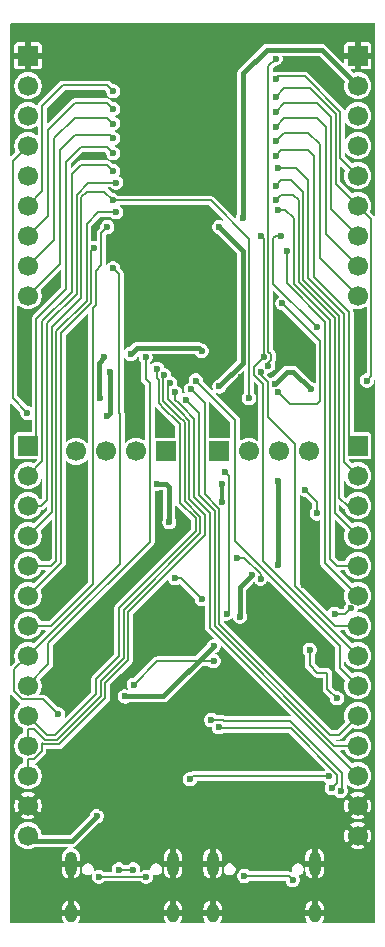
<source format=gbr>
%TF.GenerationSoftware,KiCad,Pcbnew,9.0.6*%
%TF.CreationDate,2025-12-28T21:38:09+00:00*%
%TF.ProjectId,ESP32 S3,45535033-3220-4533-932e-6b696361645f,rev?*%
%TF.SameCoordinates,Original*%
%TF.FileFunction,Copper,L2,Bot*%
%TF.FilePolarity,Positive*%
%FSLAX46Y46*%
G04 Gerber Fmt 4.6, Leading zero omitted, Abs format (unit mm)*
G04 Created by KiCad (PCBNEW 9.0.6) date 2025-12-28 21:38:09*
%MOMM*%
%LPD*%
G01*
G04 APERTURE LIST*
%TA.AperFunction,HeatsinkPad*%
%ADD10O,1.000000X2.100000*%
%TD*%
%TA.AperFunction,HeatsinkPad*%
%ADD11O,1.000000X1.600000*%
%TD*%
%TA.AperFunction,HeatsinkPad*%
%ADD12C,0.600000*%
%TD*%
%TA.AperFunction,ComponentPad*%
%ADD13R,1.700000X1.700000*%
%TD*%
%TA.AperFunction,ComponentPad*%
%ADD14C,1.700000*%
%TD*%
%TA.AperFunction,ViaPad*%
%ADD15C,0.600000*%
%TD*%
%TA.AperFunction,Conductor*%
%ADD16C,0.400000*%
%TD*%
%TA.AperFunction,Conductor*%
%ADD17C,0.200000*%
%TD*%
%TA.AperFunction,Conductor*%
%ADD18C,0.300000*%
%TD*%
G04 APERTURE END LIST*
D10*
%TO.P,J1,S1,SHIELD*%
%TO.N,GND*%
X109680000Y-164395000D03*
D11*
X109680000Y-168575000D03*
D10*
X118320000Y-164395000D03*
D11*
X118320000Y-168575000D03*
%TD*%
D12*
%TO.P,U1,41,GND*%
%TO.N,GND*%
X117100000Y-101760000D03*
X117100000Y-103160000D03*
X117800000Y-101060000D03*
X117800000Y-102460000D03*
X117800000Y-103860000D03*
X118500000Y-101760000D03*
X118500000Y-103160000D03*
X119200000Y-101060000D03*
X119200000Y-102460000D03*
X119200000Y-103860000D03*
X119900000Y-101760000D03*
X119900000Y-103160000D03*
%TD*%
D10*
%TO.P,J6,S1,SHIELD*%
%TO.N,GND*%
X121680000Y-164395000D03*
D11*
X121680000Y-168575000D03*
D10*
X130320000Y-164395000D03*
D11*
X130320000Y-168575000D03*
%TD*%
D13*
%TO.P,J11,1,Pin_1*%
%TO.N,B1*%
X133960000Y-129020000D03*
D14*
%TO.P,J11,2,Pin_2*%
%TO.N,B0*%
X133960000Y-131560000D03*
%TO.P,J11,3,Pin_3*%
%TO.N,IO37*%
X133960000Y-134100000D03*
%TO.P,J11,4,Pin_4*%
%TO.N,IO36*%
X133960000Y-136640000D03*
%TO.P,J11,5,Pin_5*%
%TO.N,IO35*%
X133960000Y-139180000D03*
%TO.P,J11,6,Pin_6*%
%TO.N,BOOT0*%
X133960000Y-141720000D03*
%TO.P,J11,7,Pin_7*%
%TO.N,HSYNC*%
X133960000Y-144260000D03*
%TO.P,J11,8,Pin_8*%
%TO.N,IO48*%
X133960000Y-146800000D03*
%TO.P,J11,9,Pin_9*%
%TO.N,G7*%
X133960000Y-149340000D03*
%TO.P,J11,10,Pin_10*%
%TO.N,G6*%
X133960000Y-151880000D03*
%TO.P,J11,11,Pin_11*%
%TO.N,G5*%
X133960000Y-154420000D03*
%TO.P,J11,12,Pin_12*%
%TO.N,G4*%
X133960000Y-156960000D03*
%TO.P,J11,13,Pin_13*%
%TO.N,GND*%
X133960000Y-159500000D03*
%TO.P,J11,14,Pin_14*%
X133960000Y-162040000D03*
%TD*%
D13*
%TO.P,J10,1,Pin_1*%
%TO.N,IO16*%
X106040000Y-129020000D03*
D14*
%TO.P,J10,2,Pin_2*%
%TO.N,IO17*%
X106040000Y-131560000D03*
%TO.P,J10,3,Pin_3*%
%TO.N,IO18*%
X106040000Y-134100000D03*
%TO.P,J10,4,Pin_4*%
%TO.N,IO8*%
X106040000Y-136640000D03*
%TO.P,J10,5,Pin_5*%
%TO.N,GPIO19*%
X106040000Y-139180000D03*
%TO.P,J10,6,Pin_6*%
%TO.N,GPIO20*%
X106040000Y-141720000D03*
%TO.P,J10,7,Pin_7*%
%TO.N,IO3*%
X106040000Y-144260000D03*
%TO.P,J10,8,Pin_8*%
%TO.N,GPIO_LED*%
X106040000Y-146800000D03*
%TO.P,J10,9,Pin_9*%
%TO.N,G0*%
X106040000Y-149340000D03*
%TO.P,J10,10,Pin_10*%
%TO.N,G1*%
X106040000Y-151880000D03*
%TO.P,J10,11,Pin_11*%
%TO.N,G2*%
X106040000Y-154420000D03*
%TO.P,J10,12,Pin_12*%
%TO.N,G3*%
X106040000Y-156960000D03*
%TO.P,J10,13,Pin_13*%
%TO.N,GND*%
X106040000Y-159500000D03*
%TO.P,J10,14,Pin_14*%
%TO.N,+5V*%
X106040000Y-162040000D03*
%TD*%
D13*
%TO.P,J5,1,Pin_1*%
%TO.N,LED_SINK_1*%
X117750000Y-129500000D03*
D14*
%TO.P,J5,2,Pin_2*%
%TO.N,LED_SINK_2*%
X115210000Y-129500000D03*
%TO.P,J5,3,Pin_3*%
%TO.N,LED_SINK_3*%
X112670000Y-129500000D03*
%TO.P,J5,4,Pin_4*%
%TO.N,LED_SINK_4*%
X110130000Y-129500000D03*
%TD*%
D13*
%TO.P,J7,1,Pin_1*%
%TO.N,XR*%
X122190000Y-129500000D03*
D14*
%TO.P,J7,2,Pin_2*%
%TO.N,YD*%
X124730000Y-129500000D03*
%TO.P,J7,3,Pin_3*%
%TO.N,XL*%
X127270000Y-129500000D03*
%TO.P,J7,4,Pin_4*%
%TO.N,YU*%
X129810000Y-129500000D03*
%TD*%
D13*
%TO.P,J8,1,Pin_1*%
%TO.N,GND*%
X106040000Y-96000000D03*
D14*
%TO.P,J8,2,Pin_2*%
%TO.N,+3.3V*%
X106040000Y-98540000D03*
%TO.P,J8,3,Pin_3*%
X106040000Y-101080000D03*
%TO.P,J8,4,Pin_4*%
%TO.N,EN*%
X106040000Y-103620000D03*
%TO.P,J8,5,Pin_5*%
%TO.N,IO4*%
X106040000Y-106160000D03*
%TO.P,J8,6,Pin_6*%
%TO.N,IO5*%
X106040000Y-108700000D03*
%TO.P,J8,7,Pin_7*%
%TO.N,IO6*%
X106040000Y-111240000D03*
%TO.P,J8,8,Pin_8*%
%TO.N,IO7*%
X106040000Y-113780000D03*
%TO.P,J8,9,Pin_9*%
%TO.N,IO15*%
X106040000Y-116320000D03*
%TD*%
D13*
%TO.P,J9,1,Pin_1*%
%TO.N,GND*%
X133960000Y-96000000D03*
D14*
%TO.P,J9,2,Pin_2*%
%TO.N,VLED+*%
X133960000Y-98540000D03*
%TO.P,J9,3,Pin_3*%
%TO.N,DE*%
X133960000Y-101080000D03*
%TO.P,J9,4,Pin_4*%
%TO.N,B7*%
X133960000Y-103620000D03*
%TO.P,J9,5,Pin_5*%
%TO.N,B6*%
X133960000Y-106160000D03*
%TO.P,J9,6,Pin_6*%
%TO.N,B5*%
X133960000Y-108700000D03*
%TO.P,J9,7,Pin_7*%
%TO.N,B4*%
X133960000Y-111240000D03*
%TO.P,J9,8,Pin_8*%
%TO.N,B3*%
X133960000Y-113780000D03*
%TO.P,J9,9,Pin_9*%
%TO.N,B2*%
X133960000Y-116320000D03*
%TD*%
D15*
%TO.N,+3.3V*%
X127250000Y-132000000D03*
X126951028Y-123757966D03*
X120750000Y-121000000D03*
X115000000Y-149250000D03*
X125000000Y-140000000D03*
X130000000Y-124250000D03*
X127250000Y-139100000D03*
X114750000Y-121250000D03*
X114250000Y-150250000D03*
X112500000Y-121500000D03*
X124000000Y-143500000D03*
X112119000Y-125000000D03*
X121750000Y-146000000D03*
X121750000Y-147250000D03*
%TO.N,GND*%
X127450000Y-147200000D03*
X134200000Y-121700000D03*
X112350514Y-159725000D03*
X110400000Y-124200000D03*
X129800000Y-122300000D03*
X131750000Y-98750000D03*
X129400000Y-140800000D03*
X129000000Y-147300000D03*
X134100000Y-119350000D03*
X115650000Y-115051473D03*
X116200000Y-105900000D03*
X121450000Y-148350000D03*
X122600000Y-121400000D03*
X110050000Y-131750000D03*
X117100000Y-127400000D03*
X125100000Y-144350000D03*
X125200000Y-166400000D03*
X127900000Y-160600000D03*
X110900000Y-122350000D03*
X114950000Y-125700000D03*
X112129748Y-156875112D03*
X115750000Y-167900000D03*
X121350000Y-123250000D03*
X124100000Y-123200000D03*
X119150000Y-135800000D03*
X124100000Y-149300000D03*
X114600000Y-127700000D03*
X127350000Y-120850000D03*
X112100000Y-147300000D03*
X108250000Y-115700000D03*
X106800000Y-164100000D03*
X130400000Y-137900000D03*
X110750000Y-144100000D03*
X122050000Y-126950000D03*
X121400000Y-155400000D03*
X123550000Y-125300000D03*
X127900000Y-158400000D03*
X132000000Y-151800000D03*
X110000000Y-140000000D03*
X131100000Y-141000000D03*
X115250000Y-147100000D03*
X115800000Y-109900000D03*
X130600000Y-147000000D03*
X131400000Y-147350000D03*
X111800000Y-153700000D03*
%TO.N,+5V*%
X119750000Y-157250000D03*
X130500000Y-134750000D03*
X129500000Y-132750000D03*
X122850000Y-143250000D03*
X131500000Y-157000000D03*
X111875000Y-160375000D03*
X122750000Y-131250000D03*
%TO.N,VLED+*%
X113000000Y-122750000D03*
X122250000Y-124000000D03*
X124250000Y-109750000D03*
X112750000Y-126500000D03*
X122250000Y-110500000D03*
%TO.N,EN*%
X118500000Y-140250000D03*
X125749065Y-140280900D03*
X120750000Y-142000000D03*
X106000000Y-126250000D03*
X123750000Y-138500000D03*
%TO.N,Net-(D4-A)*%
X116961000Y-132250000D03*
X118000000Y-135500000D03*
%TO.N,Net-(D5-A)*%
X124350000Y-165450000D03*
X128450000Y-165800000D03*
%TO.N,Net-(D6-A)*%
X116050000Y-165500000D03*
X112050000Y-165500000D03*
%TO.N,Net-(J1-D+-PadA6)*%
X113750000Y-164900000D03*
X114951000Y-164900000D03*
%TO.N,G3*%
X118100000Y-123750000D03*
%TO.N,G7*%
X120250000Y-123500000D03*
%TO.N,HSYNC*%
X127499998Y-111250000D03*
X130500000Y-119000000D03*
X125750000Y-122750000D03*
%TO.N,IO15*%
X113250000Y-103000000D03*
%TO.N,IO48*%
X126000000Y-121500000D03*
X125750000Y-111250000D03*
%TO.N,B6*%
X122200000Y-152850000D03*
X131750000Y-158000000D03*
X127000000Y-98000000D03*
%TO.N,B1*%
X127000000Y-104500000D03*
%TO.N,IO7*%
X113250000Y-101750000D03*
%TO.N,IO18*%
X113500000Y-106750000D03*
%TO.N,G6*%
X119850000Y-124250000D03*
%TO.N,G4*%
X118501000Y-124500000D03*
%TO.N,IO17*%
X113250000Y-105750000D03*
%TO.N,B0*%
X127250000Y-105500000D03*
%TO.N,DE*%
X127000000Y-96250000D03*
X126375001Y-122250622D03*
%TO.N,B2*%
X127000000Y-103250000D03*
%TO.N,G0*%
X116000000Y-121500000D03*
%TO.N,B3*%
X127000000Y-102000000D03*
%TO.N,IO5*%
X113250000Y-99000000D03*
%TO.N,IO16*%
X113250000Y-104250000D03*
%TO.N,B5*%
X132508949Y-158252983D03*
X127000000Y-99500000D03*
X121550000Y-152250000D03*
X134750000Y-123500000D03*
%TO.N,G5*%
X119388585Y-125155855D03*
%TO.N,IO6*%
X113250000Y-100500000D03*
%TO.N,B4*%
X127000000Y-100750000D03*
%TO.N,LED_SINK_1*%
X122500000Y-133750000D03*
X122500000Y-132250000D03*
%TO.N,G2*%
X117561000Y-123044070D03*
%TO.N,G1*%
X116961000Y-122500000D03*
%TO.N,GPIO20*%
X111600000Y-112250000D03*
%TO.N,GPIO19*%
X113500000Y-109250000D03*
%TO.N,GPIO_LED*%
X113250000Y-114000000D03*
X108600000Y-151750000D03*
%TO.N,IO3*%
X112750000Y-110500000D03*
%TO.N,IO8*%
X127250000Y-124500000D03*
X127575735Y-116958000D03*
X113250000Y-108250000D03*
X124750000Y-125000000D03*
%TO.N,IO36*%
X127000000Y-108250000D03*
%TO.N,IO37*%
X127000000Y-107000000D03*
%TO.N,BOOT0*%
X127947000Y-112500000D03*
X132000000Y-143250000D03*
X129900000Y-146300000D03*
X133409000Y-142750000D03*
X132209000Y-150400000D03*
%TO.N,IO35*%
X127198902Y-109047431D03*
%TD*%
D16*
%TO.N,+3.3V*%
X120750000Y-121000000D02*
X120500000Y-120750000D01*
X120500000Y-120750000D02*
X115250000Y-120750000D01*
X124000000Y-141000000D02*
X125000000Y-140000000D01*
X124000000Y-143500000D02*
X124000000Y-141000000D01*
X128500000Y-122750000D02*
X130000000Y-124250000D01*
X117500000Y-150250000D02*
X121750000Y-146000000D01*
X112020000Y-124901000D02*
X112119000Y-125000000D01*
X114250000Y-150250000D02*
X117500000Y-150250000D01*
X112020000Y-121980000D02*
X112020000Y-124901000D01*
X112500000Y-121500000D02*
X112020000Y-121980000D01*
X115250000Y-120750000D02*
X114750000Y-121250000D01*
X127958994Y-122750000D02*
X128500000Y-122750000D01*
X127250000Y-139100000D02*
X127250000Y-132000000D01*
D17*
X115000000Y-149250000D02*
X117000000Y-147250000D01*
X117000000Y-147250000D02*
X121750000Y-147250000D01*
D16*
X126951028Y-123757966D02*
X127958994Y-122750000D01*
D17*
%TO.N,+5V*%
X123101000Y-140601000D02*
X123101000Y-142999000D01*
X131500000Y-157000000D02*
X120000000Y-157000000D01*
X130500000Y-134750000D02*
X130500000Y-133750000D01*
X120000000Y-157000000D02*
X119750000Y-157250000D01*
D16*
X106500000Y-162500000D02*
X106040000Y-162040000D01*
X109750000Y-162500000D02*
X106500000Y-162500000D01*
D17*
X123101000Y-131601000D02*
X123101000Y-140601000D01*
X130500000Y-133750000D02*
X129500000Y-132750000D01*
D16*
X111875000Y-160375000D02*
X109750000Y-162500000D01*
D17*
X122750000Y-131250000D02*
X123101000Y-131601000D01*
X123101000Y-142999000D02*
X122850000Y-143250000D01*
D16*
%TO.N,VLED+*%
X122250000Y-110500000D02*
X124249000Y-112499000D01*
X124250000Y-97500000D02*
X124250000Y-109750000D01*
X124247000Y-121544480D02*
X124247000Y-122003000D01*
X124249000Y-112499000D02*
X124249000Y-121542479D01*
X124249000Y-121542479D02*
X124247000Y-121544480D01*
X126250000Y-95500000D02*
X124250000Y-97500000D01*
X124247000Y-122003000D02*
X122250000Y-124000000D01*
X133960000Y-98540000D02*
X130920000Y-95500000D01*
X112750000Y-126500000D02*
X113000000Y-126250000D01*
X130920000Y-95500000D02*
X126250000Y-95500000D01*
X113000000Y-126250000D02*
X113000000Y-122750000D01*
D17*
%TO.N,EN*%
X104750000Y-104910000D02*
X106040000Y-103620000D01*
X106000000Y-126250000D02*
X104750000Y-125000000D01*
X125749065Y-140280900D02*
X125749065Y-139899122D01*
X124349943Y-138500000D02*
X123750000Y-138500000D01*
X119000000Y-140250000D02*
X118500000Y-140250000D01*
X104750000Y-125000000D02*
X104750000Y-104910000D01*
X125749065Y-139899122D02*
X124349943Y-138500000D01*
X120750000Y-142000000D02*
X119000000Y-140250000D01*
D16*
%TO.N,Net-(D4-A)*%
X118000000Y-132500000D02*
X118000000Y-135500000D01*
X116961000Y-132250000D02*
X117750000Y-132250000D01*
X117750000Y-132250000D02*
X118000000Y-132500000D01*
D17*
%TO.N,Net-(D5-A)*%
X128100000Y-165450000D02*
X128450000Y-165800000D01*
X124350000Y-165450000D02*
X128100000Y-165450000D01*
%TO.N,Net-(D6-A)*%
X113500000Y-165500000D02*
X112050000Y-165500000D01*
X116050000Y-165500000D02*
X113500000Y-165500000D01*
%TO.N,Net-(J1-D+-PadA6)*%
X113750000Y-164900000D02*
X114951000Y-164900000D01*
%TO.N,G3*%
X119703000Y-126885900D02*
X119703000Y-133504243D01*
X118100000Y-123750000D02*
X117901000Y-123949000D01*
X106040000Y-155571000D02*
X106040000Y-156960000D01*
X117901000Y-124250057D02*
X117900000Y-124251057D01*
X117901000Y-125083900D02*
X118386585Y-125569485D01*
X112602000Y-150398000D02*
X108698000Y-154302000D01*
X107191000Y-154896760D02*
X106516760Y-155571000D01*
X121047000Y-136587200D02*
X114552000Y-143082200D01*
X114552000Y-147132200D02*
X112602000Y-149082200D01*
X117900000Y-124251057D02*
X117900000Y-124748943D01*
X114552000Y-143082200D02*
X114552000Y-147132200D01*
X112602000Y-149082200D02*
X112602000Y-150398000D01*
X118386585Y-125569485D02*
X118386585Y-125570898D01*
X121047000Y-134848243D02*
X121047000Y-136587200D01*
X107191000Y-154165200D02*
X107191000Y-154896760D01*
X117901000Y-123949000D02*
X117901000Y-124250057D01*
X118386585Y-125570898D02*
X118973542Y-126157855D01*
X106516760Y-155571000D02*
X106040000Y-155571000D01*
X117901000Y-124749943D02*
X117901000Y-125083900D01*
X117900000Y-124748943D02*
X117901000Y-124749943D01*
X118974955Y-126157855D02*
X119703000Y-126885900D01*
X108698000Y-154302000D02*
X107327800Y-154302000D01*
X119703000Y-133504243D02*
X121047000Y-134848243D01*
X107327800Y-154302000D02*
X107191000Y-154165200D01*
X118973542Y-126157855D02*
X118974955Y-126157855D01*
%TO.N,G7*%
X123579000Y-137079000D02*
X123579000Y-126829000D01*
X132435000Y-145935000D02*
X123579000Y-137079000D01*
X133960000Y-149340000D02*
X132435000Y-147815000D01*
X132435000Y-147815000D02*
X132435000Y-145935000D01*
X123579000Y-126829000D02*
X120250000Y-123500000D01*
%TO.N,HSYNC*%
X127499998Y-111250000D02*
X127000000Y-111250000D01*
X128659000Y-140909000D02*
X128659000Y-128909000D01*
X126802000Y-115302000D02*
X130500000Y-119000000D01*
X126802000Y-111448000D02*
X126802000Y-112948000D01*
X126351028Y-123633871D02*
X125750000Y-123032843D01*
X126802000Y-112948000D02*
X126802000Y-115302000D01*
X128659000Y-128909000D02*
X126351028Y-126601028D01*
X132010000Y-144260000D02*
X128659000Y-140909000D01*
X133960000Y-144260000D02*
X132010000Y-144260000D01*
X125750000Y-123032843D02*
X125750000Y-122750000D01*
X127000000Y-111250000D02*
X126802000Y-111448000D01*
X126351028Y-126601028D02*
X126351028Y-123633871D01*
%TO.N,IO15*%
X108750000Y-113610000D02*
X108750000Y-104000000D01*
X106040000Y-116320000D02*
X108750000Y-113610000D01*
X113000000Y-102750000D02*
X113250000Y-103000000D01*
X110000000Y-102750000D02*
X113000000Y-102750000D01*
X108750000Y-104000000D02*
X110000000Y-102750000D01*
%TO.N,IO48*%
X125950028Y-138790028D02*
X125950028Y-123799971D01*
X125750000Y-111250000D02*
X126000000Y-111500000D01*
X125149000Y-122998943D02*
X125149000Y-122351000D01*
X125149000Y-122351000D02*
X126000000Y-121500000D01*
X125950028Y-123799971D02*
X125149000Y-122998943D01*
X133960000Y-146800000D02*
X125950028Y-138790028D01*
X126000000Y-111500000D02*
X126000000Y-121500000D01*
%TO.N,B6*%
X132215544Y-157534456D02*
X131750000Y-158000000D01*
X122200000Y-152850000D02*
X122290950Y-152940950D01*
X132215544Y-156865601D02*
X132215544Y-157534456D01*
X127250000Y-97750000D02*
X127000000Y-98000000D01*
X122290950Y-152940950D02*
X128290893Y-152940950D01*
X128290893Y-152940950D02*
X132215544Y-156865601D01*
X129500000Y-97750000D02*
X128750000Y-97750000D01*
X133960000Y-106160000D02*
X132500000Y-104700000D01*
X128750000Y-97750000D02*
X127250000Y-97750000D01*
X132500000Y-100750000D02*
X129500000Y-97750000D01*
X132500000Y-104700000D02*
X132500000Y-100750000D01*
%TO.N,B1*%
X129750000Y-104000000D02*
X127500000Y-104000000D01*
X133960000Y-129020000D02*
X133210000Y-128270000D01*
X133210000Y-117710000D02*
X130250000Y-114750000D01*
X133210000Y-128270000D02*
X133210000Y-117710000D01*
X130250000Y-104500000D02*
X129750000Y-104000000D01*
X127500000Y-104000000D02*
X127000000Y-104500000D01*
X130250000Y-114750000D02*
X130250000Y-104500000D01*
%TO.N,IO7*%
X108250000Y-103000000D02*
X110000000Y-101250000D01*
X106040000Y-113780000D02*
X108250000Y-111570000D01*
X112750000Y-101250000D02*
X113250000Y-101750000D01*
X108250000Y-111570000D02*
X108250000Y-103000000D01*
X110000000Y-101250000D02*
X112750000Y-101250000D01*
%TO.N,IO18*%
X106040000Y-134100000D02*
X107150000Y-134100000D01*
X111151000Y-106750000D02*
X113500000Y-106750000D01*
X110151000Y-107750000D02*
X111151000Y-106750000D01*
X107150000Y-134100000D02*
X107651000Y-133599000D01*
X110151000Y-116166100D02*
X110151000Y-107750000D01*
X107651000Y-118666100D02*
X110151000Y-116166100D01*
X107651000Y-133599000D02*
X107651000Y-118666100D01*
%TO.N,G6*%
X122250000Y-144115800D02*
X122250000Y-134349943D01*
X121000000Y-133099943D02*
X121000000Y-125400000D01*
X133960000Y-151880000D02*
X132340000Y-153500000D01*
X132340000Y-153500000D02*
X131634200Y-153500000D01*
X122250000Y-134349943D02*
X121000000Y-133099943D01*
X121000000Y-125400000D02*
X119850000Y-124250000D01*
X131634200Y-153500000D02*
X122250000Y-144115800D01*
%TO.N,G4*%
X118501000Y-125116800D02*
X118501000Y-124500000D01*
X121448000Y-134682143D02*
X120104000Y-133338143D01*
X121448000Y-144448000D02*
X121448000Y-134682143D01*
X119139642Y-125756855D02*
X118787585Y-125404798D01*
X133960000Y-156960000D02*
X121448000Y-144448000D01*
X118787585Y-125403385D02*
X118501000Y-125116800D01*
X120104000Y-133338143D02*
X120104000Y-126719800D01*
X119141055Y-125756855D02*
X119139642Y-125756855D01*
X118787585Y-125404798D02*
X118787585Y-125403385D01*
X120104000Y-126719800D02*
X119141055Y-125756855D01*
%TO.N,IO17*%
X109750000Y-116000000D02*
X109750000Y-106000000D01*
X109750000Y-106000000D02*
X110500000Y-105250000D01*
X106040000Y-131560000D02*
X107250000Y-130350000D01*
X112750000Y-105250000D02*
X113250000Y-105750000D01*
X110500000Y-105250000D02*
X112750000Y-105250000D01*
X107250000Y-118500000D02*
X109750000Y-116000000D01*
X107250000Y-130350000D02*
X107250000Y-118500000D01*
%TO.N,B0*%
X128750000Y-105500000D02*
X127250000Y-105500000D01*
X129750000Y-106500000D02*
X128750000Y-105500000D01*
X132809000Y-117876100D02*
X130716450Y-115783550D01*
X129750000Y-114817100D02*
X129750000Y-106500000D01*
X133960000Y-131560000D02*
X132809000Y-130409000D01*
X132809000Y-130409000D02*
X132809000Y-117876100D01*
X130716450Y-115783550D02*
X129750000Y-114817100D01*
%TO.N,DE*%
X126401000Y-108500943D02*
X126399000Y-108498943D01*
X126375001Y-122250622D02*
X126375001Y-121974942D01*
X126399000Y-108498943D02*
X126399000Y-96851000D01*
X126401000Y-121051057D02*
X126401000Y-108500943D01*
X126601000Y-121748943D02*
X126601000Y-121251057D01*
X126399000Y-96851000D02*
X127000000Y-96250000D01*
X126375001Y-121974942D02*
X126601000Y-121748943D01*
X126601000Y-121251057D02*
X126401000Y-121051057D01*
%TO.N,B2*%
X128750000Y-102500000D02*
X127750000Y-102500000D01*
X127750000Y-102500000D02*
X127000000Y-103250000D01*
X133960000Y-116320000D02*
X130750000Y-113110000D01*
X130750000Y-103500000D02*
X129750000Y-102500000D01*
X130750000Y-113110000D02*
X130750000Y-103500000D01*
X129750000Y-102500000D02*
X128750000Y-102500000D01*
%TO.N,G0*%
X106040000Y-149261450D02*
X106040000Y-149340000D01*
X116361000Y-137139000D02*
X107775725Y-145724275D01*
X116000000Y-121500000D02*
X116000000Y-123389000D01*
X107775725Y-147525725D02*
X106040000Y-149261450D01*
X107775725Y-145724275D02*
X107775725Y-147525725D01*
X116000000Y-123389000D02*
X116361000Y-123750000D01*
X116361000Y-123750000D02*
X116361000Y-137139000D01*
%TO.N,B3*%
X131250000Y-102500000D02*
X131250000Y-102000000D01*
X131250000Y-111070000D02*
X131250000Y-102500000D01*
X133960000Y-113780000D02*
X131250000Y-111070000D01*
X131250000Y-102000000D02*
X130500000Y-101250000D01*
X127750000Y-101250000D02*
X127000000Y-102000000D01*
X130500000Y-101250000D02*
X127750000Y-101250000D01*
%TO.N,IO5*%
X106040000Y-108700000D02*
X107250000Y-107490000D01*
X112750000Y-98500000D02*
X113250000Y-99000000D01*
X107250000Y-107490000D02*
X107250000Y-100250000D01*
X107250000Y-100250000D02*
X109000000Y-98500000D01*
X109000000Y-98500000D02*
X112750000Y-98500000D01*
%TO.N,IO16*%
X106750000Y-118250000D02*
X109250000Y-115750000D01*
X112750000Y-103750000D02*
X113250000Y-104250000D01*
X109250000Y-115750000D02*
X109250000Y-105000000D01*
X106750000Y-128310000D02*
X106750000Y-118250000D01*
X109250000Y-105000000D02*
X110500000Y-103750000D01*
X106040000Y-129020000D02*
X106750000Y-128310000D01*
X110500000Y-103750000D02*
X112750000Y-103750000D01*
%TO.N,B5*%
X122660050Y-152339950D02*
X128256993Y-152339950D01*
X128256993Y-152339950D02*
X132616544Y-156699501D01*
X132099000Y-106839000D02*
X132099000Y-101000000D01*
X132616544Y-158145388D02*
X132508949Y-158252983D01*
X127750000Y-98750000D02*
X127000000Y-99500000D01*
X132099000Y-100916100D02*
X130091450Y-98908550D01*
X133960000Y-108700000D02*
X132099000Y-106839000D01*
X135111000Y-123139000D02*
X135111000Y-109851000D01*
X128000000Y-98750000D02*
X127750000Y-98750000D01*
X135111000Y-109851000D02*
X133960000Y-108700000D01*
X134750000Y-123500000D02*
X135111000Y-123139000D01*
X132616544Y-156699501D02*
X132616544Y-158145388D01*
X121550000Y-152250000D02*
X122570100Y-152250000D01*
X122570100Y-152250000D02*
X122660050Y-152339950D01*
X129932900Y-98750000D02*
X128000000Y-98750000D01*
X132099000Y-101000000D02*
X132099000Y-100916100D01*
X130091450Y-98908550D02*
X129932900Y-98750000D01*
%TO.N,G5*%
X121849000Y-134516043D02*
X120505000Y-133172043D01*
X120505000Y-133172043D02*
X120505000Y-126272270D01*
X133960000Y-154420000D02*
X131987100Y-154420000D01*
X121849000Y-144281900D02*
X121849000Y-134516043D01*
X120505000Y-126272270D02*
X119388585Y-125155855D01*
X131987100Y-154420000D02*
X121849000Y-144281900D01*
%TO.N,IO6*%
X110000000Y-100000000D02*
X112750000Y-100000000D01*
X106040000Y-111240000D02*
X107750000Y-109530000D01*
X107750000Y-102250000D02*
X110000000Y-100000000D01*
X112750000Y-100000000D02*
X113250000Y-100500000D01*
X107750000Y-109530000D02*
X107750000Y-102250000D01*
%TO.N,B4*%
X130500000Y-100000000D02*
X129250000Y-100000000D01*
X129250000Y-100000000D02*
X127750000Y-100000000D01*
X133960000Y-111240000D02*
X131698000Y-108978000D01*
X131698000Y-108978000D02*
X131698000Y-101250000D01*
X127750000Y-100000000D02*
X127000000Y-100750000D01*
X131698000Y-101198000D02*
X130500000Y-100000000D01*
X131698000Y-101250000D02*
X131698000Y-101198000D01*
D18*
%TO.N,LED_SINK_1*%
X122500000Y-132250000D02*
X122500000Y-133750000D01*
D17*
%TO.N,G2*%
X106516760Y-153031000D02*
X106570330Y-152977430D01*
X112201000Y-148916100D02*
X114151000Y-146966100D01*
X119302000Y-133670343D02*
X119302000Y-127052000D01*
X117499000Y-123501057D02*
X117500000Y-123500057D01*
X107493900Y-153901000D02*
X108531900Y-153901000D01*
X117500000Y-125250000D02*
X117500000Y-124916043D01*
X117500000Y-123500057D02*
X117500000Y-123105070D01*
X117500000Y-123999943D02*
X117499000Y-123998943D01*
X119302000Y-127052000D02*
X118808855Y-126558855D01*
X117985585Y-125736998D02*
X117985585Y-125735585D01*
X120646000Y-136421100D02*
X120646000Y-135014343D01*
X106040000Y-154420000D02*
X106040000Y-153031000D01*
X118808855Y-126558855D02*
X118807442Y-126558855D01*
X120646000Y-135014343D02*
X119302000Y-133670343D01*
X117499000Y-124915043D02*
X117499000Y-124084957D01*
X114151000Y-146966100D02*
X114151000Y-142916100D01*
X108531900Y-153901000D02*
X112201000Y-150231900D01*
X117499000Y-124084957D02*
X117500000Y-124083957D01*
X118807442Y-126558855D02*
X117985585Y-125736998D01*
X117499000Y-123998943D02*
X117499000Y-123501057D01*
X117985585Y-125735585D02*
X117500000Y-125250000D01*
X106570330Y-152977430D02*
X107493900Y-153901000D01*
X117500000Y-124083957D02*
X117500000Y-123999943D01*
X117500000Y-124916043D02*
X117499000Y-124915043D01*
X114151000Y-142916100D02*
X120646000Y-136421100D01*
X106040000Y-153031000D02*
X106516760Y-153031000D01*
X112201000Y-150231900D02*
X112201000Y-148916100D01*
X117500000Y-123105070D02*
X117561000Y-123044070D01*
%TO.N,G1*%
X118642755Y-126959855D02*
X118641342Y-126959855D01*
X116961000Y-122794127D02*
X116961000Y-122500000D01*
X111800000Y-148750000D02*
X113750000Y-146800000D01*
X120157271Y-135092720D02*
X120157271Y-135092717D01*
X117098000Y-125081143D02*
X117098000Y-123431013D01*
X118901000Y-127218100D02*
X118642755Y-126959855D01*
X117584585Y-125901685D02*
X117099000Y-125416100D01*
X118901000Y-133836443D02*
X118901000Y-127218100D01*
X120157271Y-135092717D02*
X118901000Y-133836443D01*
X120245000Y-135180449D02*
X120157271Y-135092720D01*
X116960000Y-123293013D02*
X116960000Y-122795127D01*
X118641342Y-126959855D02*
X117584585Y-125903098D01*
X107660000Y-153500000D02*
X108365800Y-153500000D01*
X117584585Y-125903098D02*
X117584585Y-125901685D01*
X117099000Y-125416100D02*
X117099000Y-125082143D01*
X113750000Y-146800000D02*
X113750000Y-142750000D01*
X116960000Y-122795127D02*
X116961000Y-122794127D01*
X117099000Y-125082143D02*
X117098000Y-125081143D01*
X117098000Y-123431013D02*
X116960000Y-123293013D01*
X108365800Y-153500000D02*
X111800000Y-150065800D01*
X113750000Y-142750000D02*
X120245000Y-136255000D01*
X111800000Y-150065800D02*
X111800000Y-148750000D01*
X106040000Y-151880000D02*
X107660000Y-153500000D01*
X120245000Y-136255000D02*
X120245000Y-135180449D01*
%TO.N,GPIO20*%
X108854000Y-138906000D02*
X108854000Y-119463100D01*
X106040000Y-141720000D02*
X108854000Y-138906000D01*
X108854000Y-119463100D02*
X111401000Y-116916100D01*
X111401000Y-116916100D02*
X111401000Y-112449000D01*
X111401000Y-112449000D02*
X111600000Y-112250000D01*
%TO.N,GPIO19*%
X108012900Y-139180000D02*
X108453000Y-138739900D01*
X108453000Y-138739900D02*
X108453000Y-119297000D01*
X110999000Y-112001057D02*
X111000000Y-112000057D01*
X111000000Y-112000057D02*
X111000000Y-110250000D01*
X111000000Y-112499943D02*
X110999000Y-112498943D01*
X108453000Y-119297000D02*
X111000000Y-116750000D01*
X112000000Y-109250000D02*
X113500000Y-109250000D01*
X111000000Y-116750000D02*
X111000000Y-112499943D01*
X110999000Y-112498943D02*
X110999000Y-112001057D01*
X111000000Y-110250000D02*
X112000000Y-109250000D01*
X106040000Y-139180000D02*
X108012900Y-139180000D01*
%TO.N,GPIO_LED*%
X113821000Y-126321000D02*
X113750000Y-126250000D01*
X113821000Y-139019000D02*
X113821000Y-126321000D01*
X108600000Y-151750000D02*
X107341000Y-150491000D01*
X106040000Y-146800000D02*
X113821000Y-139019000D01*
X107341000Y-150491000D02*
X105563240Y-150491000D01*
X104889000Y-147951000D02*
X106040000Y-146800000D01*
X113750000Y-114500000D02*
X113250000Y-114000000D01*
X113750000Y-126250000D02*
X113750000Y-114500000D01*
X104889000Y-149816760D02*
X104889000Y-147951000D01*
X105563240Y-150491000D02*
X104889000Y-149816760D01*
%TO.N,IO3*%
X112250000Y-111000000D02*
X112750000Y-110500000D01*
X107990000Y-144260000D02*
X111519000Y-140731000D01*
X111519000Y-117365200D02*
X111802000Y-117082200D01*
X111802000Y-114198000D02*
X112250000Y-113750000D01*
X112250000Y-113750000D02*
X112250000Y-111000000D01*
X106040000Y-144260000D02*
X107990000Y-144260000D01*
X111802000Y-117082200D02*
X111802000Y-114198000D01*
X111519000Y-140731000D02*
X111519000Y-117365200D01*
%TO.N,IO8*%
X111052000Y-107500000D02*
X112500000Y-107500000D01*
X127575735Y-116958000D02*
X130797000Y-120179265D01*
X124748000Y-121752000D02*
X124750000Y-121750000D01*
X130797000Y-125203000D02*
X130500000Y-125500000D01*
X129750000Y-125500000D02*
X128250000Y-125500000D01*
X130500000Y-125500000D02*
X129750000Y-125500000D01*
X128250000Y-125500000D02*
X127250000Y-124500000D01*
X124748000Y-124998000D02*
X124748000Y-121752000D01*
X108052000Y-134628000D02*
X108052000Y-119000000D01*
X108052000Y-119000000D02*
X110552000Y-116500000D01*
X124750000Y-125000000D02*
X124748000Y-124998000D01*
X121500000Y-108250000D02*
X113250000Y-108250000D01*
X130797000Y-120179265D02*
X130797000Y-121250000D01*
X110552000Y-108000000D02*
X111052000Y-107500000D01*
X112500000Y-107500000D02*
X113250000Y-108250000D01*
X110552000Y-116500000D02*
X110552000Y-108000000D01*
X124750000Y-111500000D02*
X121500000Y-108250000D01*
X130797000Y-121250000D02*
X130797000Y-125203000D01*
X124750000Y-121750000D02*
X124750000Y-111500000D01*
X106040000Y-136640000D02*
X108052000Y-134628000D01*
%TO.N,IO36*%
X132000000Y-118201300D02*
X129899350Y-116100650D01*
X128948000Y-115149300D02*
X128948000Y-109000000D01*
X133960000Y-136640000D02*
X132000000Y-134680000D01*
X128948000Y-108198000D02*
X128500000Y-107750000D01*
X127750000Y-107750000D02*
X128000000Y-107750000D01*
X128500000Y-107750000D02*
X127750000Y-107750000D01*
X129899350Y-116100650D02*
X128948000Y-115149300D01*
X132000000Y-120000000D02*
X132000000Y-118201300D01*
X128948000Y-109000000D02*
X128948000Y-108198000D01*
X128000000Y-107750000D02*
X127500000Y-107750000D01*
X127500000Y-107750000D02*
X127000000Y-108250000D01*
X132000000Y-134680000D02*
X132000000Y-120000000D01*
%TO.N,IO37*%
X128349000Y-106500000D02*
X127500000Y-106500000D01*
X127500000Y-106500000D02*
X127000000Y-107000000D01*
X132408000Y-133408000D02*
X132408000Y-118042200D01*
X129349000Y-114983200D02*
X129349000Y-107500000D01*
X132408000Y-118042200D02*
X129349000Y-114983200D01*
X133100000Y-134100000D02*
X132408000Y-133408000D01*
X129349000Y-107500000D02*
X128349000Y-106500000D01*
X133960000Y-134100000D02*
X133100000Y-134100000D01*
%TO.N,BOOT0*%
X132209000Y-150400000D02*
X131400000Y-149591000D01*
X132909000Y-143250000D02*
X133409000Y-142750000D01*
X131400000Y-148250000D02*
X130550000Y-148250000D01*
X132000000Y-143250000D02*
X132909000Y-143250000D01*
X127947000Y-115282500D02*
X127947000Y-112500000D01*
X133960000Y-141720000D02*
X131198000Y-138958000D01*
X131400000Y-149591000D02*
X131400000Y-148250000D01*
X129900000Y-147600000D02*
X129900000Y-146300000D01*
X131198000Y-118533500D02*
X127947000Y-115282500D01*
X131198000Y-138958000D02*
X131198000Y-118533500D01*
X130550000Y-148250000D02*
X129900000Y-147600000D01*
%TO.N,IO35*%
X128547000Y-109750000D02*
X127844431Y-109047431D01*
X131599000Y-118367400D02*
X128547000Y-115315400D01*
X127844431Y-109047431D02*
X127198902Y-109047431D01*
X133960000Y-139180000D02*
X132180000Y-139180000D01*
X131599000Y-138599000D02*
X131599000Y-118367400D01*
X132180000Y-139180000D02*
X131599000Y-138599000D01*
X128547000Y-115315400D02*
X128547000Y-109750000D01*
%TD*%
%TA.AperFunction,Conductor*%
%TO.N,GND*%
G36*
X134701142Y-117264192D02*
G01*
X134710500Y-117292994D01*
X134710500Y-122851319D01*
X134696148Y-122885967D01*
X134673641Y-122897162D01*
X134674045Y-122898668D01*
X134518217Y-122940422D01*
X134518213Y-122940423D01*
X134381290Y-123019475D01*
X134381281Y-123019482D01*
X134269482Y-123131281D01*
X134269475Y-123131290D01*
X134190423Y-123268213D01*
X134190422Y-123268217D01*
X134149500Y-123420939D01*
X134149500Y-123579060D01*
X134190422Y-123731782D01*
X134190423Y-123731786D01*
X134269475Y-123868709D01*
X134269478Y-123868713D01*
X134269480Y-123868716D01*
X134381284Y-123980520D01*
X134381287Y-123980521D01*
X134381290Y-123980524D01*
X134518213Y-124059576D01*
X134518215Y-124059576D01*
X134518216Y-124059577D01*
X134590928Y-124079060D01*
X134670939Y-124100499D01*
X134670940Y-124100500D01*
X134670943Y-124100500D01*
X134829060Y-124100500D01*
X134829060Y-124100499D01*
X134981784Y-124059577D01*
X135118716Y-123980520D01*
X135230520Y-123868716D01*
X135253417Y-123829057D01*
X135309576Y-123731786D01*
X135309576Y-123731785D01*
X135309577Y-123731784D01*
X135350499Y-123579060D01*
X135350500Y-123579060D01*
X135350500Y-123486189D01*
X135364852Y-123451541D01*
X135365852Y-123450541D01*
X135400500Y-123436189D01*
X135435148Y-123450541D01*
X135449500Y-123485189D01*
X135449500Y-169400500D01*
X135435148Y-169435148D01*
X135400500Y-169449500D01*
X130989956Y-169449500D01*
X130955308Y-169435148D01*
X130940956Y-169400500D01*
X130949214Y-169373277D01*
X131028953Y-169253936D01*
X131089254Y-169108358D01*
X131089257Y-169108348D01*
X131120000Y-168953789D01*
X131120000Y-168825000D01*
X130620000Y-168825000D01*
X130620000Y-168325000D01*
X131120000Y-168325000D01*
X131120000Y-168196210D01*
X131089257Y-168041651D01*
X131089254Y-168041641D01*
X131028953Y-167896063D01*
X130941401Y-167765030D01*
X130829969Y-167653598D01*
X130698938Y-167566047D01*
X130570000Y-167512639D01*
X130570000Y-168108011D01*
X130560060Y-168090795D01*
X130504205Y-168034940D01*
X130435796Y-167995444D01*
X130359496Y-167975000D01*
X130280504Y-167975000D01*
X130204204Y-167995444D01*
X130135795Y-168034940D01*
X130079940Y-168090795D01*
X130070000Y-168108011D01*
X130070000Y-167512639D01*
X129941061Y-167566047D01*
X129810030Y-167653598D01*
X129698598Y-167765030D01*
X129611046Y-167896063D01*
X129550745Y-168041641D01*
X129550742Y-168041651D01*
X129520000Y-168196210D01*
X129520000Y-168325000D01*
X130020000Y-168325000D01*
X130020000Y-168825000D01*
X129520000Y-168825000D01*
X129520000Y-168953789D01*
X129550742Y-169108348D01*
X129550745Y-169108358D01*
X129611046Y-169253936D01*
X129690786Y-169373277D01*
X129698102Y-169410060D01*
X129677267Y-169441242D01*
X129650044Y-169449500D01*
X122349956Y-169449500D01*
X122315308Y-169435148D01*
X122300956Y-169400500D01*
X122309214Y-169373277D01*
X122388953Y-169253936D01*
X122449254Y-169108358D01*
X122449257Y-169108348D01*
X122480000Y-168953789D01*
X122480000Y-168825000D01*
X121980000Y-168825000D01*
X121980000Y-168325000D01*
X122480000Y-168325000D01*
X122480000Y-168196210D01*
X122449257Y-168041651D01*
X122449254Y-168041641D01*
X122388953Y-167896063D01*
X122301401Y-167765030D01*
X122189969Y-167653598D01*
X122058938Y-167566047D01*
X121930000Y-167512639D01*
X121930000Y-168108011D01*
X121920060Y-168090795D01*
X121864205Y-168034940D01*
X121795796Y-167995444D01*
X121719496Y-167975000D01*
X121640504Y-167975000D01*
X121564204Y-167995444D01*
X121495795Y-168034940D01*
X121439940Y-168090795D01*
X121430000Y-168108011D01*
X121430000Y-167512639D01*
X121301061Y-167566047D01*
X121170030Y-167653598D01*
X121058598Y-167765030D01*
X120971046Y-167896063D01*
X120910745Y-168041641D01*
X120910742Y-168041651D01*
X120880000Y-168196210D01*
X120880000Y-168325000D01*
X121380000Y-168325000D01*
X121380000Y-168825000D01*
X120880000Y-168825000D01*
X120880000Y-168953789D01*
X120910742Y-169108348D01*
X120910745Y-169108358D01*
X120971046Y-169253936D01*
X121050786Y-169373277D01*
X121058102Y-169410060D01*
X121037267Y-169441242D01*
X121010044Y-169449500D01*
X118989956Y-169449500D01*
X118955308Y-169435148D01*
X118940956Y-169400500D01*
X118949214Y-169373277D01*
X119028953Y-169253936D01*
X119089254Y-169108358D01*
X119089257Y-169108348D01*
X119120000Y-168953789D01*
X119120000Y-168825000D01*
X118620000Y-168825000D01*
X118620000Y-168325000D01*
X119120000Y-168325000D01*
X119120000Y-168196210D01*
X119089257Y-168041651D01*
X119089254Y-168041641D01*
X119028953Y-167896063D01*
X118941401Y-167765030D01*
X118829969Y-167653598D01*
X118698938Y-167566047D01*
X118570000Y-167512639D01*
X118570000Y-168108011D01*
X118560060Y-168090795D01*
X118504205Y-168034940D01*
X118435796Y-167995444D01*
X118359496Y-167975000D01*
X118280504Y-167975000D01*
X118204204Y-167995444D01*
X118135795Y-168034940D01*
X118079940Y-168090795D01*
X118070000Y-168108011D01*
X118070000Y-167512639D01*
X117941061Y-167566047D01*
X117810030Y-167653598D01*
X117698598Y-167765030D01*
X117611046Y-167896063D01*
X117550745Y-168041641D01*
X117550742Y-168041651D01*
X117520000Y-168196210D01*
X117520000Y-168325000D01*
X118020000Y-168325000D01*
X118020000Y-168825000D01*
X117520000Y-168825000D01*
X117520000Y-168953789D01*
X117550742Y-169108348D01*
X117550745Y-169108358D01*
X117611046Y-169253936D01*
X117690786Y-169373277D01*
X117698102Y-169410060D01*
X117677267Y-169441242D01*
X117650044Y-169449500D01*
X110349956Y-169449500D01*
X110315308Y-169435148D01*
X110300956Y-169400500D01*
X110309214Y-169373277D01*
X110388953Y-169253936D01*
X110449254Y-169108358D01*
X110449257Y-169108348D01*
X110480000Y-168953789D01*
X110480000Y-168825000D01*
X109980000Y-168825000D01*
X109980000Y-168325000D01*
X110480000Y-168325000D01*
X110480000Y-168196210D01*
X110449257Y-168041651D01*
X110449254Y-168041641D01*
X110388953Y-167896063D01*
X110301401Y-167765030D01*
X110189969Y-167653598D01*
X110058938Y-167566047D01*
X109930000Y-167512639D01*
X109930000Y-168108011D01*
X109920060Y-168090795D01*
X109864205Y-168034940D01*
X109795796Y-167995444D01*
X109719496Y-167975000D01*
X109640504Y-167975000D01*
X109564204Y-167995444D01*
X109495795Y-168034940D01*
X109439940Y-168090795D01*
X109430000Y-168108011D01*
X109430000Y-167512639D01*
X109301061Y-167566047D01*
X109170030Y-167653598D01*
X109058598Y-167765030D01*
X108971046Y-167896063D01*
X108910745Y-168041641D01*
X108910742Y-168041651D01*
X108880000Y-168196210D01*
X108880000Y-168325000D01*
X109380000Y-168325000D01*
X109380000Y-168825000D01*
X108880000Y-168825000D01*
X108880000Y-168953789D01*
X108910742Y-169108348D01*
X108910745Y-169108358D01*
X108971046Y-169253936D01*
X109050786Y-169373277D01*
X109058102Y-169410060D01*
X109037267Y-169441242D01*
X109010044Y-169449500D01*
X104599500Y-169449500D01*
X104564852Y-169435148D01*
X104550500Y-169400500D01*
X104550500Y-161949454D01*
X104889500Y-161949454D01*
X104889500Y-162130545D01*
X104917828Y-162309406D01*
X104917829Y-162309409D01*
X104945168Y-162393553D01*
X104973789Y-162481639D01*
X105056004Y-162642994D01*
X105067294Y-162658533D01*
X105162448Y-162789502D01*
X105162452Y-162789507D01*
X105290493Y-162917548D01*
X105290497Y-162917551D01*
X105290499Y-162917553D01*
X105437006Y-163023996D01*
X105598361Y-163106211D01*
X105770591Y-163162171D01*
X105949454Y-163190500D01*
X105949455Y-163190500D01*
X106130545Y-163190500D01*
X106130546Y-163190500D01*
X106309409Y-163162171D01*
X106481639Y-163106211D01*
X106642994Y-163023996D01*
X106662454Y-163009857D01*
X106691255Y-163000500D01*
X109381962Y-163000500D01*
X109416610Y-163014852D01*
X109430962Y-163049500D01*
X109416610Y-163084148D01*
X109400713Y-163094770D01*
X109301063Y-163136046D01*
X109170030Y-163223598D01*
X109058598Y-163335030D01*
X108971046Y-163466063D01*
X108910745Y-163611641D01*
X108910742Y-163611651D01*
X108880000Y-163766210D01*
X108880000Y-164145000D01*
X109380000Y-164145000D01*
X109380000Y-164645000D01*
X108880000Y-164645000D01*
X108880000Y-165023789D01*
X108910742Y-165178348D01*
X108910745Y-165178358D01*
X108971046Y-165323936D01*
X109058598Y-165454969D01*
X109170030Y-165566401D01*
X109301061Y-165653952D01*
X109429999Y-165707360D01*
X109430000Y-165707360D01*
X109430000Y-165111988D01*
X109439940Y-165129205D01*
X109495795Y-165185060D01*
X109564204Y-165224556D01*
X109640504Y-165245000D01*
X109719496Y-165245000D01*
X109795796Y-165224556D01*
X109864205Y-165185060D01*
X109920060Y-165129205D01*
X109930000Y-165111988D01*
X109930000Y-165707360D01*
X110058938Y-165653952D01*
X110189969Y-165566401D01*
X110301401Y-165454969D01*
X110388953Y-165323936D01*
X110449254Y-165178358D01*
X110449257Y-165178348D01*
X110480000Y-165023789D01*
X110480000Y-164828446D01*
X110604500Y-164828446D01*
X110604500Y-164961553D01*
X110638948Y-165090114D01*
X110638949Y-165090118D01*
X110693765Y-165185060D01*
X110705499Y-165205384D01*
X110799616Y-165299501D01*
X110820645Y-165311642D01*
X110914881Y-165366050D01*
X110914883Y-165366050D01*
X110914884Y-165366051D01*
X111016279Y-165393219D01*
X111043446Y-165400499D01*
X111043447Y-165400500D01*
X111043450Y-165400500D01*
X111176553Y-165400500D01*
X111176553Y-165400499D01*
X111305116Y-165366051D01*
X111390877Y-165316536D01*
X111428058Y-165311642D01*
X111457811Y-165334472D01*
X111462706Y-165371654D01*
X111449500Y-165420939D01*
X111449500Y-165579060D01*
X111490422Y-165731782D01*
X111490423Y-165731786D01*
X111569475Y-165868709D01*
X111569478Y-165868713D01*
X111569480Y-165868716D01*
X111681284Y-165980520D01*
X111681287Y-165980521D01*
X111681290Y-165980524D01*
X111818213Y-166059576D01*
X111818215Y-166059576D01*
X111818216Y-166059577D01*
X111938665Y-166091851D01*
X111970939Y-166100499D01*
X111970940Y-166100500D01*
X111970943Y-166100500D01*
X112129060Y-166100500D01*
X112129060Y-166100499D01*
X112281784Y-166059577D01*
X112418716Y-165980520D01*
X112484384Y-165914852D01*
X112519032Y-165900500D01*
X113447273Y-165900500D01*
X115580968Y-165900500D01*
X115615616Y-165914852D01*
X115681284Y-165980520D01*
X115681287Y-165980521D01*
X115681290Y-165980524D01*
X115818213Y-166059576D01*
X115818215Y-166059576D01*
X115818216Y-166059577D01*
X115938665Y-166091851D01*
X115970939Y-166100499D01*
X115970940Y-166100500D01*
X115970943Y-166100500D01*
X116129060Y-166100500D01*
X116129060Y-166100499D01*
X116281784Y-166059577D01*
X116418716Y-165980520D01*
X116530520Y-165868716D01*
X116609577Y-165731784D01*
X116650499Y-165579060D01*
X116650500Y-165579060D01*
X116650500Y-165418016D01*
X116664852Y-165383368D01*
X116699500Y-165369016D01*
X116712182Y-165370686D01*
X116823446Y-165400499D01*
X116823447Y-165400500D01*
X116823450Y-165400500D01*
X116956553Y-165400500D01*
X116956553Y-165400499D01*
X117085116Y-165366051D01*
X117200384Y-165299501D01*
X117294501Y-165205384D01*
X117356597Y-165097830D01*
X117361050Y-165090118D01*
X117361050Y-165090117D01*
X117361051Y-165090116D01*
X117395499Y-164961553D01*
X117395500Y-164961553D01*
X117395500Y-164828447D01*
X117395499Y-164828446D01*
X117361051Y-164699885D01*
X117361050Y-164699881D01*
X117331791Y-164649204D01*
X117294500Y-164584615D01*
X117200384Y-164490499D01*
X117085118Y-164423949D01*
X117085114Y-164423948D01*
X116956553Y-164389500D01*
X116956550Y-164389500D01*
X116823450Y-164389500D01*
X116823447Y-164389500D01*
X116694885Y-164423948D01*
X116694881Y-164423949D01*
X116579615Y-164490499D01*
X116579615Y-164490500D01*
X116485500Y-164584615D01*
X116485499Y-164584615D01*
X116418949Y-164699881D01*
X116418948Y-164699885D01*
X116384500Y-164828446D01*
X116384500Y-164914855D01*
X116370148Y-164949503D01*
X116335500Y-164963855D01*
X116311000Y-164957291D01*
X116281784Y-164940423D01*
X116281781Y-164940422D01*
X116129060Y-164899500D01*
X116129057Y-164899500D01*
X115970943Y-164899500D01*
X115970940Y-164899500D01*
X115818217Y-164940422D01*
X115818213Y-164940423D01*
X115681290Y-165019475D01*
X115681281Y-165019482D01*
X115618508Y-165082255D01*
X115583860Y-165096607D01*
X115549212Y-165082255D01*
X115534860Y-165047607D01*
X115536530Y-165034924D01*
X115540669Y-165019480D01*
X115551500Y-164979057D01*
X115551500Y-164820943D01*
X115551500Y-164820940D01*
X115551499Y-164820939D01*
X115542851Y-164788665D01*
X115510577Y-164668216D01*
X115510576Y-164668215D01*
X115510576Y-164668213D01*
X115431524Y-164531290D01*
X115431521Y-164531287D01*
X115431520Y-164531284D01*
X115319716Y-164419480D01*
X115319713Y-164419478D01*
X115319709Y-164419475D01*
X115182786Y-164340423D01*
X115182782Y-164340422D01*
X115030060Y-164299500D01*
X115030057Y-164299500D01*
X114871943Y-164299500D01*
X114871940Y-164299500D01*
X114719217Y-164340422D01*
X114719213Y-164340423D01*
X114582290Y-164419475D01*
X114582281Y-164419482D01*
X114516616Y-164485148D01*
X114481968Y-164499500D01*
X114219032Y-164499500D01*
X114184384Y-164485148D01*
X114118718Y-164419482D01*
X114118716Y-164419480D01*
X114118713Y-164419478D01*
X114118709Y-164419475D01*
X113981786Y-164340423D01*
X113981782Y-164340422D01*
X113829060Y-164299500D01*
X113829057Y-164299500D01*
X113670943Y-164299500D01*
X113670940Y-164299500D01*
X113518217Y-164340422D01*
X113518213Y-164340423D01*
X113381290Y-164419475D01*
X113381281Y-164419482D01*
X113269482Y-164531281D01*
X113269475Y-164531290D01*
X113190423Y-164668213D01*
X113190422Y-164668217D01*
X113149500Y-164820939D01*
X113149500Y-164979058D01*
X113165245Y-165037817D01*
X113160351Y-165074999D01*
X113130598Y-165097830D01*
X113117915Y-165099500D01*
X112519032Y-165099500D01*
X112484384Y-165085148D01*
X112418718Y-165019482D01*
X112418716Y-165019480D01*
X112418713Y-165019478D01*
X112418709Y-165019475D01*
X112281786Y-164940423D01*
X112281782Y-164940422D01*
X112129060Y-164899500D01*
X112129057Y-164899500D01*
X111970943Y-164899500D01*
X111970940Y-164899500D01*
X111818217Y-164940422D01*
X111818213Y-164940423D01*
X111687545Y-165015864D01*
X111650362Y-165020759D01*
X111620610Y-164997929D01*
X111616260Y-164964892D01*
X111615081Y-164964737D01*
X111615500Y-164961553D01*
X111615500Y-164828447D01*
X111615499Y-164828446D01*
X111581051Y-164699885D01*
X111581050Y-164699881D01*
X111514500Y-164584615D01*
X111420384Y-164490499D01*
X111305118Y-164423949D01*
X111305114Y-164423948D01*
X111176553Y-164389500D01*
X111176550Y-164389500D01*
X111043450Y-164389500D01*
X111043447Y-164389500D01*
X110914885Y-164423948D01*
X110914881Y-164423949D01*
X110799615Y-164490499D01*
X110799615Y-164490500D01*
X110705500Y-164584615D01*
X110705499Y-164584615D01*
X110638949Y-164699881D01*
X110638948Y-164699885D01*
X110604500Y-164828446D01*
X110480000Y-164828446D01*
X110480000Y-164645000D01*
X109980000Y-164645000D01*
X109980000Y-164145000D01*
X110480000Y-164145000D01*
X110480000Y-163766210D01*
X117520000Y-163766210D01*
X117520000Y-164145000D01*
X118020000Y-164145000D01*
X118020000Y-164645000D01*
X117520000Y-164645000D01*
X117520000Y-165023789D01*
X117550742Y-165178348D01*
X117550745Y-165178358D01*
X117611046Y-165323936D01*
X117698598Y-165454969D01*
X117810030Y-165566401D01*
X117941061Y-165653952D01*
X118069999Y-165707360D01*
X118070000Y-165707360D01*
X118070000Y-165111988D01*
X118079940Y-165129205D01*
X118135795Y-165185060D01*
X118204204Y-165224556D01*
X118280504Y-165245000D01*
X118359496Y-165245000D01*
X118435796Y-165224556D01*
X118504205Y-165185060D01*
X118560060Y-165129205D01*
X118570000Y-165111988D01*
X118570000Y-165707360D01*
X118698938Y-165653952D01*
X118829969Y-165566401D01*
X118941401Y-165454969D01*
X119028953Y-165323936D01*
X119089254Y-165178358D01*
X119089257Y-165178348D01*
X119120000Y-165023789D01*
X119120000Y-164645000D01*
X118620000Y-164645000D01*
X118620000Y-164145000D01*
X119120000Y-164145000D01*
X119120000Y-163766210D01*
X120880000Y-163766210D01*
X120880000Y-164145000D01*
X121380000Y-164145000D01*
X121380000Y-164645000D01*
X120880000Y-164645000D01*
X120880000Y-165023789D01*
X120910742Y-165178348D01*
X120910745Y-165178358D01*
X120971046Y-165323936D01*
X121058598Y-165454969D01*
X121170030Y-165566401D01*
X121301061Y-165653952D01*
X121429999Y-165707360D01*
X121430000Y-165707360D01*
X121430000Y-165111988D01*
X121439940Y-165129205D01*
X121495795Y-165185060D01*
X121564204Y-165224556D01*
X121640504Y-165245000D01*
X121719496Y-165245000D01*
X121795796Y-165224556D01*
X121864205Y-165185060D01*
X121920060Y-165129205D01*
X121930000Y-165111988D01*
X121930000Y-165707360D01*
X122058938Y-165653952D01*
X122189969Y-165566401D01*
X122301401Y-165454969D01*
X122388953Y-165323936D01*
X122449254Y-165178358D01*
X122449257Y-165178348D01*
X122480000Y-165023789D01*
X122480000Y-164828446D01*
X122604500Y-164828446D01*
X122604500Y-164961553D01*
X122638948Y-165090114D01*
X122638949Y-165090118D01*
X122693765Y-165185060D01*
X122705499Y-165205384D01*
X122799616Y-165299501D01*
X122820645Y-165311642D01*
X122914881Y-165366050D01*
X122914883Y-165366050D01*
X122914884Y-165366051D01*
X123016279Y-165393219D01*
X123043446Y-165400499D01*
X123043447Y-165400500D01*
X123043450Y-165400500D01*
X123176553Y-165400500D01*
X123176553Y-165400499D01*
X123286874Y-165370939D01*
X123749500Y-165370939D01*
X123749500Y-165529060D01*
X123790422Y-165681782D01*
X123790423Y-165681786D01*
X123869475Y-165818709D01*
X123869478Y-165818713D01*
X123869480Y-165818716D01*
X123981284Y-165930520D01*
X123981287Y-165930521D01*
X123981290Y-165930524D01*
X124118213Y-166009576D01*
X124118215Y-166009576D01*
X124118216Y-166009577D01*
X124238665Y-166041851D01*
X124270939Y-166050499D01*
X124270940Y-166050500D01*
X124270943Y-166050500D01*
X124429060Y-166050500D01*
X124429060Y-166050499D01*
X124581784Y-166009577D01*
X124718716Y-165930520D01*
X124784384Y-165864852D01*
X124819032Y-165850500D01*
X127804249Y-165850500D01*
X127838897Y-165864852D01*
X127851579Y-165886818D01*
X127890422Y-166031782D01*
X127890423Y-166031786D01*
X127969475Y-166168709D01*
X127969478Y-166168713D01*
X127969480Y-166168716D01*
X128081284Y-166280520D01*
X128081287Y-166280521D01*
X128081290Y-166280524D01*
X128218213Y-166359576D01*
X128218215Y-166359576D01*
X128218216Y-166359577D01*
X128338665Y-166391851D01*
X128370939Y-166400499D01*
X128370940Y-166400500D01*
X128370943Y-166400500D01*
X128529060Y-166400500D01*
X128529060Y-166400499D01*
X128681784Y-166359577D01*
X128818716Y-166280520D01*
X128930520Y-166168716D01*
X128993531Y-166059577D01*
X129009576Y-166031786D01*
X129009576Y-166031785D01*
X129009577Y-166031784D01*
X129050499Y-165879060D01*
X129050500Y-165879060D01*
X129050500Y-165720940D01*
X129050499Y-165720939D01*
X129032550Y-165653952D01*
X129009577Y-165568216D01*
X129009576Y-165568215D01*
X129009576Y-165568213D01*
X128950544Y-165465967D01*
X128945649Y-165428785D01*
X128968479Y-165399032D01*
X128980297Y-165394137D01*
X129085116Y-165366051D01*
X129200384Y-165299501D01*
X129294501Y-165205384D01*
X129356597Y-165097830D01*
X129361050Y-165090118D01*
X129361050Y-165090117D01*
X129361051Y-165090116D01*
X129395499Y-164961553D01*
X129395500Y-164961553D01*
X129395500Y-164828447D01*
X129395499Y-164828446D01*
X129361051Y-164699885D01*
X129361050Y-164699881D01*
X129331791Y-164649204D01*
X129294500Y-164584615D01*
X129200384Y-164490499D01*
X129085118Y-164423949D01*
X129085114Y-164423948D01*
X128956553Y-164389500D01*
X128956550Y-164389500D01*
X128823450Y-164389500D01*
X128823447Y-164389500D01*
X128694885Y-164423948D01*
X128694881Y-164423949D01*
X128579615Y-164490499D01*
X128579615Y-164490500D01*
X128485500Y-164584615D01*
X128485499Y-164584615D01*
X128418949Y-164699881D01*
X128418948Y-164699885D01*
X128384500Y-164828446D01*
X128384500Y-164961553D01*
X128414188Y-165072351D01*
X128409293Y-165109533D01*
X128379540Y-165132363D01*
X128342359Y-165127468D01*
X128288907Y-165096607D01*
X128254589Y-165076793D01*
X128254587Y-165076792D01*
X128152730Y-165049500D01*
X128152727Y-165049500D01*
X124819032Y-165049500D01*
X124784384Y-165035148D01*
X124718718Y-164969482D01*
X124718716Y-164969480D01*
X124718713Y-164969478D01*
X124718709Y-164969475D01*
X124581786Y-164890423D01*
X124581782Y-164890422D01*
X124429060Y-164849500D01*
X124429057Y-164849500D01*
X124270943Y-164849500D01*
X124270940Y-164849500D01*
X124118217Y-164890422D01*
X124118213Y-164890423D01*
X123981290Y-164969475D01*
X123981281Y-164969482D01*
X123869482Y-165081281D01*
X123869475Y-165081290D01*
X123790423Y-165218213D01*
X123790422Y-165218217D01*
X123749500Y-165370939D01*
X123286874Y-165370939D01*
X123305116Y-165366051D01*
X123359813Y-165334472D01*
X123375706Y-165325296D01*
X123381495Y-165321953D01*
X123420384Y-165299501D01*
X123514501Y-165205384D01*
X123576597Y-165097830D01*
X123581050Y-165090118D01*
X123581050Y-165090117D01*
X123581051Y-165090116D01*
X123615499Y-164961553D01*
X123615500Y-164961553D01*
X123615500Y-164828447D01*
X123615499Y-164828446D01*
X123581051Y-164699885D01*
X123581050Y-164699881D01*
X123514500Y-164584615D01*
X123420384Y-164490499D01*
X123305118Y-164423949D01*
X123305114Y-164423948D01*
X123176553Y-164389500D01*
X123176550Y-164389500D01*
X123043450Y-164389500D01*
X123043447Y-164389500D01*
X122914885Y-164423948D01*
X122914881Y-164423949D01*
X122799615Y-164490499D01*
X122799615Y-164490500D01*
X122705500Y-164584615D01*
X122705499Y-164584615D01*
X122638949Y-164699881D01*
X122638948Y-164699885D01*
X122604500Y-164828446D01*
X122480000Y-164828446D01*
X122480000Y-164645000D01*
X121980000Y-164645000D01*
X121980000Y-164145000D01*
X122480000Y-164145000D01*
X122480000Y-163766210D01*
X129520000Y-163766210D01*
X129520000Y-164145000D01*
X130020000Y-164145000D01*
X130020000Y-164645000D01*
X129520000Y-164645000D01*
X129520000Y-165023789D01*
X129550742Y-165178348D01*
X129550745Y-165178358D01*
X129611046Y-165323936D01*
X129698598Y-165454969D01*
X129810030Y-165566401D01*
X129941061Y-165653952D01*
X130069999Y-165707360D01*
X130070000Y-165707360D01*
X130070000Y-165111988D01*
X130079940Y-165129205D01*
X130135795Y-165185060D01*
X130204204Y-165224556D01*
X130280504Y-165245000D01*
X130359496Y-165245000D01*
X130435796Y-165224556D01*
X130504205Y-165185060D01*
X130560060Y-165129205D01*
X130570000Y-165111988D01*
X130570000Y-165707360D01*
X130698938Y-165653952D01*
X130829969Y-165566401D01*
X130941401Y-165454969D01*
X131028953Y-165323936D01*
X131089254Y-165178358D01*
X131089257Y-165178348D01*
X131120000Y-165023789D01*
X131120000Y-164645000D01*
X130620000Y-164645000D01*
X130620000Y-164145000D01*
X131120000Y-164145000D01*
X131120000Y-163766210D01*
X131089257Y-163611651D01*
X131089254Y-163611641D01*
X131028953Y-163466063D01*
X130941401Y-163335030D01*
X130829969Y-163223598D01*
X130698938Y-163136047D01*
X130570000Y-163082639D01*
X130570000Y-163678011D01*
X130560060Y-163660795D01*
X130504205Y-163604940D01*
X130435796Y-163565444D01*
X130359496Y-163545000D01*
X130280504Y-163545000D01*
X130204204Y-163565444D01*
X130135795Y-163604940D01*
X130079940Y-163660795D01*
X130070000Y-163678011D01*
X130070000Y-163082639D01*
X129941061Y-163136047D01*
X129810030Y-163223598D01*
X129698598Y-163335030D01*
X129611046Y-163466063D01*
X129550745Y-163611641D01*
X129550742Y-163611651D01*
X129520000Y-163766210D01*
X122480000Y-163766210D01*
X122449257Y-163611651D01*
X122449254Y-163611641D01*
X122388953Y-163466063D01*
X122301401Y-163335030D01*
X122189969Y-163223598D01*
X122058938Y-163136047D01*
X121930000Y-163082639D01*
X121930000Y-163678011D01*
X121920060Y-163660795D01*
X121864205Y-163604940D01*
X121795796Y-163565444D01*
X121719496Y-163545000D01*
X121640504Y-163545000D01*
X121564204Y-163565444D01*
X121495795Y-163604940D01*
X121439940Y-163660795D01*
X121430000Y-163678011D01*
X121430000Y-163082639D01*
X121301061Y-163136047D01*
X121170030Y-163223598D01*
X121058598Y-163335030D01*
X120971046Y-163466063D01*
X120910745Y-163611641D01*
X120910742Y-163611651D01*
X120880000Y-163766210D01*
X119120000Y-163766210D01*
X119089257Y-163611651D01*
X119089254Y-163611641D01*
X119028953Y-163466063D01*
X118941401Y-163335030D01*
X118829969Y-163223598D01*
X118698938Y-163136047D01*
X118570000Y-163082639D01*
X118570000Y-163678011D01*
X118560060Y-163660795D01*
X118504205Y-163604940D01*
X118435796Y-163565444D01*
X118359496Y-163545000D01*
X118280504Y-163545000D01*
X118204204Y-163565444D01*
X118135795Y-163604940D01*
X118079940Y-163660795D01*
X118070000Y-163678011D01*
X118070000Y-163082639D01*
X117941061Y-163136047D01*
X117810030Y-163223598D01*
X117698598Y-163335030D01*
X117611046Y-163466063D01*
X117550745Y-163611641D01*
X117550742Y-163611651D01*
X117520000Y-163766210D01*
X110480000Y-163766210D01*
X110449257Y-163611651D01*
X110449254Y-163611641D01*
X110388953Y-163466063D01*
X110301401Y-163335030D01*
X110189969Y-163223598D01*
X110058936Y-163136046D01*
X109913358Y-163075745D01*
X109913340Y-163075740D01*
X109902359Y-163073556D01*
X109897743Y-163070472D01*
X109892192Y-163070352D01*
X109882649Y-163060386D01*
X109871177Y-163052721D01*
X109870093Y-163047274D01*
X109866254Y-163043265D01*
X109866552Y-163029469D01*
X109863861Y-163015938D01*
X109866944Y-163011322D01*
X109867065Y-163005771D01*
X109875476Y-162998554D01*
X109884696Y-162984756D01*
X109894152Y-162979833D01*
X109896649Y-162978861D01*
X109943186Y-162966392D01*
X110057314Y-162900500D01*
X111008320Y-161949493D01*
X132810000Y-161949493D01*
X132810000Y-162130506D01*
X132838316Y-162309289D01*
X132838317Y-162309292D01*
X132894252Y-162481445D01*
X132976432Y-162642730D01*
X132987912Y-162658533D01*
X133477037Y-162169408D01*
X133494075Y-162232993D01*
X133559901Y-162347007D01*
X133652993Y-162440099D01*
X133767007Y-162505925D01*
X133830590Y-162522962D01*
X133341466Y-163012085D01*
X133357268Y-163023567D01*
X133518554Y-163105747D01*
X133690707Y-163161682D01*
X133690710Y-163161683D01*
X133869494Y-163190000D01*
X134050506Y-163190000D01*
X134229289Y-163161683D01*
X134229292Y-163161682D01*
X134401445Y-163105747D01*
X134562724Y-163023571D01*
X134578532Y-163012085D01*
X134089409Y-162522962D01*
X134152993Y-162505925D01*
X134267007Y-162440099D01*
X134360099Y-162347007D01*
X134425925Y-162232993D01*
X134442962Y-162169409D01*
X134932085Y-162658532D01*
X134943571Y-162642724D01*
X135025747Y-162481445D01*
X135081682Y-162309292D01*
X135081683Y-162309289D01*
X135110000Y-162130506D01*
X135110000Y-161949493D01*
X135081683Y-161770710D01*
X135081682Y-161770707D01*
X135025747Y-161598554D01*
X134943567Y-161437268D01*
X134932085Y-161421466D01*
X134442962Y-161910589D01*
X134425925Y-161847007D01*
X134360099Y-161732993D01*
X134267007Y-161639901D01*
X134152993Y-161574075D01*
X134089407Y-161557037D01*
X134578533Y-161067912D01*
X134562730Y-161056432D01*
X134401445Y-160974252D01*
X134229292Y-160918317D01*
X134229289Y-160918316D01*
X134050506Y-160890000D01*
X133869494Y-160890000D01*
X133690710Y-160918316D01*
X133690707Y-160918317D01*
X133518554Y-160974252D01*
X133357270Y-161056431D01*
X133357265Y-161056434D01*
X133341466Y-161067912D01*
X133341466Y-161067913D01*
X133830590Y-161557037D01*
X133767007Y-161574075D01*
X133652993Y-161639901D01*
X133559901Y-161732993D01*
X133494075Y-161847007D01*
X133477037Y-161910590D01*
X132987913Y-161421466D01*
X132987912Y-161421466D01*
X132976434Y-161437265D01*
X132976431Y-161437270D01*
X132894252Y-161598554D01*
X132838317Y-161770707D01*
X132838316Y-161770710D01*
X132810000Y-161949493D01*
X111008320Y-161949493D01*
X111983374Y-160974438D01*
X112005333Y-160961760D01*
X112106784Y-160934577D01*
X112243716Y-160855520D01*
X112355520Y-160743716D01*
X112372218Y-160714792D01*
X112434576Y-160606786D01*
X112434576Y-160606785D01*
X112434577Y-160606784D01*
X112475499Y-160454060D01*
X112475500Y-160454060D01*
X112475500Y-160295940D01*
X112475499Y-160295939D01*
X112434577Y-160143217D01*
X112434576Y-160143213D01*
X112355524Y-160006290D01*
X112355521Y-160006287D01*
X112355520Y-160006284D01*
X112243716Y-159894480D01*
X112243713Y-159894478D01*
X112243709Y-159894475D01*
X112106786Y-159815423D01*
X112106782Y-159815422D01*
X111954060Y-159774500D01*
X111954057Y-159774500D01*
X111795943Y-159774500D01*
X111795940Y-159774500D01*
X111643217Y-159815422D01*
X111643213Y-159815423D01*
X111506290Y-159894475D01*
X111506281Y-159894482D01*
X111394482Y-160006281D01*
X111394475Y-160006290D01*
X111315423Y-160143213D01*
X111315423Y-160143215D01*
X111288240Y-160244661D01*
X111275558Y-160266626D01*
X109557038Y-161985148D01*
X109522390Y-161999500D01*
X107239500Y-161999500D01*
X107204852Y-161985148D01*
X107190854Y-161951355D01*
X107190651Y-161951372D01*
X107190601Y-161950745D01*
X107190500Y-161950500D01*
X107190500Y-161949454D01*
X107162171Y-161770593D01*
X107162171Y-161770591D01*
X107106211Y-161598361D01*
X107023996Y-161437006D01*
X106917553Y-161290499D01*
X106917551Y-161290497D01*
X106917548Y-161290493D01*
X106789507Y-161162452D01*
X106789502Y-161162448D01*
X106789501Y-161162447D01*
X106642994Y-161056004D01*
X106481639Y-160973789D01*
X106481638Y-160973788D01*
X106481637Y-160973788D01*
X106309409Y-160917829D01*
X106309406Y-160917828D01*
X106172007Y-160896066D01*
X106130546Y-160889500D01*
X105949454Y-160889500D01*
X105915794Y-160894831D01*
X105770593Y-160917828D01*
X105770590Y-160917829D01*
X105598362Y-160973788D01*
X105437006Y-161056004D01*
X105290497Y-161162448D01*
X105162448Y-161290497D01*
X105056004Y-161437006D01*
X104973788Y-161598362D01*
X104917829Y-161770590D01*
X104917828Y-161770593D01*
X104889500Y-161949454D01*
X104550500Y-161949454D01*
X104550500Y-159409493D01*
X104890000Y-159409493D01*
X104890000Y-159590506D01*
X104918316Y-159769289D01*
X104918317Y-159769292D01*
X104974252Y-159941445D01*
X105056432Y-160102730D01*
X105067912Y-160118533D01*
X105557037Y-159629408D01*
X105574075Y-159692993D01*
X105639901Y-159807007D01*
X105732993Y-159900099D01*
X105847007Y-159965925D01*
X105910590Y-159982962D01*
X105421466Y-160472085D01*
X105437268Y-160483567D01*
X105598554Y-160565747D01*
X105770707Y-160621682D01*
X105770710Y-160621683D01*
X105949494Y-160650000D01*
X106130506Y-160650000D01*
X106309289Y-160621683D01*
X106309292Y-160621682D01*
X106481445Y-160565747D01*
X106642724Y-160483571D01*
X106658532Y-160472085D01*
X106169409Y-159982962D01*
X106232993Y-159965925D01*
X106347007Y-159900099D01*
X106440099Y-159807007D01*
X106505925Y-159692993D01*
X106522962Y-159629409D01*
X107012085Y-160118532D01*
X107023571Y-160102724D01*
X107105747Y-159941445D01*
X107161682Y-159769292D01*
X107161683Y-159769289D01*
X107190000Y-159590506D01*
X107190000Y-159409493D01*
X132810000Y-159409493D01*
X132810000Y-159590506D01*
X132838316Y-159769289D01*
X132838317Y-159769292D01*
X132894252Y-159941445D01*
X132976432Y-160102730D01*
X132987912Y-160118533D01*
X133477037Y-159629408D01*
X133494075Y-159692993D01*
X133559901Y-159807007D01*
X133652993Y-159900099D01*
X133767007Y-159965925D01*
X133830590Y-159982962D01*
X133341466Y-160472085D01*
X133357268Y-160483567D01*
X133518554Y-160565747D01*
X133690707Y-160621682D01*
X133690710Y-160621683D01*
X133869494Y-160650000D01*
X134050506Y-160650000D01*
X134229289Y-160621683D01*
X134229292Y-160621682D01*
X134401445Y-160565747D01*
X134562724Y-160483571D01*
X134578532Y-160472085D01*
X134089409Y-159982962D01*
X134152993Y-159965925D01*
X134267007Y-159900099D01*
X134360099Y-159807007D01*
X134425925Y-159692993D01*
X134442962Y-159629409D01*
X134932085Y-160118532D01*
X134943571Y-160102724D01*
X135025747Y-159941445D01*
X135081682Y-159769292D01*
X135081683Y-159769289D01*
X135110000Y-159590506D01*
X135110000Y-159409493D01*
X135081683Y-159230710D01*
X135081682Y-159230707D01*
X135025747Y-159058554D01*
X134943567Y-158897268D01*
X134932085Y-158881466D01*
X134442962Y-159370589D01*
X134425925Y-159307007D01*
X134360099Y-159192993D01*
X134267007Y-159099901D01*
X134152993Y-159034075D01*
X134089407Y-159017037D01*
X134578533Y-158527912D01*
X134562730Y-158516432D01*
X134401445Y-158434252D01*
X134229292Y-158378317D01*
X134229289Y-158378316D01*
X134050506Y-158350000D01*
X133869494Y-158350000D01*
X133690710Y-158378316D01*
X133690707Y-158378317D01*
X133518554Y-158434252D01*
X133357270Y-158516431D01*
X133357265Y-158516434D01*
X133341466Y-158527912D01*
X133341466Y-158527913D01*
X133830590Y-159017037D01*
X133767007Y-159034075D01*
X133652993Y-159099901D01*
X133559901Y-159192993D01*
X133494075Y-159307007D01*
X133477037Y-159370590D01*
X132987913Y-158881466D01*
X132987912Y-158881466D01*
X132976434Y-158897265D01*
X132976431Y-158897270D01*
X132894252Y-159058554D01*
X132838317Y-159230707D01*
X132838316Y-159230710D01*
X132810000Y-159409493D01*
X107190000Y-159409493D01*
X107161683Y-159230710D01*
X107161682Y-159230707D01*
X107105747Y-159058554D01*
X107023567Y-158897268D01*
X107012085Y-158881466D01*
X106522962Y-159370589D01*
X106505925Y-159307007D01*
X106440099Y-159192993D01*
X106347007Y-159099901D01*
X106232993Y-159034075D01*
X106169407Y-159017037D01*
X106658533Y-158527912D01*
X106642730Y-158516432D01*
X106481445Y-158434252D01*
X106309292Y-158378317D01*
X106309289Y-158378316D01*
X106130506Y-158350000D01*
X105949494Y-158350000D01*
X105770710Y-158378316D01*
X105770707Y-158378317D01*
X105598554Y-158434252D01*
X105437270Y-158516431D01*
X105437265Y-158516434D01*
X105421466Y-158527912D01*
X105421466Y-158527913D01*
X105910590Y-159017037D01*
X105847007Y-159034075D01*
X105732993Y-159099901D01*
X105639901Y-159192993D01*
X105574075Y-159307007D01*
X105557037Y-159370590D01*
X105067913Y-158881466D01*
X105067912Y-158881466D01*
X105056434Y-158897265D01*
X105056431Y-158897270D01*
X104974252Y-159058554D01*
X104918317Y-159230707D01*
X104918316Y-159230710D01*
X104890000Y-159409493D01*
X104550500Y-159409493D01*
X104550500Y-150162949D01*
X104564852Y-150128301D01*
X104599500Y-150113949D01*
X104634148Y-150128301D01*
X105242759Y-150736912D01*
X105242760Y-150736913D01*
X105317327Y-150811480D01*
X105370047Y-150841918D01*
X105383493Y-150849681D01*
X105406323Y-150879434D01*
X105401428Y-150916616D01*
X105387795Y-150931758D01*
X105290492Y-151002452D01*
X105162452Y-151130493D01*
X105162448Y-151130497D01*
X105056004Y-151277006D01*
X104973788Y-151438362D01*
X104917829Y-151610590D01*
X104917828Y-151610593D01*
X104889500Y-151789454D01*
X104889500Y-151970545D01*
X104917828Y-152149406D01*
X104917829Y-152149409D01*
X104969869Y-152309576D01*
X104973789Y-152321639D01*
X105056004Y-152482994D01*
X105154613Y-152618718D01*
X105162448Y-152629502D01*
X105162452Y-152629507D01*
X105290493Y-152757548D01*
X105290497Y-152757551D01*
X105290499Y-152757553D01*
X105437006Y-152863996D01*
X105598361Y-152946211D01*
X105604035Y-152948054D01*
X105605640Y-152948576D01*
X105634159Y-152972931D01*
X105639500Y-152995178D01*
X105639500Y-153304821D01*
X105625148Y-153339469D01*
X105605643Y-153351422D01*
X105598366Y-153353786D01*
X105437006Y-153436004D01*
X105290497Y-153542448D01*
X105162448Y-153670497D01*
X105056004Y-153817006D01*
X104973788Y-153978362D01*
X104917829Y-154150590D01*
X104917828Y-154150593D01*
X104889500Y-154329454D01*
X104889500Y-154510545D01*
X104917828Y-154689406D01*
X104917829Y-154689409D01*
X104965085Y-154834852D01*
X104973789Y-154861639D01*
X105056004Y-155022994D01*
X105142957Y-155142675D01*
X105162448Y-155169502D01*
X105162452Y-155169507D01*
X105290493Y-155297548D01*
X105290497Y-155297551D01*
X105290499Y-155297553D01*
X105437006Y-155403996D01*
X105598361Y-155486211D01*
X105604035Y-155488054D01*
X105605640Y-155488576D01*
X105634159Y-155512931D01*
X105639500Y-155535178D01*
X105639500Y-155844821D01*
X105625148Y-155879469D01*
X105605643Y-155891422D01*
X105598366Y-155893786D01*
X105437006Y-155976004D01*
X105290497Y-156082448D01*
X105162448Y-156210497D01*
X105056004Y-156357006D01*
X104973788Y-156518362D01*
X104917829Y-156690590D01*
X104917828Y-156690593D01*
X104889500Y-156869454D01*
X104889500Y-157050545D01*
X104917828Y-157229406D01*
X104917829Y-157229409D01*
X104973789Y-157401639D01*
X105056004Y-157562994D01*
X105105624Y-157631290D01*
X105162448Y-157709502D01*
X105162452Y-157709507D01*
X105290493Y-157837548D01*
X105290497Y-157837551D01*
X105290499Y-157837553D01*
X105437006Y-157943996D01*
X105598361Y-158026211D01*
X105770591Y-158082171D01*
X105949454Y-158110500D01*
X105949455Y-158110500D01*
X106130545Y-158110500D01*
X106130546Y-158110500D01*
X106309409Y-158082171D01*
X106481639Y-158026211D01*
X106642994Y-157943996D01*
X106789501Y-157837553D01*
X106789504Y-157837549D01*
X106789507Y-157837548D01*
X106917548Y-157709507D01*
X106917549Y-157709504D01*
X106917553Y-157709501D01*
X107023996Y-157562994D01*
X107106211Y-157401639D01*
X107162171Y-157229409D01*
X107190500Y-157050546D01*
X107190500Y-156869454D01*
X107162171Y-156690591D01*
X107106211Y-156518361D01*
X107023996Y-156357006D01*
X106917553Y-156210499D01*
X106917551Y-156210497D01*
X106917548Y-156210493D01*
X106789507Y-156082452D01*
X106789502Y-156082448D01*
X106692205Y-156011758D01*
X106672609Y-155979781D01*
X106681364Y-155943315D01*
X106696503Y-155929683D01*
X106762673Y-155891480D01*
X107511480Y-155142673D01*
X107564206Y-155051348D01*
X107564207Y-155051347D01*
X107571805Y-155022993D01*
X107591499Y-154949490D01*
X107591500Y-154949490D01*
X107591500Y-154751500D01*
X107605852Y-154716852D01*
X107640500Y-154702500D01*
X108750730Y-154702500D01*
X108750730Y-154702499D01*
X108852588Y-154675207D01*
X108943913Y-154622480D01*
X112843878Y-150722512D01*
X112843883Y-150722509D01*
X112847911Y-150718480D01*
X112847913Y-150718480D01*
X112922480Y-150643913D01*
X112974052Y-150554588D01*
X112974053Y-150554589D01*
X112974055Y-150554582D01*
X112975207Y-150552588D01*
X113002500Y-150450730D01*
X113002501Y-150450730D01*
X113002501Y-150342277D01*
X113002500Y-150342259D01*
X113002500Y-149268389D01*
X113016852Y-149233741D01*
X113894589Y-148356004D01*
X114872480Y-147378113D01*
X114886351Y-147354087D01*
X114925207Y-147286787D01*
X114952499Y-147184930D01*
X114952500Y-147184930D01*
X114952500Y-143268389D01*
X114966852Y-143233741D01*
X116390048Y-141810545D01*
X117833578Y-140367014D01*
X117868225Y-140352663D01*
X117902873Y-140367015D01*
X117915555Y-140388980D01*
X117940423Y-140481784D01*
X117940423Y-140481786D01*
X118019475Y-140618709D01*
X118019478Y-140618713D01*
X118019480Y-140618716D01*
X118131284Y-140730520D01*
X118131287Y-140730521D01*
X118131290Y-140730524D01*
X118268213Y-140809576D01*
X118268215Y-140809576D01*
X118268216Y-140809577D01*
X118383533Y-140840476D01*
X118420939Y-140850499D01*
X118420940Y-140850500D01*
X118420943Y-140850500D01*
X118579060Y-140850500D01*
X118579060Y-140850499D01*
X118731784Y-140809577D01*
X118864945Y-140732696D01*
X118902125Y-140727802D01*
X118924091Y-140740484D01*
X120135148Y-141951540D01*
X120149500Y-141986188D01*
X120149500Y-142079060D01*
X120190422Y-142231782D01*
X120190423Y-142231786D01*
X120269475Y-142368709D01*
X120269478Y-142368713D01*
X120269480Y-142368716D01*
X120381284Y-142480520D01*
X120381287Y-142480521D01*
X120381290Y-142480524D01*
X120518213Y-142559576D01*
X120518215Y-142559576D01*
X120518216Y-142559577D01*
X120620336Y-142586940D01*
X120670939Y-142600499D01*
X120670940Y-142600500D01*
X120670943Y-142600500D01*
X120829060Y-142600500D01*
X120829060Y-142600499D01*
X120911006Y-142578541D01*
X120984886Y-142558746D01*
X120985334Y-142560419D01*
X121017253Y-142560421D01*
X121043771Y-142586940D01*
X121047500Y-142605690D01*
X121047500Y-144500730D01*
X121074792Y-144602587D01*
X121074793Y-144602589D01*
X121127520Y-144693913D01*
X121749459Y-145315852D01*
X121763811Y-145350500D01*
X121749459Y-145385148D01*
X121714811Y-145399500D01*
X121670940Y-145399500D01*
X121518217Y-145440422D01*
X121518213Y-145440423D01*
X121381290Y-145519475D01*
X121381281Y-145519482D01*
X121269482Y-145631281D01*
X121269475Y-145631290D01*
X121190423Y-145768213D01*
X121190423Y-145768215D01*
X121163240Y-145869661D01*
X121150558Y-145891626D01*
X120207038Y-146835148D01*
X120172390Y-146849500D01*
X116947270Y-146849500D01*
X116845412Y-146876792D01*
X116845410Y-146876793D01*
X116754086Y-146929520D01*
X116754086Y-146929521D01*
X115048459Y-148635148D01*
X115013811Y-148649500D01*
X114920940Y-148649500D01*
X114768217Y-148690422D01*
X114768213Y-148690423D01*
X114631290Y-148769475D01*
X114631281Y-148769482D01*
X114519482Y-148881281D01*
X114519475Y-148881290D01*
X114440423Y-149018213D01*
X114440422Y-149018217D01*
X114399500Y-149170939D01*
X114399500Y-149329060D01*
X114440422Y-149481782D01*
X114440423Y-149481786D01*
X114516206Y-149613047D01*
X114521101Y-149650229D01*
X114498271Y-149679982D01*
X114461089Y-149684877D01*
X114329060Y-149649500D01*
X114329057Y-149649500D01*
X114170943Y-149649500D01*
X114170940Y-149649500D01*
X114018217Y-149690422D01*
X114018213Y-149690423D01*
X113881290Y-149769475D01*
X113881281Y-149769482D01*
X113769482Y-149881281D01*
X113769475Y-149881290D01*
X113690423Y-150018213D01*
X113690422Y-150018217D01*
X113649500Y-150170939D01*
X113649500Y-150329060D01*
X113690422Y-150481782D01*
X113690423Y-150481786D01*
X113769475Y-150618709D01*
X113769478Y-150618713D01*
X113769480Y-150618716D01*
X113881284Y-150730520D01*
X113881287Y-150730521D01*
X113881290Y-150730524D01*
X114018213Y-150809576D01*
X114018215Y-150809576D01*
X114018216Y-150809577D01*
X114138665Y-150841851D01*
X114170939Y-150850499D01*
X114170940Y-150850500D01*
X114170943Y-150850500D01*
X114329060Y-150850500D01*
X114329060Y-150850499D01*
X114481784Y-150809577D01*
X114572738Y-150757064D01*
X114597238Y-150750500D01*
X117565895Y-150750500D01*
X117565895Y-150750499D01*
X117693186Y-150716392D01*
X117807314Y-150650500D01*
X120792962Y-147664852D01*
X120827610Y-147650500D01*
X121280968Y-147650500D01*
X121315616Y-147664852D01*
X121381284Y-147730520D01*
X121381287Y-147730521D01*
X121381290Y-147730524D01*
X121518213Y-147809576D01*
X121518215Y-147809576D01*
X121518216Y-147809577D01*
X121638665Y-147841851D01*
X121670939Y-147850499D01*
X121670940Y-147850500D01*
X121670943Y-147850500D01*
X121829060Y-147850500D01*
X121829060Y-147850499D01*
X121981784Y-147809577D01*
X122118716Y-147730520D01*
X122230520Y-147618716D01*
X122247218Y-147589792D01*
X122309576Y-147481786D01*
X122309576Y-147481785D01*
X122309577Y-147481784D01*
X122350499Y-147329060D01*
X122350500Y-147329060D01*
X122350500Y-147170940D01*
X122350499Y-147170939D01*
X122309577Y-147018217D01*
X122309576Y-147018213D01*
X122230524Y-146881290D01*
X122230521Y-146881287D01*
X122230520Y-146881284D01*
X122118716Y-146769480D01*
X122118713Y-146769478D01*
X122118709Y-146769475D01*
X121981785Y-146690423D01*
X121914259Y-146672329D01*
X121884506Y-146649499D01*
X121879612Y-146612316D01*
X121902442Y-146582563D01*
X121914251Y-146577672D01*
X121981784Y-146559577D01*
X122118716Y-146480520D01*
X122230520Y-146368716D01*
X122309577Y-146231784D01*
X122350499Y-146079060D01*
X122350500Y-146079060D01*
X122350500Y-146035189D01*
X122364852Y-146000541D01*
X122399500Y-145986189D01*
X122434148Y-146000541D01*
X128289409Y-151855802D01*
X128303761Y-151890450D01*
X128289409Y-151925098D01*
X128254761Y-151939450D01*
X122845587Y-151939450D01*
X122819165Y-151930482D01*
X122818794Y-151931126D01*
X122816013Y-151929520D01*
X122781794Y-151909763D01*
X122724689Y-151876793D01*
X122724687Y-151876792D01*
X122622830Y-151849500D01*
X122622827Y-151849500D01*
X122019032Y-151849500D01*
X121984384Y-151835148D01*
X121918718Y-151769482D01*
X121918716Y-151769480D01*
X121918713Y-151769478D01*
X121918709Y-151769475D01*
X121781786Y-151690423D01*
X121781782Y-151690422D01*
X121629060Y-151649500D01*
X121629057Y-151649500D01*
X121470943Y-151649500D01*
X121470940Y-151649500D01*
X121318217Y-151690422D01*
X121318213Y-151690423D01*
X121181290Y-151769475D01*
X121181281Y-151769482D01*
X121069482Y-151881281D01*
X121069475Y-151881290D01*
X120990423Y-152018213D01*
X120990422Y-152018217D01*
X120949500Y-152170939D01*
X120949500Y-152329060D01*
X120990422Y-152481782D01*
X120990423Y-152481786D01*
X121069475Y-152618709D01*
X121069478Y-152618713D01*
X121069480Y-152618716D01*
X121181284Y-152730520D01*
X121181287Y-152730521D01*
X121181290Y-152730524D01*
X121318213Y-152809576D01*
X121318215Y-152809576D01*
X121318216Y-152809577D01*
X121438665Y-152841851D01*
X121470939Y-152850499D01*
X121470940Y-152850500D01*
X121470943Y-152850500D01*
X121550500Y-152850500D01*
X121585148Y-152864852D01*
X121599500Y-152899500D01*
X121599500Y-152929060D01*
X121640422Y-153081782D01*
X121640423Y-153081786D01*
X121719475Y-153218709D01*
X121719478Y-153218713D01*
X121719480Y-153218716D01*
X121831284Y-153330520D01*
X121831287Y-153330521D01*
X121831290Y-153330524D01*
X121968213Y-153409576D01*
X121968215Y-153409576D01*
X121968216Y-153409577D01*
X122066843Y-153436004D01*
X122120939Y-153450499D01*
X122120940Y-153450500D01*
X122120943Y-153450500D01*
X122279060Y-153450500D01*
X122279060Y-153450499D01*
X122431784Y-153409577D01*
X122538414Y-153348015D01*
X122562914Y-153341450D01*
X128104704Y-153341450D01*
X128139352Y-153355802D01*
X131195012Y-156411462D01*
X131209364Y-156446110D01*
X131195012Y-156480758D01*
X131184865Y-156488544D01*
X131133221Y-156518362D01*
X131131281Y-156519482D01*
X131065616Y-156585148D01*
X131030968Y-156599500D01*
X119947270Y-156599500D01*
X119845417Y-156626791D01*
X119845411Y-156626794D01*
X119817454Y-156642935D01*
X119792954Y-156649500D01*
X119670940Y-156649500D01*
X119518217Y-156690422D01*
X119518213Y-156690423D01*
X119381290Y-156769475D01*
X119381281Y-156769482D01*
X119269482Y-156881281D01*
X119269475Y-156881290D01*
X119190423Y-157018213D01*
X119190422Y-157018217D01*
X119149500Y-157170939D01*
X119149500Y-157329060D01*
X119190422Y-157481782D01*
X119190423Y-157481786D01*
X119269475Y-157618709D01*
X119269478Y-157618713D01*
X119269480Y-157618716D01*
X119381284Y-157730520D01*
X119381287Y-157730521D01*
X119381290Y-157730524D01*
X119518213Y-157809576D01*
X119518215Y-157809576D01*
X119518216Y-157809577D01*
X119622617Y-157837551D01*
X119670939Y-157850499D01*
X119670940Y-157850500D01*
X119670943Y-157850500D01*
X119829060Y-157850500D01*
X119829060Y-157850499D01*
X119981784Y-157809577D01*
X120118716Y-157730520D01*
X120230520Y-157618716D01*
X120309577Y-157481784D01*
X120321626Y-157436818D01*
X120344456Y-157407065D01*
X120368956Y-157400500D01*
X131030968Y-157400500D01*
X131065616Y-157414852D01*
X131131284Y-157480520D01*
X131131287Y-157480521D01*
X131131290Y-157480524D01*
X131259175Y-157554357D01*
X131282005Y-157584109D01*
X131277110Y-157621292D01*
X131271409Y-157628722D01*
X131271433Y-157628740D01*
X131269475Y-157631290D01*
X131190423Y-157768213D01*
X131190422Y-157768217D01*
X131149500Y-157920939D01*
X131149500Y-158079060D01*
X131190422Y-158231782D01*
X131190423Y-158231786D01*
X131269475Y-158368709D01*
X131269478Y-158368713D01*
X131269480Y-158368716D01*
X131381284Y-158480520D01*
X131381287Y-158480521D01*
X131381290Y-158480524D01*
X131518213Y-158559576D01*
X131518215Y-158559576D01*
X131518216Y-158559577D01*
X131630402Y-158589637D01*
X131670939Y-158600499D01*
X131670940Y-158600500D01*
X131670943Y-158600500D01*
X131829059Y-158600500D01*
X131954801Y-158566807D01*
X131991983Y-158571702D01*
X132009918Y-158589637D01*
X132028429Y-158621699D01*
X132140233Y-158733503D01*
X132140236Y-158733504D01*
X132140239Y-158733507D01*
X132277162Y-158812559D01*
X132277164Y-158812559D01*
X132277165Y-158812560D01*
X132397614Y-158844834D01*
X132429888Y-158853482D01*
X132429889Y-158853483D01*
X132429892Y-158853483D01*
X132588009Y-158853483D01*
X132588009Y-158853482D01*
X132740733Y-158812560D01*
X132877665Y-158733503D01*
X132989469Y-158621699D01*
X133043616Y-158527913D01*
X133046979Y-158522088D01*
X133068525Y-158484769D01*
X133068525Y-158484768D01*
X133068526Y-158484767D01*
X133109448Y-158332043D01*
X133109449Y-158332043D01*
X133109449Y-158173923D01*
X133109448Y-158173922D01*
X133068527Y-158021203D01*
X133068526Y-158021199D01*
X133023609Y-157943399D01*
X133017044Y-157918899D01*
X133017044Y-157762395D01*
X133031396Y-157727747D01*
X133066044Y-157713395D01*
X133100692Y-157727747D01*
X133210493Y-157837548D01*
X133210497Y-157837551D01*
X133210499Y-157837553D01*
X133357006Y-157943996D01*
X133518361Y-158026211D01*
X133690591Y-158082171D01*
X133869454Y-158110500D01*
X133869455Y-158110500D01*
X134050545Y-158110500D01*
X134050546Y-158110500D01*
X134229409Y-158082171D01*
X134401639Y-158026211D01*
X134562994Y-157943996D01*
X134709501Y-157837553D01*
X134709504Y-157837549D01*
X134709507Y-157837548D01*
X134837548Y-157709507D01*
X134837549Y-157709504D01*
X134837553Y-157709501D01*
X134943996Y-157562994D01*
X135026211Y-157401639D01*
X135082171Y-157229409D01*
X135110500Y-157050546D01*
X135110500Y-156869454D01*
X135082171Y-156690591D01*
X135026211Y-156518361D01*
X134943996Y-156357006D01*
X134837553Y-156210499D01*
X134837551Y-156210497D01*
X134837548Y-156210493D01*
X134709507Y-156082452D01*
X134709502Y-156082448D01*
X134612205Y-156011758D01*
X134562994Y-155976004D01*
X134401639Y-155893789D01*
X134401638Y-155893788D01*
X134401637Y-155893788D01*
X134229409Y-155837829D01*
X134229406Y-155837828D01*
X134092007Y-155816066D01*
X134050546Y-155809500D01*
X133869454Y-155809500D01*
X133835794Y-155814831D01*
X133690593Y-155837828D01*
X133690590Y-155837829D01*
X133518361Y-155893789D01*
X133518353Y-155893792D01*
X133511538Y-155897265D01*
X133474151Y-155900206D01*
X133454646Y-155888253D01*
X132470541Y-154904148D01*
X132456189Y-154869500D01*
X132470541Y-154834852D01*
X132505189Y-154820500D01*
X132844821Y-154820500D01*
X132879469Y-154834852D01*
X132891422Y-154854357D01*
X132893786Y-154861633D01*
X132893788Y-154861637D01*
X132893789Y-154861639D01*
X132976004Y-155022994D01*
X133062957Y-155142675D01*
X133082448Y-155169502D01*
X133082452Y-155169507D01*
X133210493Y-155297548D01*
X133210497Y-155297551D01*
X133210499Y-155297553D01*
X133357006Y-155403996D01*
X133518361Y-155486211D01*
X133690591Y-155542171D01*
X133869454Y-155570500D01*
X133869455Y-155570500D01*
X134050545Y-155570500D01*
X134050546Y-155570500D01*
X134229409Y-155542171D01*
X134401639Y-155486211D01*
X134562994Y-155403996D01*
X134709501Y-155297553D01*
X134709504Y-155297549D01*
X134709507Y-155297548D01*
X134837548Y-155169507D01*
X134837549Y-155169504D01*
X134837553Y-155169501D01*
X134943996Y-155022994D01*
X135026211Y-154861639D01*
X135082171Y-154689409D01*
X135110500Y-154510546D01*
X135110500Y-154329454D01*
X135082171Y-154150591D01*
X135026211Y-153978361D01*
X134943996Y-153817006D01*
X134837553Y-153670499D01*
X134837551Y-153670497D01*
X134837548Y-153670493D01*
X134709507Y-153542452D01*
X134709502Y-153542448D01*
X134709501Y-153542447D01*
X134562994Y-153436004D01*
X134401639Y-153353789D01*
X134401638Y-153353788D01*
X134401637Y-153353788D01*
X134229409Y-153297829D01*
X134229406Y-153297828D01*
X134092007Y-153276066D01*
X134050546Y-153269500D01*
X133869454Y-153269500D01*
X133835794Y-153274831D01*
X133690593Y-153297828D01*
X133690590Y-153297829D01*
X133518362Y-153353788D01*
X133357006Y-153436004D01*
X133210497Y-153542448D01*
X133082448Y-153670497D01*
X132976004Y-153817006D01*
X132893786Y-153978366D01*
X132891422Y-153985643D01*
X132867065Y-154014160D01*
X132844821Y-154019500D01*
X132173288Y-154019500D01*
X132138640Y-154005148D01*
X132117640Y-153984148D01*
X132103288Y-153949500D01*
X132117640Y-153914852D01*
X132152288Y-153900500D01*
X132392730Y-153900500D01*
X132392730Y-153900499D01*
X132494588Y-153873207D01*
X132585913Y-153820480D01*
X133454646Y-152951745D01*
X133489293Y-152937394D01*
X133511536Y-152942733D01*
X133518361Y-152946211D01*
X133690591Y-153002171D01*
X133869454Y-153030500D01*
X133869455Y-153030500D01*
X134050545Y-153030500D01*
X134050546Y-153030500D01*
X134229409Y-153002171D01*
X134401639Y-152946211D01*
X134562994Y-152863996D01*
X134709501Y-152757553D01*
X134709504Y-152757549D01*
X134709507Y-152757548D01*
X134837548Y-152629507D01*
X134837549Y-152629504D01*
X134837553Y-152629501D01*
X134943996Y-152482994D01*
X135026211Y-152321639D01*
X135082171Y-152149409D01*
X135110500Y-151970546D01*
X135110500Y-151789454D01*
X135082171Y-151610591D01*
X135026211Y-151438361D01*
X134943996Y-151277006D01*
X134837553Y-151130499D01*
X134837551Y-151130497D01*
X134837548Y-151130493D01*
X134709507Y-151002452D01*
X134709502Y-151002448D01*
X134706821Y-151000500D01*
X134562994Y-150896004D01*
X134401639Y-150813789D01*
X134401638Y-150813788D01*
X134401637Y-150813788D01*
X134229409Y-150757829D01*
X134229406Y-150757828D01*
X134092007Y-150736066D01*
X134050546Y-150729500D01*
X133869454Y-150729500D01*
X133862989Y-150730524D01*
X133690593Y-150757828D01*
X133690590Y-150757829D01*
X133518362Y-150813788D01*
X133357006Y-150896004D01*
X133210497Y-151002448D01*
X133082448Y-151130497D01*
X132976004Y-151277006D01*
X132893788Y-151438362D01*
X132837829Y-151610590D01*
X132837828Y-151610593D01*
X132809500Y-151789454D01*
X132809500Y-151970545D01*
X132837828Y-152149406D01*
X132837829Y-152149409D01*
X132893789Y-152321639D01*
X132893792Y-152321647D01*
X132897264Y-152328461D01*
X132900205Y-152365848D01*
X132888252Y-152385353D01*
X132188459Y-153085148D01*
X132153811Y-153099500D01*
X131820389Y-153099500D01*
X131785741Y-153085148D01*
X124921532Y-146220939D01*
X129299500Y-146220939D01*
X129299500Y-146379060D01*
X129340422Y-146531782D01*
X129340423Y-146531786D01*
X129419475Y-146668709D01*
X129419482Y-146668718D01*
X129485148Y-146734384D01*
X129499500Y-146769032D01*
X129499500Y-147652730D01*
X129526792Y-147754587D01*
X129526793Y-147754589D01*
X129558541Y-147809577D01*
X129579520Y-147845913D01*
X130304087Y-148570480D01*
X130338757Y-148590497D01*
X130395410Y-148623206D01*
X130395412Y-148623207D01*
X130497269Y-148650499D01*
X130497270Y-148650500D01*
X130497273Y-148650500D01*
X130602727Y-148650500D01*
X130950500Y-148650500D01*
X130985148Y-148664852D01*
X130999500Y-148699500D01*
X130999500Y-149643730D01*
X131026792Y-149745587D01*
X131026793Y-149745589D01*
X131079520Y-149836913D01*
X131594148Y-150351540D01*
X131608500Y-150386188D01*
X131608500Y-150479060D01*
X131649422Y-150631782D01*
X131649423Y-150631786D01*
X131728475Y-150768709D01*
X131728478Y-150768713D01*
X131728480Y-150768716D01*
X131840284Y-150880520D01*
X131840287Y-150880521D01*
X131840290Y-150880524D01*
X131977213Y-150959576D01*
X131977215Y-150959576D01*
X131977216Y-150959577D01*
X132053966Y-150980142D01*
X132129939Y-151000499D01*
X132129940Y-151000500D01*
X132129943Y-151000500D01*
X132288060Y-151000500D01*
X132288060Y-151000499D01*
X132440784Y-150959577D01*
X132460551Y-150948165D01*
X132577709Y-150880524D01*
X132577708Y-150880524D01*
X132577716Y-150880520D01*
X132689520Y-150768716D01*
X132719730Y-150716391D01*
X132768576Y-150631786D01*
X132768576Y-150631785D01*
X132768577Y-150631784D01*
X132809499Y-150479060D01*
X132809500Y-150479060D01*
X132809500Y-150320940D01*
X132809499Y-150320939D01*
X132781795Y-150217548D01*
X132768577Y-150168216D01*
X132768576Y-150168215D01*
X132768576Y-150168213D01*
X132689524Y-150031290D01*
X132689521Y-150031287D01*
X132689520Y-150031284D01*
X132577716Y-149919480D01*
X132577713Y-149919478D01*
X132577709Y-149919475D01*
X132440786Y-149840423D01*
X132440782Y-149840422D01*
X132288060Y-149799500D01*
X132288057Y-149799500D01*
X132195188Y-149799500D01*
X132160540Y-149785148D01*
X131814852Y-149439459D01*
X131800500Y-149404811D01*
X131800500Y-148197270D01*
X131800499Y-148197269D01*
X131778962Y-148116893D01*
X131773207Y-148095413D01*
X131773206Y-148095412D01*
X131773206Y-148095410D01*
X131720479Y-148004086D01*
X131645913Y-147929520D01*
X131554589Y-147876793D01*
X131554585Y-147876792D01*
X131452730Y-147849500D01*
X131452727Y-147849500D01*
X130736189Y-147849500D01*
X130701541Y-147835148D01*
X130314852Y-147448459D01*
X130300500Y-147413811D01*
X130300500Y-146769032D01*
X130314852Y-146734384D01*
X130339782Y-146709454D01*
X130380520Y-146668716D01*
X130443531Y-146559577D01*
X130459576Y-146531786D01*
X130459576Y-146531785D01*
X130459577Y-146531784D01*
X130500499Y-146379060D01*
X130500500Y-146379060D01*
X130500500Y-146220940D01*
X130500499Y-146220939D01*
X130468333Y-146100893D01*
X130459577Y-146068216D01*
X130459576Y-146068215D01*
X130459576Y-146068213D01*
X130380524Y-145931290D01*
X130380521Y-145931287D01*
X130380520Y-145931284D01*
X130268716Y-145819480D01*
X130268713Y-145819478D01*
X130268709Y-145819475D01*
X130131786Y-145740423D01*
X130131782Y-145740422D01*
X129979060Y-145699500D01*
X129979057Y-145699500D01*
X129820943Y-145699500D01*
X129820940Y-145699500D01*
X129668217Y-145740422D01*
X129668213Y-145740423D01*
X129531290Y-145819475D01*
X129531281Y-145819482D01*
X129419482Y-145931281D01*
X129419475Y-145931290D01*
X129340423Y-146068213D01*
X129340422Y-146068217D01*
X129299500Y-146220939D01*
X124921532Y-146220939D01*
X122664852Y-143964259D01*
X122650500Y-143929611D01*
X122650500Y-143882085D01*
X122664852Y-143847437D01*
X122699500Y-143833085D01*
X122712183Y-143834755D01*
X122770941Y-143850500D01*
X122770943Y-143850500D01*
X122929060Y-143850500D01*
X122929060Y-143850499D01*
X123081784Y-143809577D01*
X123218716Y-143730520D01*
X123330520Y-143618716D01*
X123330520Y-143618715D01*
X123332791Y-143616445D01*
X123334086Y-143617740D01*
X123361495Y-143601902D01*
X123397723Y-143611594D01*
X123415239Y-143637798D01*
X123440422Y-143731782D01*
X123440423Y-143731786D01*
X123519475Y-143868709D01*
X123519478Y-143868713D01*
X123519480Y-143868716D01*
X123631284Y-143980520D01*
X123631287Y-143980521D01*
X123631290Y-143980524D01*
X123768213Y-144059576D01*
X123768215Y-144059576D01*
X123768216Y-144059577D01*
X123888665Y-144091851D01*
X123920939Y-144100499D01*
X123920940Y-144100500D01*
X123920943Y-144100500D01*
X124079060Y-144100500D01*
X124079060Y-144100499D01*
X124231784Y-144059577D01*
X124368716Y-143980520D01*
X124480520Y-143868716D01*
X124501754Y-143831938D01*
X124559576Y-143731786D01*
X124559576Y-143731785D01*
X124559577Y-143731784D01*
X124600499Y-143579060D01*
X124600500Y-143579060D01*
X124600500Y-143420940D01*
X124600499Y-143420939D01*
X124559578Y-143268220D01*
X124559577Y-143268216D01*
X124507065Y-143177261D01*
X124500500Y-143152761D01*
X124500500Y-141227609D01*
X124514851Y-141192962D01*
X125108374Y-140599438D01*
X125130335Y-140586759D01*
X125182283Y-140572840D01*
X125219464Y-140577735D01*
X125237399Y-140595670D01*
X125268545Y-140649616D01*
X125380349Y-140761420D01*
X125380352Y-140761421D01*
X125380355Y-140761424D01*
X125517278Y-140840476D01*
X125517280Y-140840476D01*
X125517281Y-140840477D01*
X125637730Y-140872751D01*
X125670004Y-140881399D01*
X125670005Y-140881400D01*
X125670008Y-140881400D01*
X125828125Y-140881400D01*
X125828125Y-140881399D01*
X125980849Y-140840477D01*
X126117781Y-140761420D01*
X126229585Y-140649616D01*
X126308642Y-140512684D01*
X126315765Y-140486099D01*
X126338593Y-140456349D01*
X126375775Y-140451452D01*
X126397742Y-140464135D01*
X132020148Y-146086541D01*
X132034500Y-146121189D01*
X132034500Y-147867730D01*
X132061792Y-147969587D01*
X132061793Y-147969589D01*
X132114520Y-148060913D01*
X132888253Y-148834646D01*
X132902605Y-148869294D01*
X132897265Y-148891538D01*
X132893792Y-148898353D01*
X132893789Y-148898361D01*
X132837829Y-149070590D01*
X132837828Y-149070593D01*
X132809500Y-149249454D01*
X132809500Y-149430545D01*
X132837828Y-149609406D01*
X132837829Y-149609409D01*
X132889836Y-149769475D01*
X132893789Y-149781639D01*
X132976004Y-149942994D01*
X133072746Y-150076148D01*
X133082448Y-150089502D01*
X133082452Y-150089507D01*
X133210493Y-150217548D01*
X133210497Y-150217551D01*
X133210499Y-150217553D01*
X133357006Y-150323996D01*
X133518361Y-150406211D01*
X133690591Y-150462171D01*
X133869454Y-150490500D01*
X133869455Y-150490500D01*
X134050545Y-150490500D01*
X134050546Y-150490500D01*
X134229409Y-150462171D01*
X134401639Y-150406211D01*
X134562994Y-150323996D01*
X134709501Y-150217553D01*
X134709504Y-150217549D01*
X134709507Y-150217548D01*
X134837548Y-150089507D01*
X134837549Y-150089504D01*
X134837553Y-150089501D01*
X134943996Y-149942994D01*
X135026211Y-149781639D01*
X135082171Y-149609409D01*
X135110500Y-149430546D01*
X135110500Y-149249454D01*
X135082171Y-149070591D01*
X135026211Y-148898361D01*
X134943996Y-148737006D01*
X134837553Y-148590499D01*
X134837551Y-148590497D01*
X134837548Y-148590493D01*
X134709507Y-148462452D01*
X134709502Y-148462448D01*
X134709501Y-148462447D01*
X134562994Y-148356004D01*
X134401639Y-148273789D01*
X134401638Y-148273788D01*
X134401637Y-148273788D01*
X134229409Y-148217829D01*
X134229406Y-148217828D01*
X134092007Y-148196066D01*
X134050546Y-148189500D01*
X133869454Y-148189500D01*
X133835794Y-148194831D01*
X133690593Y-148217828D01*
X133690590Y-148217829D01*
X133518361Y-148273789D01*
X133518353Y-148273792D01*
X133511538Y-148277265D01*
X133474151Y-148280206D01*
X133454646Y-148268253D01*
X132849852Y-147663459D01*
X132835500Y-147628811D01*
X132835500Y-147331338D01*
X132849852Y-147296690D01*
X132884500Y-147282338D01*
X132919148Y-147296690D01*
X132928158Y-147309091D01*
X132976004Y-147402994D01*
X133080828Y-147547273D01*
X133082448Y-147549502D01*
X133082452Y-147549507D01*
X133210493Y-147677548D01*
X133210497Y-147677551D01*
X133210499Y-147677553D01*
X133357006Y-147783996D01*
X133518361Y-147866211D01*
X133690591Y-147922171D01*
X133869454Y-147950500D01*
X133869455Y-147950500D01*
X134050545Y-147950500D01*
X134050546Y-147950500D01*
X134229409Y-147922171D01*
X134401639Y-147866211D01*
X134562994Y-147783996D01*
X134709501Y-147677553D01*
X134709504Y-147677549D01*
X134709507Y-147677548D01*
X134837548Y-147549507D01*
X134837549Y-147549504D01*
X134837553Y-147549501D01*
X134943996Y-147402994D01*
X135026211Y-147241639D01*
X135082171Y-147069409D01*
X135110500Y-146890546D01*
X135110500Y-146709454D01*
X135082171Y-146530591D01*
X135026211Y-146358361D01*
X134943996Y-146197006D01*
X134837553Y-146050499D01*
X134837551Y-146050497D01*
X134837548Y-146050493D01*
X134709507Y-145922452D01*
X134709502Y-145922448D01*
X134699815Y-145915410D01*
X134562994Y-145816004D01*
X134401639Y-145733789D01*
X134401638Y-145733788D01*
X134401637Y-145733788D01*
X134229409Y-145677829D01*
X134229406Y-145677828D01*
X134092007Y-145656066D01*
X134050546Y-145649500D01*
X133869454Y-145649500D01*
X133835794Y-145654831D01*
X133690593Y-145677828D01*
X133690590Y-145677829D01*
X133518361Y-145733789D01*
X133518353Y-145733792D01*
X133511538Y-145737265D01*
X133474151Y-145740206D01*
X133454646Y-145728253D01*
X132470541Y-144744148D01*
X132456189Y-144709500D01*
X132470541Y-144674852D01*
X132505189Y-144660500D01*
X132844821Y-144660500D01*
X132879469Y-144674852D01*
X132891422Y-144694357D01*
X132893786Y-144701633D01*
X132893788Y-144701637D01*
X132893789Y-144701639D01*
X132976004Y-144862994D01*
X133082447Y-145009501D01*
X133082448Y-145009502D01*
X133082452Y-145009507D01*
X133210493Y-145137548D01*
X133210497Y-145137551D01*
X133210499Y-145137553D01*
X133357006Y-145243996D01*
X133518361Y-145326211D01*
X133690591Y-145382171D01*
X133869454Y-145410500D01*
X133869455Y-145410500D01*
X134050545Y-145410500D01*
X134050546Y-145410500D01*
X134229409Y-145382171D01*
X134401639Y-145326211D01*
X134562994Y-145243996D01*
X134709501Y-145137553D01*
X134709504Y-145137549D01*
X134709507Y-145137548D01*
X134837548Y-145009507D01*
X134837549Y-145009504D01*
X134837553Y-145009501D01*
X134943996Y-144862994D01*
X135026211Y-144701639D01*
X135082171Y-144529409D01*
X135110500Y-144350546D01*
X135110500Y-144169454D01*
X135082171Y-143990591D01*
X135026211Y-143818361D01*
X134943996Y-143657006D01*
X134837553Y-143510499D01*
X134837551Y-143510497D01*
X134837548Y-143510493D01*
X134709507Y-143382452D01*
X134709502Y-143382448D01*
X134709501Y-143382447D01*
X134562994Y-143276004D01*
X134401639Y-143193789D01*
X134401638Y-143193788D01*
X134401637Y-143193788D01*
X134229409Y-143137829D01*
X134229406Y-143137828D01*
X134092007Y-143116066D01*
X134050546Y-143109500D01*
X134050545Y-143109500D01*
X133979711Y-143109500D01*
X133945063Y-143095148D01*
X133930711Y-143060500D01*
X133937274Y-143036002D01*
X133968577Y-142981784D01*
X133988664Y-142906818D01*
X134011494Y-142877065D01*
X134035994Y-142870500D01*
X134050545Y-142870500D01*
X134050546Y-142870500D01*
X134229409Y-142842171D01*
X134401639Y-142786211D01*
X134562994Y-142703996D01*
X134709501Y-142597553D01*
X134709504Y-142597549D01*
X134709507Y-142597548D01*
X134837548Y-142469507D01*
X134837549Y-142469504D01*
X134837553Y-142469501D01*
X134943996Y-142322994D01*
X135026211Y-142161639D01*
X135082171Y-141989409D01*
X135110500Y-141810546D01*
X135110500Y-141629454D01*
X135082171Y-141450591D01*
X135026211Y-141278361D01*
X134943996Y-141117006D01*
X134837553Y-140970499D01*
X134837551Y-140970497D01*
X134837548Y-140970493D01*
X134709507Y-140842452D01*
X134709502Y-140842448D01*
X134709501Y-140842447D01*
X134562994Y-140736004D01*
X134401639Y-140653789D01*
X134401638Y-140653788D01*
X134401637Y-140653788D01*
X134229409Y-140597829D01*
X134229406Y-140597828D01*
X134071634Y-140572840D01*
X134050546Y-140569500D01*
X133869454Y-140569500D01*
X133848366Y-140572840D01*
X133690593Y-140597828D01*
X133690590Y-140597829D01*
X133518361Y-140653789D01*
X133518353Y-140653792D01*
X133511538Y-140657265D01*
X133474151Y-140660206D01*
X133454646Y-140648253D01*
X132470541Y-139664148D01*
X132456189Y-139629500D01*
X132470541Y-139594852D01*
X132505189Y-139580500D01*
X132844821Y-139580500D01*
X132879469Y-139594852D01*
X132891422Y-139614357D01*
X132893786Y-139621633D01*
X132893788Y-139621637D01*
X132893789Y-139621639D01*
X132976004Y-139782994D01*
X133082447Y-139929501D01*
X133082448Y-139929502D01*
X133082452Y-139929507D01*
X133210493Y-140057548D01*
X133210497Y-140057551D01*
X133210499Y-140057553D01*
X133357006Y-140163996D01*
X133518361Y-140246211D01*
X133690591Y-140302171D01*
X133869454Y-140330500D01*
X133869455Y-140330500D01*
X134050545Y-140330500D01*
X134050546Y-140330500D01*
X134229409Y-140302171D01*
X134401639Y-140246211D01*
X134562994Y-140163996D01*
X134709501Y-140057553D01*
X134709504Y-140057549D01*
X134709507Y-140057548D01*
X134837548Y-139929507D01*
X134837549Y-139929504D01*
X134837553Y-139929501D01*
X134943996Y-139782994D01*
X135026211Y-139621639D01*
X135082171Y-139449409D01*
X135110500Y-139270546D01*
X135110500Y-139089454D01*
X135082171Y-138910591D01*
X135026211Y-138738361D01*
X134943996Y-138577006D01*
X134837553Y-138430499D01*
X134837551Y-138430497D01*
X134837548Y-138430493D01*
X134709507Y-138302452D01*
X134709502Y-138302448D01*
X134709501Y-138302447D01*
X134562994Y-138196004D01*
X134401639Y-138113789D01*
X134401638Y-138113788D01*
X134401637Y-138113788D01*
X134229409Y-138057829D01*
X134229406Y-138057828D01*
X134092007Y-138036066D01*
X134050546Y-138029500D01*
X133869454Y-138029500D01*
X133835794Y-138034831D01*
X133690593Y-138057828D01*
X133690590Y-138057829D01*
X133518362Y-138113788D01*
X133357006Y-138196004D01*
X133210497Y-138302448D01*
X133082448Y-138430497D01*
X132976004Y-138577006D01*
X132893786Y-138738366D01*
X132891422Y-138745643D01*
X132867065Y-138774160D01*
X132844821Y-138779500D01*
X132366189Y-138779500D01*
X132331541Y-138765148D01*
X132013852Y-138447459D01*
X131999500Y-138412811D01*
X131999500Y-135364188D01*
X132013852Y-135329540D01*
X132048500Y-135315188D01*
X132083148Y-135329540D01*
X132888253Y-136134645D01*
X132902605Y-136169293D01*
X132897267Y-136191533D01*
X132893789Y-136198360D01*
X132837829Y-136370590D01*
X132837828Y-136370593D01*
X132809500Y-136549454D01*
X132809500Y-136730545D01*
X132837828Y-136909406D01*
X132837829Y-136909409D01*
X132863188Y-136987459D01*
X132893789Y-137081639D01*
X132976004Y-137242994D01*
X133079111Y-137384909D01*
X133082448Y-137389502D01*
X133082452Y-137389507D01*
X133210493Y-137517548D01*
X133210497Y-137517551D01*
X133210499Y-137517553D01*
X133357006Y-137623996D01*
X133518361Y-137706211D01*
X133690591Y-137762171D01*
X133869454Y-137790500D01*
X133869455Y-137790500D01*
X134050545Y-137790500D01*
X134050546Y-137790500D01*
X134229409Y-137762171D01*
X134401639Y-137706211D01*
X134562994Y-137623996D01*
X134709501Y-137517553D01*
X134709504Y-137517549D01*
X134709507Y-137517548D01*
X134837548Y-137389507D01*
X134837549Y-137389504D01*
X134837553Y-137389501D01*
X134943996Y-137242994D01*
X135026211Y-137081639D01*
X135082171Y-136909409D01*
X135110500Y-136730546D01*
X135110500Y-136549454D01*
X135082171Y-136370591D01*
X135026211Y-136198361D01*
X134943996Y-136037006D01*
X134837553Y-135890499D01*
X134837551Y-135890497D01*
X134837548Y-135890493D01*
X134709507Y-135762452D01*
X134709502Y-135762448D01*
X134709501Y-135762447D01*
X134562994Y-135656004D01*
X134401639Y-135573789D01*
X134401638Y-135573788D01*
X134401637Y-135573788D01*
X134229409Y-135517829D01*
X134229406Y-135517828D01*
X134092007Y-135496066D01*
X134050546Y-135489500D01*
X133869454Y-135489500D01*
X133835794Y-135494831D01*
X133690593Y-135517828D01*
X133690590Y-135517829D01*
X133518360Y-135573789D01*
X133511533Y-135577267D01*
X133474145Y-135580205D01*
X133454645Y-135568253D01*
X132414852Y-134528459D01*
X132400500Y-134493811D01*
X132400500Y-134085188D01*
X132414852Y-134050540D01*
X132449500Y-134036188D01*
X132484148Y-134050540D01*
X132779518Y-134345910D01*
X132779520Y-134345913D01*
X132803013Y-134369406D01*
X132812110Y-134378503D01*
X132846264Y-134412657D01*
X132858218Y-134432163D01*
X132891423Y-134534357D01*
X132893789Y-134541639D01*
X132976004Y-134702994D01*
X133067594Y-134829057D01*
X133082448Y-134849502D01*
X133082452Y-134849507D01*
X133210493Y-134977548D01*
X133210497Y-134977551D01*
X133210499Y-134977553D01*
X133357006Y-135083996D01*
X133518361Y-135166211D01*
X133690591Y-135222171D01*
X133869454Y-135250500D01*
X133869455Y-135250500D01*
X134050545Y-135250500D01*
X134050546Y-135250500D01*
X134229409Y-135222171D01*
X134401639Y-135166211D01*
X134562994Y-135083996D01*
X134709501Y-134977553D01*
X134709504Y-134977549D01*
X134709507Y-134977548D01*
X134837548Y-134849507D01*
X134837549Y-134849504D01*
X134837553Y-134849501D01*
X134943996Y-134702994D01*
X135026211Y-134541639D01*
X135082171Y-134369409D01*
X135110500Y-134190546D01*
X135110500Y-134009454D01*
X135082171Y-133830591D01*
X135026211Y-133658361D01*
X134943996Y-133497006D01*
X134837553Y-133350499D01*
X134837551Y-133350497D01*
X134837548Y-133350493D01*
X134709507Y-133222452D01*
X134709502Y-133222448D01*
X134709501Y-133222447D01*
X134562994Y-133116004D01*
X134401639Y-133033789D01*
X134401638Y-133033788D01*
X134401637Y-133033788D01*
X134229409Y-132977829D01*
X134229406Y-132977828D01*
X134092007Y-132956066D01*
X134050546Y-132949500D01*
X133869454Y-132949500D01*
X133835794Y-132954831D01*
X133690593Y-132977828D01*
X133690590Y-132977829D01*
X133518362Y-133033788D01*
X133357006Y-133116004D01*
X133210497Y-133222448D01*
X133210493Y-133222452D01*
X133082452Y-133350492D01*
X133082447Y-133350499D01*
X133048329Y-133397459D01*
X133046502Y-133399973D01*
X133014525Y-133419568D01*
X132978058Y-133410813D01*
X132972212Y-133405819D01*
X132822852Y-133256459D01*
X132808500Y-133221811D01*
X132808500Y-132038348D01*
X132822852Y-132003700D01*
X132857500Y-131989348D01*
X132892148Y-132003700D01*
X132901156Y-132016098D01*
X132976004Y-132162994D01*
X133053372Y-132269482D01*
X133082448Y-132309502D01*
X133082452Y-132309507D01*
X133210493Y-132437548D01*
X133210497Y-132437551D01*
X133210499Y-132437553D01*
X133357006Y-132543996D01*
X133518361Y-132626211D01*
X133690591Y-132682171D01*
X133869454Y-132710500D01*
X133869455Y-132710500D01*
X134050545Y-132710500D01*
X134050546Y-132710500D01*
X134229409Y-132682171D01*
X134401639Y-132626211D01*
X134562994Y-132543996D01*
X134709501Y-132437553D01*
X134709504Y-132437549D01*
X134709507Y-132437548D01*
X134837548Y-132309507D01*
X134837549Y-132309504D01*
X134837553Y-132309501D01*
X134943996Y-132162994D01*
X135026211Y-132001639D01*
X135082171Y-131829409D01*
X135110500Y-131650546D01*
X135110500Y-131469454D01*
X135082171Y-131290591D01*
X135026211Y-131118361D01*
X134943996Y-130957006D01*
X134837553Y-130810499D01*
X134837551Y-130810497D01*
X134837548Y-130810493D01*
X134709507Y-130682452D01*
X134709502Y-130682448D01*
X134685282Y-130664851D01*
X134562994Y-130576004D01*
X134401639Y-130493789D01*
X134401638Y-130493788D01*
X134401637Y-130493788D01*
X134229409Y-130437829D01*
X134229406Y-130437828D01*
X134092007Y-130416066D01*
X134050546Y-130409500D01*
X133869454Y-130409500D01*
X133835794Y-130414831D01*
X133690593Y-130437828D01*
X133690590Y-130437829D01*
X133518361Y-130493789D01*
X133518353Y-130493792D01*
X133511538Y-130497265D01*
X133474151Y-130500206D01*
X133454646Y-130488253D01*
X133223852Y-130257459D01*
X133209500Y-130222811D01*
X133209500Y-130219499D01*
X133223852Y-130184851D01*
X133258500Y-130170499D01*
X134854858Y-130170499D01*
X134854864Y-130170499D01*
X134879991Y-130167585D01*
X134982765Y-130122206D01*
X135062206Y-130042765D01*
X135107585Y-129939991D01*
X135110500Y-129914865D01*
X135110499Y-128125136D01*
X135107585Y-128100009D01*
X135062206Y-127997235D01*
X135062205Y-127997234D01*
X135062205Y-127997233D01*
X134982766Y-127917794D01*
X134982767Y-127917794D01*
X134879993Y-127872415D01*
X134854865Y-127869500D01*
X133659500Y-127869500D01*
X133624852Y-127855148D01*
X133610500Y-127820500D01*
X133610500Y-117657270D01*
X133596886Y-117606467D01*
X133584034Y-117558500D01*
X133583207Y-117555412D01*
X133541437Y-117483066D01*
X133541152Y-117482541D01*
X133539238Y-117464489D01*
X133536862Y-117446440D01*
X133537269Y-117445909D01*
X133537199Y-117445247D01*
X133548605Y-117431134D01*
X133559692Y-117416687D01*
X133560354Y-117416599D01*
X133560774Y-117416081D01*
X133578825Y-117414167D01*
X133596875Y-117411791D01*
X133598026Y-117412132D01*
X133598068Y-117412128D01*
X133598100Y-117412154D01*
X133599313Y-117412513D01*
X133690591Y-117442171D01*
X133869454Y-117470500D01*
X133869455Y-117470500D01*
X134050545Y-117470500D01*
X134050546Y-117470500D01*
X134229409Y-117442171D01*
X134401639Y-117386211D01*
X134562994Y-117303996D01*
X134632700Y-117253351D01*
X134669165Y-117244597D01*
X134701142Y-117264192D01*
G37*
%TD.AperFunction*%
%TA.AperFunction,Conductor*%
G36*
X117485148Y-132764852D02*
G01*
X117499500Y-132799500D01*
X117499500Y-135152761D01*
X117492935Y-135177261D01*
X117440424Y-135268214D01*
X117440421Y-135268220D01*
X117399500Y-135420939D01*
X117399500Y-135579060D01*
X117440422Y-135731782D01*
X117440423Y-135731786D01*
X117519475Y-135868709D01*
X117519478Y-135868713D01*
X117519480Y-135868716D01*
X117631284Y-135980520D01*
X117631287Y-135980521D01*
X117631290Y-135980524D01*
X117768213Y-136059576D01*
X117768215Y-136059576D01*
X117768216Y-136059577D01*
X117878424Y-136089107D01*
X117920939Y-136100499D01*
X117920940Y-136100500D01*
X117920943Y-136100500D01*
X118079060Y-136100500D01*
X118079060Y-136100499D01*
X118231784Y-136059577D01*
X118270879Y-136037006D01*
X118368709Y-135980524D01*
X118368708Y-135980524D01*
X118368716Y-135980520D01*
X118480520Y-135868716D01*
X118559577Y-135731784D01*
X118600499Y-135579060D01*
X118600500Y-135579060D01*
X118600500Y-135420940D01*
X118600499Y-135420939D01*
X118578443Y-135338625D01*
X118559577Y-135268216D01*
X118507065Y-135177261D01*
X118500500Y-135152761D01*
X118500500Y-134120632D01*
X118514852Y-134085984D01*
X118549500Y-134071632D01*
X118584148Y-134085984D01*
X118655087Y-134156923D01*
X118655088Y-134156924D01*
X119830148Y-135331987D01*
X119844500Y-135366634D01*
X119844500Y-136068811D01*
X119830148Y-136103459D01*
X113429521Y-142504086D01*
X113429520Y-142504086D01*
X113376793Y-142595410D01*
X113376792Y-142595412D01*
X113356757Y-142670187D01*
X113349500Y-142697269D01*
X113349500Y-146613811D01*
X113335148Y-146648459D01*
X111479521Y-148504086D01*
X111479520Y-148504086D01*
X111426793Y-148595410D01*
X111426792Y-148595412D01*
X111412032Y-148650500D01*
X111399500Y-148697269D01*
X111399500Y-149879611D01*
X111385148Y-149914259D01*
X109206861Y-152092545D01*
X109172213Y-152106897D01*
X109137565Y-152092545D01*
X109123213Y-152057897D01*
X109129778Y-152033397D01*
X109138543Y-152018217D01*
X109159577Y-151981784D01*
X109200499Y-151829060D01*
X109200500Y-151829060D01*
X109200500Y-151670940D01*
X109200499Y-151670939D01*
X109159577Y-151518217D01*
X109159576Y-151518213D01*
X109080524Y-151381290D01*
X109080521Y-151381287D01*
X109080520Y-151381284D01*
X108968716Y-151269480D01*
X108968713Y-151269478D01*
X108968709Y-151269475D01*
X108831786Y-151190423D01*
X108831782Y-151190422D01*
X108679060Y-151149500D01*
X108679057Y-151149500D01*
X108586189Y-151149500D01*
X108551541Y-151135148D01*
X107586913Y-150170520D01*
X107495589Y-150117793D01*
X107495587Y-150117792D01*
X107393730Y-150090500D01*
X107393727Y-150090500D01*
X107012994Y-150090500D01*
X106978346Y-150076148D01*
X106963994Y-150041500D01*
X106973350Y-150012701D01*
X107023996Y-149942994D01*
X107106211Y-149781639D01*
X107162171Y-149609409D01*
X107190500Y-149430546D01*
X107190500Y-149249454D01*
X107162171Y-149070591D01*
X107106211Y-148898361D01*
X107076220Y-148839502D01*
X107073278Y-148802115D01*
X107085230Y-148782611D01*
X108096205Y-147771638D01*
X108148932Y-147680313D01*
X108176224Y-147578455D01*
X108176225Y-147578455D01*
X108176225Y-145910464D01*
X108190577Y-145875816D01*
X112255848Y-141810545D01*
X116681480Y-137384913D01*
X116734206Y-137293588D01*
X116734207Y-137293587D01*
X116747764Y-137242993D01*
X116761499Y-137191730D01*
X116761500Y-137191730D01*
X116761500Y-132882085D01*
X116775852Y-132847437D01*
X116810500Y-132833085D01*
X116823183Y-132834755D01*
X116881941Y-132850500D01*
X116881943Y-132850500D01*
X117040060Y-132850500D01*
X117040060Y-132850499D01*
X117192784Y-132809577D01*
X117283738Y-132757064D01*
X117308238Y-132750500D01*
X117450500Y-132750500D01*
X117485148Y-132764852D01*
G37*
%TD.AperFunction*%
%TA.AperFunction,Conductor*%
G36*
X104634148Y-125450541D02*
G01*
X105385148Y-126201541D01*
X105399500Y-126236189D01*
X105399500Y-126329060D01*
X105440422Y-126481782D01*
X105440423Y-126481786D01*
X105519475Y-126618709D01*
X105519478Y-126618713D01*
X105519480Y-126618716D01*
X105631284Y-126730520D01*
X105631287Y-126730521D01*
X105631290Y-126730524D01*
X105768213Y-126809576D01*
X105768215Y-126809576D01*
X105768216Y-126809577D01*
X105831314Y-126826484D01*
X105920939Y-126850499D01*
X105920940Y-126850500D01*
X105920943Y-126850500D01*
X106079060Y-126850500D01*
X106079060Y-126850499D01*
X106231784Y-126809577D01*
X106276000Y-126784048D01*
X106313182Y-126779154D01*
X106342935Y-126801984D01*
X106349500Y-126826484D01*
X106349500Y-127820500D01*
X106335148Y-127855148D01*
X106300500Y-127869500D01*
X105145141Y-127869500D01*
X105145131Y-127869501D01*
X105120007Y-127872415D01*
X105017233Y-127917794D01*
X104937794Y-127997233D01*
X104892415Y-128100006D01*
X104889500Y-128125134D01*
X104889500Y-129914858D01*
X104889501Y-129914868D01*
X104892415Y-129939992D01*
X104937794Y-130042766D01*
X105017233Y-130122205D01*
X105120006Y-130167584D01*
X105120009Y-130167585D01*
X105145135Y-130170500D01*
X106744811Y-130170499D01*
X106779459Y-130184851D01*
X106793811Y-130219499D01*
X106779459Y-130254147D01*
X106545353Y-130488252D01*
X106510705Y-130502604D01*
X106488461Y-130497264D01*
X106481647Y-130493792D01*
X106481639Y-130493789D01*
X106309409Y-130437829D01*
X106309406Y-130437828D01*
X106172007Y-130416066D01*
X106130546Y-130409500D01*
X105949454Y-130409500D01*
X105915794Y-130414831D01*
X105770593Y-130437828D01*
X105770590Y-130437829D01*
X105598362Y-130493788D01*
X105437006Y-130576004D01*
X105290497Y-130682448D01*
X105162448Y-130810497D01*
X105056004Y-130957006D01*
X104973788Y-131118362D01*
X104917829Y-131290590D01*
X104917828Y-131290593D01*
X104894098Y-131440422D01*
X104889500Y-131469454D01*
X104889500Y-131650546D01*
X104891053Y-131660349D01*
X104917828Y-131829406D01*
X104917829Y-131829409D01*
X104973789Y-132001639D01*
X105056004Y-132162994D01*
X105133372Y-132269482D01*
X105162448Y-132309502D01*
X105162452Y-132309507D01*
X105290493Y-132437548D01*
X105290497Y-132437551D01*
X105290499Y-132437553D01*
X105437006Y-132543996D01*
X105598361Y-132626211D01*
X105770591Y-132682171D01*
X105949454Y-132710500D01*
X105949455Y-132710500D01*
X106130545Y-132710500D01*
X106130546Y-132710500D01*
X106309409Y-132682171D01*
X106481639Y-132626211D01*
X106642994Y-132543996D01*
X106789501Y-132437553D01*
X106789504Y-132437549D01*
X106789507Y-132437548D01*
X106917548Y-132309507D01*
X106917549Y-132309504D01*
X106917553Y-132309501D01*
X107023996Y-132162994D01*
X107106211Y-132001639D01*
X107154898Y-131851792D01*
X107179254Y-131823276D01*
X107216642Y-131820333D01*
X107245159Y-131844689D01*
X107250500Y-131866935D01*
X107250500Y-133412810D01*
X107236148Y-133447458D01*
X107126570Y-133557036D01*
X107091922Y-133571388D01*
X107057274Y-133557036D01*
X107048265Y-133544637D01*
X107023996Y-133497006D01*
X106917553Y-133350499D01*
X106917549Y-133350495D01*
X106917547Y-133350492D01*
X106789507Y-133222452D01*
X106789502Y-133222448D01*
X106789501Y-133222447D01*
X106642994Y-133116004D01*
X106481639Y-133033789D01*
X106481638Y-133033788D01*
X106481637Y-133033788D01*
X106309409Y-132977829D01*
X106309406Y-132977828D01*
X106172007Y-132956066D01*
X106130546Y-132949500D01*
X105949454Y-132949500D01*
X105915794Y-132954831D01*
X105770593Y-132977828D01*
X105770590Y-132977829D01*
X105598362Y-133033788D01*
X105437006Y-133116004D01*
X105290497Y-133222448D01*
X105162448Y-133350497D01*
X105056004Y-133497006D01*
X104973788Y-133658362D01*
X104917829Y-133830590D01*
X104917828Y-133830593D01*
X104889500Y-134009454D01*
X104889500Y-134190545D01*
X104917828Y-134369406D01*
X104917829Y-134369409D01*
X104969506Y-134528459D01*
X104973789Y-134541639D01*
X105056004Y-134702994D01*
X105147594Y-134829057D01*
X105162448Y-134849502D01*
X105162452Y-134849507D01*
X105290493Y-134977548D01*
X105290497Y-134977551D01*
X105290499Y-134977553D01*
X105437006Y-135083996D01*
X105598361Y-135166211D01*
X105770591Y-135222171D01*
X105949454Y-135250500D01*
X105949455Y-135250500D01*
X106130545Y-135250500D01*
X106130546Y-135250500D01*
X106309409Y-135222171D01*
X106481639Y-135166211D01*
X106642994Y-135083996D01*
X106789501Y-134977553D01*
X106789504Y-134977549D01*
X106789507Y-134977548D01*
X106917548Y-134849507D01*
X106917549Y-134849504D01*
X106917553Y-134849501D01*
X107023996Y-134702994D01*
X107106211Y-134541639D01*
X107106213Y-134541633D01*
X107108578Y-134534357D01*
X107132935Y-134505840D01*
X107155179Y-134500500D01*
X107202730Y-134500500D01*
X107202730Y-134500499D01*
X107304588Y-134473207D01*
X107395913Y-134420480D01*
X107567852Y-134248541D01*
X107602500Y-134234189D01*
X107637148Y-134248541D01*
X107651500Y-134283189D01*
X107651500Y-134441810D01*
X107637148Y-134476458D01*
X106545353Y-135568252D01*
X106510705Y-135582604D01*
X106488461Y-135577264D01*
X106481647Y-135573792D01*
X106481639Y-135573789D01*
X106309409Y-135517829D01*
X106309406Y-135517828D01*
X106172007Y-135496066D01*
X106130546Y-135489500D01*
X105949454Y-135489500D01*
X105915794Y-135494831D01*
X105770593Y-135517828D01*
X105770590Y-135517829D01*
X105598362Y-135573788D01*
X105437006Y-135656004D01*
X105290497Y-135762448D01*
X105162448Y-135890497D01*
X105056004Y-136037006D01*
X104973788Y-136198362D01*
X104917829Y-136370590D01*
X104917828Y-136370593D01*
X104889500Y-136549454D01*
X104889500Y-136730545D01*
X104917828Y-136909406D01*
X104917829Y-136909409D01*
X104943188Y-136987459D01*
X104973789Y-137081639D01*
X105056004Y-137242994D01*
X105159111Y-137384909D01*
X105162448Y-137389502D01*
X105162452Y-137389507D01*
X105290493Y-137517548D01*
X105290497Y-137517551D01*
X105290499Y-137517553D01*
X105437006Y-137623996D01*
X105598361Y-137706211D01*
X105770591Y-137762171D01*
X105949454Y-137790500D01*
X105949455Y-137790500D01*
X106130545Y-137790500D01*
X106130546Y-137790500D01*
X106309409Y-137762171D01*
X106481639Y-137706211D01*
X106642994Y-137623996D01*
X106789501Y-137517553D01*
X106789504Y-137517549D01*
X106789507Y-137517548D01*
X106917548Y-137389507D01*
X106917549Y-137389504D01*
X106917553Y-137389501D01*
X107023996Y-137242994D01*
X107106211Y-137081639D01*
X107162171Y-136909409D01*
X107190500Y-136730546D01*
X107190500Y-136549454D01*
X107162171Y-136370591D01*
X107106211Y-136198361D01*
X107102733Y-136191536D01*
X107099793Y-136154150D01*
X107111744Y-136134647D01*
X107968852Y-135277540D01*
X108003500Y-135263188D01*
X108038148Y-135277540D01*
X108052500Y-135312188D01*
X108052500Y-138553711D01*
X108038148Y-138588359D01*
X107861359Y-138765148D01*
X107826711Y-138779500D01*
X107155179Y-138779500D01*
X107120531Y-138765148D01*
X107108578Y-138745643D01*
X107106213Y-138738366D01*
X107106211Y-138738362D01*
X107106211Y-138738361D01*
X107023996Y-138577006D01*
X106917553Y-138430499D01*
X106917551Y-138430497D01*
X106917548Y-138430493D01*
X106789507Y-138302452D01*
X106789502Y-138302448D01*
X106789501Y-138302447D01*
X106642994Y-138196004D01*
X106481639Y-138113789D01*
X106481638Y-138113788D01*
X106481637Y-138113788D01*
X106309409Y-138057829D01*
X106309406Y-138057828D01*
X106172007Y-138036066D01*
X106130546Y-138029500D01*
X105949454Y-138029500D01*
X105915794Y-138034831D01*
X105770593Y-138057828D01*
X105770590Y-138057829D01*
X105598362Y-138113788D01*
X105437006Y-138196004D01*
X105290497Y-138302448D01*
X105162448Y-138430497D01*
X105056004Y-138577006D01*
X104973788Y-138738362D01*
X104917829Y-138910590D01*
X104917828Y-138910593D01*
X104889500Y-139089454D01*
X104889500Y-139270545D01*
X104917828Y-139449406D01*
X104917829Y-139449409D01*
X104965085Y-139594852D01*
X104973789Y-139621639D01*
X105056004Y-139782994D01*
X105162447Y-139929501D01*
X105162448Y-139929502D01*
X105162452Y-139929507D01*
X105290493Y-140057548D01*
X105290497Y-140057551D01*
X105290499Y-140057553D01*
X105437006Y-140163996D01*
X105598361Y-140246211D01*
X105770591Y-140302171D01*
X105949454Y-140330500D01*
X105949455Y-140330500D01*
X106130545Y-140330500D01*
X106130546Y-140330500D01*
X106309409Y-140302171D01*
X106481639Y-140246211D01*
X106642994Y-140163996D01*
X106789501Y-140057553D01*
X106789504Y-140057549D01*
X106789507Y-140057548D01*
X106917548Y-139929507D01*
X106917549Y-139929504D01*
X106917553Y-139929501D01*
X107023996Y-139782994D01*
X107106211Y-139621639D01*
X107106213Y-139621633D01*
X107108578Y-139614357D01*
X107132935Y-139585840D01*
X107155179Y-139580500D01*
X107494811Y-139580500D01*
X107529459Y-139594852D01*
X107543811Y-139629500D01*
X107529459Y-139664148D01*
X106545353Y-140648252D01*
X106510705Y-140662604D01*
X106488461Y-140657264D01*
X106481647Y-140653792D01*
X106481639Y-140653789D01*
X106309409Y-140597829D01*
X106309406Y-140597828D01*
X106151634Y-140572840D01*
X106130546Y-140569500D01*
X105949454Y-140569500D01*
X105928366Y-140572840D01*
X105770593Y-140597828D01*
X105770590Y-140597829D01*
X105598362Y-140653788D01*
X105437006Y-140736004D01*
X105290497Y-140842448D01*
X105162448Y-140970497D01*
X105056004Y-141117006D01*
X104973788Y-141278362D01*
X104917829Y-141450590D01*
X104917828Y-141450593D01*
X104889500Y-141629454D01*
X104889500Y-141810545D01*
X104917828Y-141989406D01*
X104917829Y-141989409D01*
X104973789Y-142161639D01*
X105056004Y-142322994D01*
X105162447Y-142469501D01*
X105162448Y-142469502D01*
X105162452Y-142469507D01*
X105290493Y-142597548D01*
X105290497Y-142597551D01*
X105290499Y-142597553D01*
X105437006Y-142703996D01*
X105598361Y-142786211D01*
X105770591Y-142842171D01*
X105949454Y-142870500D01*
X105949455Y-142870500D01*
X106130545Y-142870500D01*
X106130546Y-142870500D01*
X106309409Y-142842171D01*
X106481639Y-142786211D01*
X106642994Y-142703996D01*
X106789501Y-142597553D01*
X106789504Y-142597549D01*
X106789507Y-142597548D01*
X106917548Y-142469507D01*
X106917549Y-142469504D01*
X106917553Y-142469501D01*
X107023996Y-142322994D01*
X107106211Y-142161639D01*
X107162171Y-141989409D01*
X107190500Y-141810546D01*
X107190500Y-141629454D01*
X107162171Y-141450591D01*
X107106211Y-141278361D01*
X107102733Y-141271536D01*
X107099793Y-141234150D01*
X107111744Y-141214647D01*
X109174480Y-139151913D01*
X109227207Y-139060588D01*
X109254499Y-138958730D01*
X109254500Y-138958730D01*
X109254500Y-130369850D01*
X109268852Y-130335202D01*
X109303500Y-130320850D01*
X109338148Y-130335202D01*
X109380499Y-130377553D01*
X109527006Y-130483996D01*
X109688361Y-130566211D01*
X109860591Y-130622171D01*
X110039454Y-130650500D01*
X110039455Y-130650500D01*
X110220545Y-130650500D01*
X110220546Y-130650500D01*
X110399409Y-130622171D01*
X110571639Y-130566211D01*
X110732994Y-130483996D01*
X110879501Y-130377553D01*
X110879504Y-130377549D01*
X110879507Y-130377548D01*
X111007548Y-130249507D01*
X111007549Y-130249504D01*
X111007553Y-130249501D01*
X111029858Y-130218799D01*
X111061834Y-130199204D01*
X111098301Y-130207959D01*
X111117897Y-130239935D01*
X111118500Y-130247601D01*
X111118500Y-140544811D01*
X111104148Y-140579459D01*
X107838459Y-143845148D01*
X107803811Y-143859500D01*
X107155179Y-143859500D01*
X107120531Y-143845148D01*
X107108578Y-143825643D01*
X107106213Y-143818366D01*
X107106211Y-143818362D01*
X107106211Y-143818361D01*
X107023996Y-143657006D01*
X106917553Y-143510499D01*
X106917551Y-143510497D01*
X106917548Y-143510493D01*
X106789507Y-143382452D01*
X106789502Y-143382448D01*
X106789501Y-143382447D01*
X106642994Y-143276004D01*
X106481639Y-143193789D01*
X106481638Y-143193788D01*
X106481637Y-143193788D01*
X106309409Y-143137829D01*
X106309406Y-143137828D01*
X106172007Y-143116066D01*
X106130546Y-143109500D01*
X105949454Y-143109500D01*
X105915794Y-143114831D01*
X105770593Y-143137828D01*
X105770590Y-143137829D01*
X105598362Y-143193788D01*
X105437006Y-143276004D01*
X105290497Y-143382448D01*
X105162448Y-143510497D01*
X105056004Y-143657006D01*
X104973788Y-143818362D01*
X104917829Y-143990590D01*
X104917828Y-143990593D01*
X104889500Y-144169454D01*
X104889500Y-144350545D01*
X104917828Y-144529406D01*
X104917829Y-144529409D01*
X104971278Y-144693913D01*
X104973789Y-144701639D01*
X105056004Y-144862994D01*
X105162447Y-145009501D01*
X105162448Y-145009502D01*
X105162452Y-145009507D01*
X105290493Y-145137548D01*
X105290497Y-145137551D01*
X105290499Y-145137553D01*
X105437006Y-145243996D01*
X105598361Y-145326211D01*
X105770591Y-145382171D01*
X105949454Y-145410500D01*
X105949455Y-145410500D01*
X106130545Y-145410500D01*
X106130546Y-145410500D01*
X106309409Y-145382171D01*
X106481639Y-145326211D01*
X106642994Y-145243996D01*
X106789501Y-145137553D01*
X106789504Y-145137549D01*
X106789507Y-145137548D01*
X106917548Y-145009507D01*
X106917549Y-145009504D01*
X106917553Y-145009501D01*
X107023996Y-144862994D01*
X107106211Y-144701639D01*
X107106213Y-144701633D01*
X107108578Y-144694357D01*
X107132935Y-144665840D01*
X107155179Y-144660500D01*
X107494811Y-144660500D01*
X107529459Y-144674852D01*
X107543811Y-144709500D01*
X107529459Y-144744148D01*
X106545353Y-145728252D01*
X106510705Y-145742604D01*
X106488461Y-145737264D01*
X106481647Y-145733792D01*
X106481639Y-145733789D01*
X106309409Y-145677829D01*
X106309406Y-145677828D01*
X106172007Y-145656066D01*
X106130546Y-145649500D01*
X105949454Y-145649500D01*
X105915794Y-145654831D01*
X105770593Y-145677828D01*
X105770590Y-145677829D01*
X105598362Y-145733788D01*
X105437006Y-145816004D01*
X105290497Y-145922448D01*
X105162448Y-146050497D01*
X105056004Y-146197006D01*
X104973788Y-146358362D01*
X104917829Y-146530590D01*
X104917828Y-146530593D01*
X104889500Y-146709454D01*
X104889500Y-146890545D01*
X104917828Y-147069406D01*
X104917829Y-147069409D01*
X104973789Y-147241639D01*
X104973792Y-147241647D01*
X104977264Y-147248461D01*
X104980205Y-147285848D01*
X104968252Y-147305353D01*
X104634148Y-147639458D01*
X104599500Y-147653810D01*
X104564852Y-147639458D01*
X104550500Y-147604810D01*
X104550500Y-125485189D01*
X104564852Y-125450541D01*
X104599500Y-125436189D01*
X104634148Y-125450541D01*
G37*
%TD.AperFunction*%
%TA.AperFunction,Conductor*%
G36*
X129133000Y-133231511D02*
G01*
X129268213Y-133309576D01*
X129268215Y-133309576D01*
X129268216Y-133309577D01*
X129388665Y-133341851D01*
X129420939Y-133350499D01*
X129420940Y-133350500D01*
X129420943Y-133350500D01*
X129513811Y-133350500D01*
X129548459Y-133364852D01*
X130085148Y-133901540D01*
X130099500Y-133936188D01*
X130099500Y-134280968D01*
X130085148Y-134315616D01*
X130019482Y-134381281D01*
X130019475Y-134381290D01*
X129940423Y-134518213D01*
X129940422Y-134518217D01*
X129899500Y-134670939D01*
X129899500Y-134829060D01*
X129940422Y-134981782D01*
X129940423Y-134981786D01*
X130019475Y-135118709D01*
X130019478Y-135118713D01*
X130019480Y-135118716D01*
X130131284Y-135230520D01*
X130131287Y-135230521D01*
X130131290Y-135230524D01*
X130268213Y-135309576D01*
X130268215Y-135309576D01*
X130268216Y-135309577D01*
X130289157Y-135315188D01*
X130420939Y-135350499D01*
X130420940Y-135350500D01*
X130420943Y-135350500D01*
X130579060Y-135350500D01*
X130579060Y-135350499D01*
X130661006Y-135328541D01*
X130734886Y-135308746D01*
X130735334Y-135310419D01*
X130767253Y-135310421D01*
X130793771Y-135336940D01*
X130797500Y-135355690D01*
X130797500Y-139010730D01*
X130824792Y-139112587D01*
X130824793Y-139112589D01*
X130877520Y-139203913D01*
X132888253Y-141214646D01*
X132902605Y-141249294D01*
X132897265Y-141271538D01*
X132893792Y-141278353D01*
X132893789Y-141278361D01*
X132837829Y-141450590D01*
X132837828Y-141450593D01*
X132809500Y-141629454D01*
X132809500Y-141810545D01*
X132837828Y-141989406D01*
X132837829Y-141989409D01*
X132893788Y-142161637D01*
X132963475Y-142298404D01*
X132966418Y-142335792D01*
X132954465Y-142355297D01*
X132928482Y-142381280D01*
X132928475Y-142381290D01*
X132849423Y-142518213D01*
X132849422Y-142518217D01*
X132808500Y-142670939D01*
X132808500Y-142763811D01*
X132794148Y-142798459D01*
X132757459Y-142835148D01*
X132722811Y-142849500D01*
X132469032Y-142849500D01*
X132434384Y-142835148D01*
X132368718Y-142769482D01*
X132368716Y-142769480D01*
X132368713Y-142769478D01*
X132368709Y-142769475D01*
X132231786Y-142690423D01*
X132231782Y-142690422D01*
X132079060Y-142649500D01*
X132079057Y-142649500D01*
X131920943Y-142649500D01*
X131920940Y-142649500D01*
X131768217Y-142690422D01*
X131768213Y-142690423D01*
X131631290Y-142769475D01*
X131631281Y-142769482D01*
X131519482Y-142881281D01*
X131519475Y-142881290D01*
X131440424Y-143018213D01*
X131440423Y-143018215D01*
X131440027Y-143019694D01*
X131439557Y-143020306D01*
X131439194Y-143021183D01*
X131438958Y-143021085D01*
X131417194Y-143049446D01*
X131380012Y-143054339D01*
X131358049Y-143041657D01*
X129073852Y-140757459D01*
X129059500Y-140722811D01*
X129059500Y-133273946D01*
X129073852Y-133239298D01*
X129108500Y-133224946D01*
X129133000Y-133231511D01*
G37*
%TD.AperFunction*%
%TA.AperFunction,Conductor*%
G36*
X111104148Y-117848641D02*
G01*
X111118500Y-117883289D01*
X111118500Y-128752398D01*
X111104148Y-128787046D01*
X111069500Y-128801398D01*
X111034852Y-128787046D01*
X111029858Y-128781200D01*
X111028858Y-128779823D01*
X111007553Y-128750499D01*
X111007549Y-128750495D01*
X111007547Y-128750492D01*
X110879507Y-128622452D01*
X110879502Y-128622448D01*
X110879501Y-128622447D01*
X110732994Y-128516004D01*
X110571639Y-128433789D01*
X110571638Y-128433788D01*
X110571637Y-128433788D01*
X110399409Y-128377829D01*
X110399406Y-128377828D01*
X110245056Y-128353382D01*
X110220546Y-128349500D01*
X110039454Y-128349500D01*
X110014944Y-128353382D01*
X109860593Y-128377828D01*
X109860590Y-128377829D01*
X109688362Y-128433788D01*
X109527006Y-128516004D01*
X109380497Y-128622448D01*
X109338148Y-128664797D01*
X109303500Y-128679149D01*
X109268852Y-128664797D01*
X109254500Y-128630149D01*
X109254500Y-119649289D01*
X109268852Y-119614641D01*
X111034852Y-117848641D01*
X111069500Y-117834289D01*
X111104148Y-117848641D01*
G37*
%TD.AperFunction*%
%TA.AperFunction,Conductor*%
G36*
X115362318Y-121464797D02*
G01*
X115375000Y-121466467D01*
X115379031Y-121471720D01*
X115385148Y-121474254D01*
X115390042Y-121486070D01*
X115397830Y-121496219D01*
X115399500Y-121508902D01*
X115399500Y-121579060D01*
X115440422Y-121731782D01*
X115440423Y-121731786D01*
X115519475Y-121868709D01*
X115519482Y-121868718D01*
X115585148Y-121934384D01*
X115599500Y-121969032D01*
X115599500Y-123441730D01*
X115626792Y-123543587D01*
X115626793Y-123543589D01*
X115679520Y-123634913D01*
X115946148Y-123901541D01*
X115960500Y-123936189D01*
X115960500Y-128527005D01*
X115946148Y-128561653D01*
X115911500Y-128576005D01*
X115882699Y-128566647D01*
X115858862Y-128549329D01*
X115812994Y-128516004D01*
X115651639Y-128433789D01*
X115651638Y-128433788D01*
X115651637Y-128433788D01*
X115479409Y-128377829D01*
X115479406Y-128377828D01*
X115325056Y-128353382D01*
X115300546Y-128349500D01*
X115119454Y-128349500D01*
X115094944Y-128353382D01*
X114940593Y-128377828D01*
X114940590Y-128377829D01*
X114768362Y-128433788D01*
X114607006Y-128516004D01*
X114460497Y-128622448D01*
X114460493Y-128622452D01*
X114332452Y-128750492D01*
X114310142Y-128781200D01*
X114278165Y-128800795D01*
X114241698Y-128792040D01*
X114222103Y-128760063D01*
X114221500Y-128752398D01*
X114221500Y-126268270D01*
X114199361Y-126185648D01*
X114199361Y-126185646D01*
X114196784Y-126176030D01*
X114194207Y-126166412D01*
X114171698Y-126127425D01*
X114157065Y-126102079D01*
X114150500Y-126077579D01*
X114150500Y-121595507D01*
X114164852Y-121560859D01*
X114199500Y-121546507D01*
X114234148Y-121560859D01*
X114241935Y-121571007D01*
X114269475Y-121618709D01*
X114269478Y-121618713D01*
X114269480Y-121618716D01*
X114381284Y-121730520D01*
X114381287Y-121730521D01*
X114381290Y-121730524D01*
X114518213Y-121809576D01*
X114518215Y-121809576D01*
X114518216Y-121809577D01*
X114638665Y-121841851D01*
X114670939Y-121850499D01*
X114670940Y-121850500D01*
X114670943Y-121850500D01*
X114829060Y-121850500D01*
X114829060Y-121850499D01*
X114981784Y-121809577D01*
X114995480Y-121801670D01*
X115118709Y-121730524D01*
X115118708Y-121730524D01*
X115118716Y-121730520D01*
X115230520Y-121618716D01*
X115308065Y-121484401D01*
X115313318Y-121480370D01*
X115315852Y-121474254D01*
X115327668Y-121469359D01*
X115337817Y-121461572D01*
X115344381Y-121462436D01*
X115350500Y-121459902D01*
X115362318Y-121464797D01*
G37*
%TD.AperFunction*%
%TA.AperFunction,Conductor*%
G36*
X124333148Y-122693961D02*
G01*
X124347500Y-122728609D01*
X124347500Y-124532968D01*
X124333148Y-124567616D01*
X124269482Y-124631281D01*
X124269475Y-124631290D01*
X124190423Y-124768213D01*
X124190422Y-124768217D01*
X124149500Y-124920939D01*
X124149500Y-125079060D01*
X124190422Y-125231782D01*
X124190423Y-125231786D01*
X124269475Y-125368709D01*
X124269478Y-125368713D01*
X124269480Y-125368716D01*
X124381284Y-125480520D01*
X124381287Y-125480521D01*
X124381290Y-125480524D01*
X124518213Y-125559576D01*
X124518215Y-125559576D01*
X124518216Y-125559577D01*
X124605949Y-125583085D01*
X124670939Y-125600499D01*
X124670940Y-125600500D01*
X124670943Y-125600500D01*
X124829060Y-125600500D01*
X124829060Y-125600499D01*
X124981784Y-125559577D01*
X124983501Y-125558586D01*
X125118709Y-125480524D01*
X125118708Y-125480524D01*
X125118716Y-125480520D01*
X125230520Y-125368716D01*
X125278392Y-125285799D01*
X125309576Y-125231786D01*
X125309576Y-125231785D01*
X125309577Y-125231784D01*
X125350499Y-125079060D01*
X125350500Y-125079060D01*
X125350500Y-124920940D01*
X125350499Y-124920939D01*
X125321794Y-124813811D01*
X125309577Y-124768216D01*
X125309576Y-124768215D01*
X125309576Y-124768213D01*
X125230524Y-124631290D01*
X125230521Y-124631287D01*
X125230520Y-124631284D01*
X125162852Y-124563616D01*
X125148500Y-124528968D01*
X125148500Y-123683131D01*
X125162852Y-123648483D01*
X125197500Y-123634131D01*
X125232148Y-123648483D01*
X125535176Y-123951511D01*
X125549528Y-123986159D01*
X125549528Y-128577156D01*
X125535176Y-128611804D01*
X125500528Y-128626156D01*
X125471727Y-128616798D01*
X125387777Y-128555806D01*
X125332994Y-128516004D01*
X125171639Y-128433789D01*
X125171638Y-128433788D01*
X125171637Y-128433788D01*
X124999409Y-128377829D01*
X124999406Y-128377828D01*
X124845056Y-128353382D01*
X124820546Y-128349500D01*
X124639454Y-128349500D01*
X124614944Y-128353382D01*
X124460593Y-128377828D01*
X124460590Y-128377829D01*
X124288362Y-128433788D01*
X124127006Y-128516004D01*
X124057301Y-128566647D01*
X124020834Y-128575402D01*
X123988858Y-128555806D01*
X123979500Y-128527005D01*
X123979500Y-126776270D01*
X123979499Y-126776269D01*
X123953877Y-126680645D01*
X123953876Y-126680641D01*
X123953876Y-126680642D01*
X123952207Y-126674413D01*
X123952207Y-126674412D01*
X123899480Y-126583087D01*
X121944837Y-124628444D01*
X121930485Y-124593796D01*
X121944837Y-124559148D01*
X121979485Y-124544796D01*
X122003985Y-124551361D01*
X122018213Y-124559576D01*
X122018215Y-124559576D01*
X122018216Y-124559577D01*
X122130540Y-124589674D01*
X122170939Y-124600499D01*
X122170940Y-124600500D01*
X122170943Y-124600500D01*
X122329060Y-124600500D01*
X122329060Y-124600499D01*
X122481784Y-124559577D01*
X122618716Y-124480520D01*
X122730520Y-124368716D01*
X122809577Y-124231784D01*
X122836760Y-124130333D01*
X122849438Y-124108374D01*
X124263853Y-122693960D01*
X124298500Y-122679609D01*
X124333148Y-122693961D01*
G37*
%TD.AperFunction*%
%TA.AperFunction,Conductor*%
G36*
X121471939Y-125290693D02*
G01*
X121482088Y-125298481D01*
X123164148Y-126980541D01*
X123178500Y-127015189D01*
X123178500Y-128307464D01*
X123164148Y-128342112D01*
X123129500Y-128356464D01*
X123113619Y-128353116D01*
X123113547Y-128353382D01*
X123109995Y-128352415D01*
X123084865Y-128349500D01*
X121449500Y-128349500D01*
X121414852Y-128335148D01*
X121400500Y-128300500D01*
X121400500Y-125456683D01*
X121400501Y-125456670D01*
X121400501Y-125347271D01*
X121400110Y-125345812D01*
X121400209Y-125345055D01*
X121400082Y-125344086D01*
X121400341Y-125344051D01*
X121405004Y-125308630D01*
X121434757Y-125285799D01*
X121471939Y-125290693D01*
G37*
%TD.AperFunction*%
%TA.AperFunction,Conductor*%
G36*
X116845148Y-125728641D02*
G01*
X117257612Y-126141105D01*
X117261882Y-126146670D01*
X117262150Y-126146465D01*
X117264102Y-126149009D01*
X117845611Y-126730517D01*
X118395429Y-127280335D01*
X118395432Y-127280337D01*
X118397981Y-127282293D01*
X118397774Y-127282562D01*
X118403335Y-127286828D01*
X118486148Y-127369640D01*
X118500500Y-127404288D01*
X118500500Y-128300500D01*
X118486148Y-128335148D01*
X118451500Y-128349500D01*
X116855141Y-128349500D01*
X116855131Y-128349501D01*
X116830006Y-128352415D01*
X116826450Y-128353383D01*
X116826179Y-128352387D01*
X116792788Y-128353151D01*
X116765670Y-128327245D01*
X116761500Y-128307464D01*
X116761500Y-125763289D01*
X116775852Y-125728641D01*
X116810500Y-125714289D01*
X116845148Y-125728641D01*
G37*
%TD.AperFunction*%
%TA.AperFunction,Conductor*%
G36*
X108835148Y-114160540D02*
G01*
X108849500Y-114195188D01*
X108849500Y-115563811D01*
X108835148Y-115598459D01*
X106429521Y-118004086D01*
X106429520Y-118004086D01*
X106376793Y-118095410D01*
X106376792Y-118095413D01*
X106368384Y-118126794D01*
X106349500Y-118197269D01*
X106349500Y-125673515D01*
X106335148Y-125708163D01*
X106300500Y-125722515D01*
X106276001Y-125715951D01*
X106262511Y-125708163D01*
X106231784Y-125690423D01*
X106231781Y-125690422D01*
X106231779Y-125690421D01*
X106079060Y-125649500D01*
X106079057Y-125649500D01*
X105986189Y-125649500D01*
X105951541Y-125635148D01*
X105164852Y-124848459D01*
X105150500Y-124813811D01*
X105150500Y-117175851D01*
X105164852Y-117141203D01*
X105199500Y-117126851D01*
X105234148Y-117141203D01*
X105290493Y-117197548D01*
X105290497Y-117197551D01*
X105290499Y-117197553D01*
X105437006Y-117303996D01*
X105598361Y-117386211D01*
X105770591Y-117442171D01*
X105949454Y-117470500D01*
X105949455Y-117470500D01*
X106130545Y-117470500D01*
X106130546Y-117470500D01*
X106309409Y-117442171D01*
X106481639Y-117386211D01*
X106642994Y-117303996D01*
X106789501Y-117197553D01*
X106789504Y-117197549D01*
X106789507Y-117197548D01*
X106917548Y-117069507D01*
X106917549Y-117069504D01*
X106917553Y-117069501D01*
X107023996Y-116922994D01*
X107106211Y-116761639D01*
X107162171Y-116589409D01*
X107190500Y-116410546D01*
X107190500Y-116229454D01*
X107162171Y-116050591D01*
X107106211Y-115878361D01*
X107102733Y-115871536D01*
X107099793Y-115834150D01*
X107111744Y-115814647D01*
X108765852Y-114160540D01*
X108800500Y-114146188D01*
X108835148Y-114160540D01*
G37*
%TD.AperFunction*%
%TA.AperFunction,Conductor*%
G36*
X121348459Y-108664852D02*
G01*
X122555162Y-109871555D01*
X122569514Y-109906203D01*
X122555162Y-109940851D01*
X122520514Y-109955203D01*
X122496015Y-109948639D01*
X122481783Y-109940422D01*
X122329060Y-109899500D01*
X122329057Y-109899500D01*
X122170943Y-109899500D01*
X122170940Y-109899500D01*
X122018217Y-109940422D01*
X122018213Y-109940423D01*
X121881290Y-110019475D01*
X121881281Y-110019482D01*
X121769482Y-110131281D01*
X121769475Y-110131290D01*
X121690423Y-110268213D01*
X121690422Y-110268217D01*
X121649500Y-110420939D01*
X121649500Y-110579060D01*
X121690422Y-110731782D01*
X121690423Y-110731786D01*
X121769475Y-110868709D01*
X121769478Y-110868713D01*
X121769480Y-110868716D01*
X121881284Y-110980520D01*
X121881287Y-110980521D01*
X121881290Y-110980524D01*
X121933043Y-111010403D01*
X122018216Y-111059577D01*
X122018218Y-111059577D01*
X122018219Y-111059578D01*
X122042398Y-111066056D01*
X122119662Y-111086759D01*
X122141626Y-111099440D01*
X123734148Y-112691962D01*
X123748500Y-112726610D01*
X123748500Y-121464671D01*
X123746892Y-121477123D01*
X123746500Y-121478588D01*
X123746500Y-121478613D01*
X123746489Y-121478655D01*
X123746482Y-121478705D01*
X123746500Y-121546602D01*
X123746500Y-121775389D01*
X123732148Y-121810037D01*
X122141626Y-123400558D01*
X122119661Y-123413240D01*
X122018215Y-123440423D01*
X122018213Y-123440423D01*
X121881290Y-123519475D01*
X121881281Y-123519482D01*
X121769482Y-123631281D01*
X121769475Y-123631290D01*
X121690423Y-123768213D01*
X121690422Y-123768217D01*
X121649500Y-123920939D01*
X121649500Y-124079060D01*
X121690422Y-124231782D01*
X121690422Y-124231783D01*
X121698639Y-124246015D01*
X121703533Y-124283197D01*
X121680702Y-124312950D01*
X121643520Y-124317844D01*
X121621555Y-124305162D01*
X120864852Y-123548459D01*
X120850500Y-123513811D01*
X120850500Y-123420940D01*
X120850499Y-123420939D01*
X120821526Y-123312811D01*
X120809577Y-123268216D01*
X120809576Y-123268215D01*
X120809576Y-123268213D01*
X120730524Y-123131290D01*
X120730521Y-123131287D01*
X120730520Y-123131284D01*
X120618716Y-123019480D01*
X120618713Y-123019478D01*
X120618709Y-123019475D01*
X120481786Y-122940423D01*
X120481782Y-122940422D01*
X120329060Y-122899500D01*
X120329057Y-122899500D01*
X120170943Y-122899500D01*
X120170940Y-122899500D01*
X120018217Y-122940422D01*
X120018213Y-122940423D01*
X119881290Y-123019475D01*
X119881281Y-123019482D01*
X119769482Y-123131281D01*
X119769475Y-123131290D01*
X119690423Y-123268213D01*
X119690422Y-123268217D01*
X119649500Y-123420939D01*
X119649500Y-123579060D01*
X119662563Y-123627811D01*
X119657668Y-123664993D01*
X119627918Y-123687823D01*
X119618214Y-123690423D01*
X119618213Y-123690424D01*
X119481290Y-123769475D01*
X119481281Y-123769482D01*
X119369482Y-123881281D01*
X119369475Y-123881290D01*
X119290423Y-124018213D01*
X119290422Y-124018217D01*
X119249500Y-124170939D01*
X119249500Y-124329060D01*
X119290422Y-124481782D01*
X119290423Y-124481786D01*
X119297838Y-124494628D01*
X119302733Y-124531810D01*
X119279903Y-124561563D01*
X119268086Y-124566458D01*
X119163183Y-124594568D01*
X119126001Y-124589674D01*
X119103170Y-124559921D01*
X119101500Y-124547238D01*
X119101500Y-124420940D01*
X119101499Y-124420939D01*
X119072563Y-124312950D01*
X119060577Y-124268216D01*
X119060576Y-124268215D01*
X119060576Y-124268213D01*
X118981524Y-124131290D01*
X118981521Y-124131287D01*
X118981520Y-124131284D01*
X118869716Y-124019480D01*
X118869713Y-124019478D01*
X118869709Y-124019475D01*
X118732786Y-123940424D01*
X118732783Y-123940422D01*
X118722149Y-123937573D01*
X118692397Y-123914742D01*
X118687503Y-123877560D01*
X118688023Y-123875622D01*
X118700500Y-123829057D01*
X118700500Y-123670943D01*
X118700500Y-123670940D01*
X118700499Y-123670939D01*
X118675879Y-123579057D01*
X118659577Y-123518216D01*
X118659576Y-123518215D01*
X118659576Y-123518213D01*
X118580524Y-123381290D01*
X118580521Y-123381287D01*
X118580520Y-123381284D01*
X118468716Y-123269480D01*
X118468713Y-123269478D01*
X118468709Y-123269475D01*
X118331786Y-123190423D01*
X118331782Y-123190422D01*
X118197818Y-123154526D01*
X118168065Y-123131696D01*
X118161500Y-123107196D01*
X118161500Y-122965010D01*
X118161499Y-122965009D01*
X118135697Y-122868716D01*
X118120577Y-122812286D01*
X118120576Y-122812285D01*
X118120576Y-122812283D01*
X118041524Y-122675360D01*
X118041521Y-122675357D01*
X118041520Y-122675354D01*
X117929716Y-122563550D01*
X117929713Y-122563548D01*
X117929709Y-122563545D01*
X117792786Y-122484493D01*
X117792782Y-122484492D01*
X117640060Y-122443570D01*
X117640057Y-122443570D01*
X117605162Y-122443570D01*
X117570514Y-122429218D01*
X117557832Y-122407252D01*
X117520577Y-122268216D01*
X117520576Y-122268213D01*
X117441524Y-122131290D01*
X117441521Y-122131287D01*
X117441520Y-122131284D01*
X117329716Y-122019480D01*
X117329713Y-122019478D01*
X117329709Y-122019475D01*
X117192786Y-121940423D01*
X117192782Y-121940422D01*
X117040060Y-121899500D01*
X117040057Y-121899500D01*
X116881943Y-121899500D01*
X116881940Y-121899500D01*
X116729217Y-121940422D01*
X116729213Y-121940423D01*
X116592290Y-122019475D01*
X116592281Y-122019482D01*
X116484148Y-122127616D01*
X116449500Y-122141968D01*
X116414852Y-122127616D01*
X116400500Y-122092968D01*
X116400500Y-121969032D01*
X116414852Y-121934384D01*
X116445706Y-121903530D01*
X116480520Y-121868716D01*
X116559577Y-121731784D01*
X116600499Y-121579060D01*
X116600500Y-121579060D01*
X116600500Y-121420940D01*
X116600499Y-121420939D01*
X116571358Y-121312182D01*
X116576253Y-121275000D01*
X116606006Y-121252170D01*
X116618688Y-121250500D01*
X120172939Y-121250500D01*
X120207587Y-121264852D01*
X120215372Y-121274998D01*
X120231992Y-121303784D01*
X120269477Y-121368712D01*
X120269479Y-121368714D01*
X120269480Y-121368716D01*
X120381284Y-121480520D01*
X120381287Y-121480521D01*
X120381290Y-121480524D01*
X120518213Y-121559576D01*
X120518215Y-121559576D01*
X120518216Y-121559577D01*
X120590928Y-121579060D01*
X120670939Y-121600499D01*
X120670940Y-121600500D01*
X120670943Y-121600500D01*
X120829060Y-121600500D01*
X120829060Y-121600499D01*
X120981784Y-121559577D01*
X121069557Y-121508902D01*
X121118709Y-121480524D01*
X121118708Y-121480524D01*
X121118716Y-121480520D01*
X121230520Y-121368716D01*
X121284626Y-121275001D01*
X121309576Y-121231786D01*
X121309576Y-121231785D01*
X121309577Y-121231784D01*
X121350499Y-121079060D01*
X121350500Y-121079060D01*
X121350500Y-120920940D01*
X121350499Y-120920939D01*
X121339873Y-120881281D01*
X121309577Y-120768216D01*
X121309576Y-120768215D01*
X121309576Y-120768213D01*
X121230524Y-120631290D01*
X121230521Y-120631287D01*
X121230520Y-120631284D01*
X121118716Y-120519480D01*
X121118713Y-120519478D01*
X121118709Y-120519475D01*
X120981786Y-120440423D01*
X120981782Y-120440422D01*
X120880338Y-120413240D01*
X120858372Y-120400558D01*
X120807314Y-120349500D01*
X120693188Y-120283608D01*
X120693184Y-120283607D01*
X120565895Y-120249500D01*
X120565892Y-120249500D01*
X115315893Y-120249500D01*
X115184108Y-120249500D01*
X115184105Y-120249500D01*
X115056815Y-120283607D01*
X115056811Y-120283608D01*
X114942685Y-120349500D01*
X114942684Y-120349501D01*
X114641626Y-120650558D01*
X114619661Y-120663240D01*
X114518215Y-120690423D01*
X114518213Y-120690423D01*
X114381290Y-120769475D01*
X114381281Y-120769482D01*
X114269482Y-120881281D01*
X114269475Y-120881290D01*
X114241935Y-120928992D01*
X114212182Y-120951822D01*
X114175000Y-120946927D01*
X114152170Y-120917174D01*
X114150500Y-120904492D01*
X114150500Y-114447272D01*
X114148914Y-114441355D01*
X114145743Y-114429520D01*
X114123207Y-114345412D01*
X114083485Y-114276613D01*
X114070480Y-114254087D01*
X113995913Y-114179520D01*
X113994207Y-114177814D01*
X113994196Y-114177804D01*
X113864852Y-114048459D01*
X113850500Y-114013811D01*
X113850500Y-113920940D01*
X113850499Y-113920939D01*
X113809577Y-113768217D01*
X113809576Y-113768213D01*
X113730524Y-113631290D01*
X113730521Y-113631287D01*
X113730520Y-113631284D01*
X113618716Y-113519480D01*
X113618713Y-113519478D01*
X113618709Y-113519475D01*
X113481786Y-113440423D01*
X113481782Y-113440422D01*
X113329060Y-113399500D01*
X113329057Y-113399500D01*
X113170943Y-113399500D01*
X113170940Y-113399500D01*
X113018217Y-113440422D01*
X113018213Y-113440423D01*
X112881290Y-113519475D01*
X112881281Y-113519482D01*
X112769482Y-113631281D01*
X112769475Y-113631290D01*
X112741935Y-113678992D01*
X112712182Y-113701822D01*
X112675000Y-113696927D01*
X112652170Y-113667174D01*
X112650500Y-113654492D01*
X112650500Y-111186188D01*
X112651345Y-111184149D01*
X112664851Y-111151541D01*
X112701542Y-111114850D01*
X112736189Y-111100500D01*
X112829060Y-111100500D01*
X112829060Y-111100499D01*
X112981784Y-111059577D01*
X112981788Y-111059575D01*
X113118709Y-110980524D01*
X113118708Y-110980524D01*
X113118716Y-110980520D01*
X113230520Y-110868716D01*
X113287812Y-110769482D01*
X113309576Y-110731786D01*
X113309576Y-110731785D01*
X113309577Y-110731784D01*
X113350499Y-110579060D01*
X113350500Y-110579060D01*
X113350500Y-110420940D01*
X113350499Y-110420939D01*
X113331625Y-110350499D01*
X113309577Y-110268216D01*
X113309576Y-110268214D01*
X113309576Y-110268213D01*
X113230524Y-110131290D01*
X113230521Y-110131287D01*
X113230520Y-110131284D01*
X113118716Y-110019480D01*
X113118713Y-110019478D01*
X113118709Y-110019475D01*
X112981786Y-109940423D01*
X112981782Y-109940422D01*
X112829060Y-109899500D01*
X112829057Y-109899500D01*
X112670943Y-109899500D01*
X112670940Y-109899500D01*
X112518217Y-109940422D01*
X112518213Y-109940423D01*
X112381290Y-110019475D01*
X112381281Y-110019482D01*
X112269482Y-110131281D01*
X112269475Y-110131290D01*
X112190423Y-110268213D01*
X112190422Y-110268217D01*
X112149500Y-110420939D01*
X112149500Y-110513811D01*
X112135148Y-110548459D01*
X111929521Y-110754086D01*
X111929520Y-110754086D01*
X111876793Y-110845410D01*
X111876792Y-110845412D01*
X111866504Y-110883811D01*
X111854257Y-110929520D01*
X111851085Y-110941355D01*
X111849500Y-110947272D01*
X111849500Y-111631311D01*
X111835148Y-111665959D01*
X111800500Y-111680311D01*
X111787818Y-111678641D01*
X111679060Y-111649500D01*
X111679057Y-111649500D01*
X111520943Y-111649500D01*
X111520940Y-111649500D01*
X111462182Y-111665244D01*
X111425000Y-111660349D01*
X111402170Y-111630596D01*
X111400500Y-111617914D01*
X111400500Y-110436188D01*
X111414852Y-110401540D01*
X112151540Y-109664852D01*
X112186188Y-109650500D01*
X113030968Y-109650500D01*
X113065616Y-109664852D01*
X113131284Y-109730520D01*
X113131287Y-109730521D01*
X113131290Y-109730524D01*
X113268213Y-109809576D01*
X113268215Y-109809576D01*
X113268216Y-109809577D01*
X113340928Y-109829060D01*
X113420939Y-109850499D01*
X113420940Y-109850500D01*
X113420943Y-109850500D01*
X113579060Y-109850500D01*
X113579060Y-109850499D01*
X113731784Y-109809577D01*
X113868716Y-109730520D01*
X113980520Y-109618716D01*
X114045105Y-109506851D01*
X114059576Y-109481786D01*
X114059576Y-109481785D01*
X114059577Y-109481784D01*
X114100499Y-109329060D01*
X114100500Y-109329060D01*
X114100500Y-109170940D01*
X114100499Y-109170939D01*
X114091851Y-109138665D01*
X114059577Y-109018216D01*
X114059576Y-109018215D01*
X114059576Y-109018213D01*
X113980524Y-108881290D01*
X113980521Y-108881287D01*
X113980520Y-108881284D01*
X113868716Y-108769480D01*
X113868713Y-108769478D01*
X113868709Y-108769475D01*
X113821007Y-108741935D01*
X113798177Y-108712182D01*
X113803072Y-108675000D01*
X113832825Y-108652170D01*
X113845507Y-108650500D01*
X121313811Y-108650500D01*
X121348459Y-108664852D01*
G37*
%TD.AperFunction*%
%TA.AperFunction,Conductor*%
G36*
X126885148Y-115951540D02*
G01*
X127291238Y-116357631D01*
X127305590Y-116392279D01*
X127291238Y-116426927D01*
X127281091Y-116434714D01*
X127207016Y-116477482D01*
X127095217Y-116589281D01*
X127095210Y-116589290D01*
X127016158Y-116726213D01*
X127016157Y-116726217D01*
X126975235Y-116878939D01*
X126975235Y-117037060D01*
X127016157Y-117189782D01*
X127016158Y-117189786D01*
X127095210Y-117326709D01*
X127095213Y-117326713D01*
X127095215Y-117326716D01*
X127207019Y-117438520D01*
X127207022Y-117438521D01*
X127207025Y-117438524D01*
X127343948Y-117517576D01*
X127343950Y-117517576D01*
X127343951Y-117517577D01*
X127464400Y-117549851D01*
X127496674Y-117558499D01*
X127496675Y-117558500D01*
X127496678Y-117558500D01*
X127589546Y-117558500D01*
X127624194Y-117572852D01*
X130382148Y-120330805D01*
X130396500Y-120365453D01*
X130396500Y-123700650D01*
X130382148Y-123735298D01*
X130347500Y-123749650D01*
X130323000Y-123743085D01*
X130231786Y-123690423D01*
X130231782Y-123690422D01*
X130130338Y-123663240D01*
X130108372Y-123650558D01*
X128807314Y-122349500D01*
X128693188Y-122283608D01*
X128693184Y-122283607D01*
X128565895Y-122249500D01*
X128565892Y-122249500D01*
X128024886Y-122249500D01*
X127893101Y-122249500D01*
X127893099Y-122249500D01*
X127846570Y-122261968D01*
X127823252Y-122268216D01*
X127765808Y-122283607D01*
X127765805Y-122283608D01*
X127651679Y-122349500D01*
X127651679Y-122349501D01*
X127558492Y-122442688D01*
X126842654Y-123158524D01*
X126820689Y-123171206D01*
X126719243Y-123198389D01*
X126719241Y-123198389D01*
X126601359Y-123266448D01*
X126564176Y-123271343D01*
X126542211Y-123258661D01*
X126319769Y-123036219D01*
X126305417Y-123001571D01*
X126309151Y-122982811D01*
X126309574Y-122981788D01*
X126309577Y-122981784D01*
X126334857Y-122887440D01*
X126357687Y-122857687D01*
X126382187Y-122851122D01*
X126454061Y-122851122D01*
X126454061Y-122851121D01*
X126606785Y-122810199D01*
X126743717Y-122731142D01*
X126855521Y-122619338D01*
X126934578Y-122482406D01*
X126975500Y-122329682D01*
X126975501Y-122329682D01*
X126975501Y-122171562D01*
X126975500Y-122171561D01*
X126934579Y-122018841D01*
X126933349Y-122015871D01*
X126934639Y-122015336D01*
X126930352Y-121982835D01*
X126935251Y-121971004D01*
X126936390Y-121969032D01*
X126974207Y-121903531D01*
X127001499Y-121801673D01*
X127001500Y-121801673D01*
X127001500Y-121307740D01*
X127001501Y-121307727D01*
X127001501Y-121198328D01*
X126974207Y-121096471D01*
X126974207Y-121096470D01*
X126963594Y-121078088D01*
X126921480Y-121005144D01*
X126846913Y-120930577D01*
X126844120Y-120927784D01*
X126844119Y-120927784D01*
X126815851Y-120899515D01*
X126801500Y-120864867D01*
X126801500Y-115986188D01*
X126815852Y-115951540D01*
X126850500Y-115937188D01*
X126885148Y-115951540D01*
G37*
%TD.AperFunction*%
%TA.AperFunction,Conductor*%
G36*
X135435148Y-93264352D02*
G01*
X135449500Y-93299000D01*
X135449500Y-109504811D01*
X135435148Y-109539459D01*
X135400500Y-109553811D01*
X135365852Y-109539459D01*
X135031746Y-109205353D01*
X135017394Y-109170705D01*
X135022735Y-109148460D01*
X135026211Y-109141639D01*
X135082171Y-108969409D01*
X135110500Y-108790546D01*
X135110500Y-108609454D01*
X135082171Y-108430591D01*
X135026211Y-108258361D01*
X134943996Y-108097006D01*
X134837553Y-107950499D01*
X134837551Y-107950497D01*
X134837548Y-107950493D01*
X134709507Y-107822452D01*
X134709502Y-107822448D01*
X134709501Y-107822447D01*
X134562994Y-107716004D01*
X134401639Y-107633789D01*
X134401638Y-107633788D01*
X134401637Y-107633788D01*
X134229409Y-107577829D01*
X134229406Y-107577828D01*
X134092007Y-107556066D01*
X134050546Y-107549500D01*
X133869454Y-107549500D01*
X133835794Y-107554831D01*
X133690593Y-107577828D01*
X133690590Y-107577829D01*
X133518361Y-107633789D01*
X133518353Y-107633792D01*
X133511538Y-107637265D01*
X133474151Y-107640206D01*
X133454646Y-107628253D01*
X132513852Y-106687459D01*
X132499500Y-106652811D01*
X132499500Y-105384189D01*
X132513852Y-105349541D01*
X132548500Y-105335189D01*
X132583148Y-105349541D01*
X132888253Y-105654646D01*
X132902605Y-105689294D01*
X132897265Y-105711538D01*
X132893792Y-105718353D01*
X132893789Y-105718361D01*
X132837829Y-105890590D01*
X132837828Y-105890593D01*
X132809500Y-106069454D01*
X132809500Y-106250545D01*
X132837828Y-106429406D01*
X132837829Y-106429409D01*
X132866683Y-106518216D01*
X132893789Y-106601639D01*
X132976004Y-106762994D01*
X133082447Y-106909501D01*
X133082448Y-106909502D01*
X133082452Y-106909507D01*
X133210493Y-107037548D01*
X133210497Y-107037551D01*
X133210499Y-107037553D01*
X133357006Y-107143996D01*
X133518361Y-107226211D01*
X133690591Y-107282171D01*
X133869454Y-107310500D01*
X133869455Y-107310500D01*
X134050545Y-107310500D01*
X134050546Y-107310500D01*
X134229409Y-107282171D01*
X134401639Y-107226211D01*
X134562994Y-107143996D01*
X134709501Y-107037553D01*
X134709504Y-107037549D01*
X134709507Y-107037548D01*
X134837548Y-106909507D01*
X134837549Y-106909504D01*
X134837553Y-106909501D01*
X134943996Y-106762994D01*
X135026211Y-106601639D01*
X135082171Y-106429409D01*
X135110500Y-106250546D01*
X135110500Y-106069454D01*
X135082171Y-105890591D01*
X135026211Y-105718361D01*
X134943996Y-105557006D01*
X134837553Y-105410499D01*
X134837551Y-105410497D01*
X134837548Y-105410493D01*
X134709507Y-105282452D01*
X134709502Y-105282448D01*
X134704579Y-105278871D01*
X134562994Y-105176004D01*
X134401639Y-105093789D01*
X134401638Y-105093788D01*
X134401637Y-105093788D01*
X134229409Y-105037829D01*
X134229406Y-105037828D01*
X134092007Y-105016066D01*
X134050546Y-105009500D01*
X133869454Y-105009500D01*
X133835794Y-105014831D01*
X133690593Y-105037828D01*
X133690590Y-105037829D01*
X133518361Y-105093789D01*
X133518353Y-105093792D01*
X133511538Y-105097265D01*
X133474151Y-105100206D01*
X133454646Y-105088253D01*
X132914852Y-104548459D01*
X132900500Y-104513811D01*
X132900500Y-104269877D01*
X132914852Y-104235229D01*
X132949500Y-104220877D01*
X132984148Y-104235229D01*
X132989137Y-104241070D01*
X133053063Y-104329057D01*
X133082448Y-104369502D01*
X133082452Y-104369507D01*
X133210493Y-104497548D01*
X133210497Y-104497551D01*
X133210499Y-104497553D01*
X133357006Y-104603996D01*
X133518361Y-104686211D01*
X133690591Y-104742171D01*
X133869454Y-104770500D01*
X133869455Y-104770500D01*
X134050545Y-104770500D01*
X134050546Y-104770500D01*
X134229409Y-104742171D01*
X134401639Y-104686211D01*
X134562994Y-104603996D01*
X134709501Y-104497553D01*
X134709504Y-104497549D01*
X134709507Y-104497548D01*
X134837548Y-104369507D01*
X134837549Y-104369504D01*
X134837553Y-104369501D01*
X134943996Y-104222994D01*
X135026211Y-104061639D01*
X135082171Y-103889409D01*
X135110500Y-103710546D01*
X135110500Y-103529454D01*
X135082171Y-103350591D01*
X135026211Y-103178361D01*
X134943996Y-103017006D01*
X134837553Y-102870499D01*
X134837551Y-102870497D01*
X134837548Y-102870493D01*
X134709507Y-102742452D01*
X134709502Y-102742448D01*
X134704579Y-102738871D01*
X134562994Y-102636004D01*
X134401639Y-102553789D01*
X134401638Y-102553788D01*
X134401637Y-102553788D01*
X134229409Y-102497829D01*
X134229406Y-102497828D01*
X134092007Y-102476066D01*
X134050546Y-102469500D01*
X133869454Y-102469500D01*
X133835794Y-102474831D01*
X133690593Y-102497828D01*
X133690590Y-102497829D01*
X133518362Y-102553788D01*
X133357006Y-102636004D01*
X133210497Y-102742448D01*
X133082448Y-102870497D01*
X132989142Y-102998923D01*
X132957165Y-103018519D01*
X132920699Y-103009764D01*
X132901103Y-102977787D01*
X132900500Y-102970122D01*
X132900500Y-101729877D01*
X132914852Y-101695229D01*
X132949500Y-101680877D01*
X132984148Y-101695229D01*
X132989137Y-101701070D01*
X133082127Y-101829060D01*
X133082448Y-101829502D01*
X133082452Y-101829507D01*
X133210493Y-101957548D01*
X133210497Y-101957551D01*
X133210499Y-101957553D01*
X133357006Y-102063996D01*
X133518361Y-102146211D01*
X133690591Y-102202171D01*
X133869454Y-102230500D01*
X133869455Y-102230500D01*
X134050545Y-102230500D01*
X134050546Y-102230500D01*
X134229409Y-102202171D01*
X134401639Y-102146211D01*
X134562994Y-102063996D01*
X134709501Y-101957553D01*
X134709504Y-101957549D01*
X134709507Y-101957548D01*
X134837548Y-101829507D01*
X134837549Y-101829504D01*
X134837553Y-101829501D01*
X134943996Y-101682994D01*
X135026211Y-101521639D01*
X135082171Y-101349409D01*
X135110500Y-101170546D01*
X135110500Y-100989454D01*
X135082171Y-100810591D01*
X135026211Y-100638361D01*
X134943996Y-100477006D01*
X134837553Y-100330499D01*
X134837551Y-100330497D01*
X134837548Y-100330493D01*
X134709507Y-100202452D01*
X134709502Y-100202448D01*
X134704729Y-100198980D01*
X134562994Y-100096004D01*
X134401639Y-100013789D01*
X134401638Y-100013788D01*
X134401637Y-100013788D01*
X134229409Y-99957829D01*
X134229406Y-99957828D01*
X134092007Y-99936066D01*
X134050546Y-99929500D01*
X133869454Y-99929500D01*
X133835794Y-99934831D01*
X133690593Y-99957828D01*
X133690590Y-99957829D01*
X133518362Y-100013788D01*
X133357006Y-100096004D01*
X133210497Y-100202448D01*
X133082448Y-100330497D01*
X132976003Y-100477006D01*
X132936735Y-100554074D01*
X132926094Y-100563161D01*
X132917576Y-100574263D01*
X132912279Y-100574960D01*
X132908217Y-100578430D01*
X132894265Y-100577331D01*
X132880393Y-100579158D01*
X132876155Y-100575906D01*
X132870830Y-100575487D01*
X132850641Y-100556328D01*
X132848562Y-100552727D01*
X132848561Y-100552726D01*
X132820482Y-100504090D01*
X132820477Y-100504084D01*
X132744207Y-100427814D01*
X132744196Y-100427804D01*
X129745913Y-97429520D01*
X129654589Y-97376793D01*
X129654587Y-97376792D01*
X129552730Y-97349500D01*
X129552727Y-97349500D01*
X128802727Y-97349500D01*
X127197273Y-97349500D01*
X127197270Y-97349500D01*
X127095417Y-97376791D01*
X127095411Y-97376794D01*
X127067454Y-97392935D01*
X127042954Y-97399500D01*
X126920940Y-97399500D01*
X126861182Y-97415512D01*
X126824000Y-97410617D01*
X126801170Y-97380864D01*
X126799500Y-97368182D01*
X126799500Y-97037189D01*
X126813852Y-97002541D01*
X126951541Y-96864852D01*
X126986189Y-96850500D01*
X127079060Y-96850500D01*
X127079060Y-96850499D01*
X127231784Y-96809577D01*
X127251364Y-96798273D01*
X127368709Y-96730524D01*
X127368708Y-96730524D01*
X127368716Y-96730520D01*
X127480520Y-96618716D01*
X127559577Y-96481784D01*
X127600499Y-96329060D01*
X127600500Y-96329060D01*
X127600500Y-96170940D01*
X127600499Y-96170939D01*
X127571358Y-96062182D01*
X127576253Y-96025000D01*
X127606006Y-96002170D01*
X127618688Y-96000500D01*
X130692390Y-96000500D01*
X130727038Y-96014852D01*
X132852142Y-98139955D01*
X132866494Y-98174603D01*
X132864096Y-98189744D01*
X132837828Y-98270591D01*
X132810930Y-98440423D01*
X132809500Y-98449454D01*
X132809500Y-98630546D01*
X132809617Y-98631284D01*
X132837828Y-98809406D01*
X132837829Y-98809409D01*
X132888672Y-98965892D01*
X132893789Y-98981639D01*
X132976004Y-99142994D01*
X133040515Y-99231786D01*
X133082448Y-99289502D01*
X133082452Y-99289507D01*
X133210493Y-99417548D01*
X133210497Y-99417551D01*
X133210499Y-99417553D01*
X133357006Y-99523996D01*
X133518361Y-99606211D01*
X133690591Y-99662171D01*
X133869454Y-99690500D01*
X133869455Y-99690500D01*
X134050545Y-99690500D01*
X134050546Y-99690500D01*
X134229409Y-99662171D01*
X134401639Y-99606211D01*
X134562994Y-99523996D01*
X134709501Y-99417553D01*
X134709504Y-99417549D01*
X134709507Y-99417548D01*
X134837548Y-99289507D01*
X134837549Y-99289504D01*
X134837553Y-99289501D01*
X134943996Y-99142994D01*
X135026211Y-98981639D01*
X135082171Y-98809409D01*
X135110500Y-98630546D01*
X135110500Y-98449454D01*
X135082171Y-98270591D01*
X135026211Y-98098361D01*
X134943996Y-97937006D01*
X134837553Y-97790499D01*
X134837551Y-97790497D01*
X134837548Y-97790493D01*
X134709507Y-97662452D01*
X134709502Y-97662448D01*
X134709501Y-97662447D01*
X134562994Y-97556004D01*
X134401639Y-97473789D01*
X134401638Y-97473788D01*
X134401637Y-97473788D01*
X134229409Y-97417829D01*
X134229406Y-97417828D01*
X134092007Y-97396066D01*
X134050546Y-97389500D01*
X133869454Y-97389500D01*
X133847766Y-97392935D01*
X133690591Y-97417828D01*
X133609744Y-97444096D01*
X133572357Y-97441153D01*
X133559955Y-97432142D01*
X133361461Y-97233647D01*
X133347109Y-97198999D01*
X133361461Y-97164351D01*
X133396109Y-97149999D01*
X133710000Y-97149999D01*
X133710000Y-96433012D01*
X133767007Y-96465925D01*
X133894174Y-96500000D01*
X134025826Y-96500000D01*
X134152993Y-96465925D01*
X134210000Y-96433012D01*
X134210000Y-97149999D01*
X134854788Y-97149999D01*
X134854794Y-97149998D01*
X134879876Y-97147089D01*
X134982479Y-97101786D01*
X135061786Y-97022479D01*
X135107090Y-96919873D01*
X135109998Y-96894810D01*
X135110000Y-96894790D01*
X135110000Y-96250000D01*
X134393012Y-96250000D01*
X134425925Y-96192993D01*
X134460000Y-96065826D01*
X134460000Y-95934174D01*
X134425925Y-95807007D01*
X134393012Y-95750000D01*
X135109999Y-95750000D01*
X135109999Y-95105212D01*
X135109998Y-95105205D01*
X135107089Y-95080123D01*
X135061786Y-94977520D01*
X134982479Y-94898213D01*
X134982480Y-94898213D01*
X134879873Y-94852909D01*
X134854810Y-94850001D01*
X134854790Y-94850000D01*
X134210000Y-94850000D01*
X134210000Y-95566988D01*
X134152993Y-95534075D01*
X134025826Y-95500000D01*
X133894174Y-95500000D01*
X133767007Y-95534075D01*
X133710000Y-95566988D01*
X133710000Y-94850000D01*
X133065212Y-94850000D01*
X133065205Y-94850001D01*
X133040123Y-94852910D01*
X132937520Y-94898213D01*
X132858213Y-94977520D01*
X132812909Y-95080126D01*
X132810001Y-95105189D01*
X132810000Y-95105209D01*
X132810000Y-95750000D01*
X133526988Y-95750000D01*
X133494075Y-95807007D01*
X133460000Y-95934174D01*
X133460000Y-96065826D01*
X133494075Y-96192993D01*
X133526988Y-96250000D01*
X132810000Y-96250000D01*
X132810000Y-96563891D01*
X132795648Y-96598539D01*
X132761000Y-96612891D01*
X132726352Y-96598539D01*
X132391624Y-96263811D01*
X131227314Y-95099500D01*
X131113188Y-95033608D01*
X131113184Y-95033607D01*
X130985895Y-94999500D01*
X130985892Y-94999500D01*
X126315892Y-94999500D01*
X126184107Y-94999500D01*
X126184104Y-94999500D01*
X126056815Y-95033607D01*
X126056811Y-95033608D01*
X125942685Y-95099500D01*
X125942685Y-95099501D01*
X123849501Y-97192685D01*
X123849500Y-97192685D01*
X123783608Y-97306811D01*
X123783607Y-97306815D01*
X123749500Y-97434104D01*
X123749500Y-109402761D01*
X123742935Y-109427261D01*
X123690424Y-109518214D01*
X123690421Y-109518220D01*
X123649500Y-109670939D01*
X123649500Y-109714811D01*
X123635148Y-109749459D01*
X123600500Y-109763811D01*
X123565852Y-109749459D01*
X121745913Y-107929520D01*
X121654589Y-107876793D01*
X121654587Y-107876792D01*
X121552730Y-107849500D01*
X121552727Y-107849500D01*
X113719032Y-107849500D01*
X113684384Y-107835148D01*
X113618718Y-107769482D01*
X113618716Y-107769480D01*
X113618713Y-107769478D01*
X113618709Y-107769475D01*
X113481786Y-107690423D01*
X113481782Y-107690422D01*
X113329060Y-107649500D01*
X113329057Y-107649500D01*
X113236189Y-107649500D01*
X113201541Y-107635148D01*
X112800541Y-107234148D01*
X112786189Y-107199500D01*
X112800541Y-107164852D01*
X112835189Y-107150500D01*
X113030968Y-107150500D01*
X113065616Y-107164852D01*
X113131284Y-107230520D01*
X113131287Y-107230521D01*
X113131290Y-107230524D01*
X113268213Y-107309576D01*
X113268215Y-107309576D01*
X113268216Y-107309577D01*
X113376002Y-107338458D01*
X113420939Y-107350499D01*
X113420940Y-107350500D01*
X113420943Y-107350500D01*
X113579060Y-107350500D01*
X113579060Y-107350499D01*
X113731784Y-107309577D01*
X113868716Y-107230520D01*
X113980520Y-107118716D01*
X114039909Y-107015851D01*
X114059576Y-106981786D01*
X114059576Y-106981785D01*
X114059577Y-106981784D01*
X114100499Y-106829060D01*
X114100500Y-106829060D01*
X114100500Y-106670940D01*
X114100499Y-106670939D01*
X114081930Y-106601639D01*
X114059577Y-106518216D01*
X114059576Y-106518215D01*
X114059576Y-106518213D01*
X113980524Y-106381290D01*
X113980521Y-106381287D01*
X113980520Y-106381284D01*
X113868716Y-106269480D01*
X113868713Y-106269478D01*
X113868709Y-106269475D01*
X113740824Y-106195642D01*
X113717994Y-106165889D01*
X113722889Y-106128707D01*
X113728587Y-106121282D01*
X113728564Y-106121265D01*
X113730515Y-106118720D01*
X113730520Y-106118716D01*
X113809577Y-105981784D01*
X113850499Y-105829060D01*
X113850500Y-105829060D01*
X113850500Y-105670940D01*
X113850499Y-105670939D01*
X113809577Y-105518217D01*
X113809576Y-105518213D01*
X113730524Y-105381290D01*
X113730521Y-105381287D01*
X113730520Y-105381284D01*
X113618716Y-105269480D01*
X113618713Y-105269478D01*
X113618709Y-105269475D01*
X113481786Y-105190423D01*
X113481782Y-105190422D01*
X113329060Y-105149500D01*
X113329057Y-105149500D01*
X113236189Y-105149500D01*
X113201541Y-105135148D01*
X112995913Y-104929520D01*
X112904589Y-104876793D01*
X112904587Y-104876792D01*
X112802730Y-104849500D01*
X112802727Y-104849500D01*
X110552727Y-104849500D01*
X110447273Y-104849500D01*
X110447270Y-104849500D01*
X110345412Y-104876792D01*
X110345410Y-104876793D01*
X110254086Y-104929520D01*
X110254086Y-104929521D01*
X109734148Y-105449459D01*
X109699500Y-105463811D01*
X109664852Y-105449459D01*
X109650500Y-105414811D01*
X109650500Y-105186189D01*
X109664852Y-105151541D01*
X110651541Y-104164852D01*
X110686189Y-104150500D01*
X112563811Y-104150500D01*
X112590038Y-104161363D01*
X112598457Y-104164850D01*
X112635148Y-104201541D01*
X112649500Y-104236187D01*
X112649500Y-104329060D01*
X112690422Y-104481782D01*
X112690423Y-104481786D01*
X112769475Y-104618709D01*
X112769478Y-104618713D01*
X112769480Y-104618716D01*
X112881284Y-104730520D01*
X112881287Y-104730521D01*
X112881290Y-104730524D01*
X113018213Y-104809576D01*
X113018215Y-104809576D01*
X113018216Y-104809577D01*
X113138665Y-104841851D01*
X113170939Y-104850499D01*
X113170940Y-104850500D01*
X113170943Y-104850500D01*
X113329060Y-104850500D01*
X113329060Y-104850499D01*
X113481784Y-104809577D01*
X113618716Y-104730520D01*
X113730520Y-104618716D01*
X113771083Y-104548459D01*
X113809576Y-104481786D01*
X113809576Y-104481785D01*
X113809577Y-104481784D01*
X113850499Y-104329060D01*
X113850500Y-104329060D01*
X113850500Y-104170940D01*
X113850499Y-104170939D01*
X113821212Y-104061639D01*
X113809577Y-104018216D01*
X113809576Y-104018215D01*
X113809576Y-104018213D01*
X113730524Y-103881290D01*
X113730521Y-103881287D01*
X113730520Y-103881284D01*
X113618716Y-103769480D01*
X113618713Y-103769478D01*
X113618709Y-103769475D01*
X113481786Y-103690423D01*
X113481782Y-103690422D01*
X113414261Y-103672330D01*
X113384508Y-103649500D01*
X113379613Y-103612318D01*
X113402443Y-103582565D01*
X113414261Y-103577670D01*
X113438515Y-103571170D01*
X113481784Y-103559577D01*
X113618716Y-103480520D01*
X113730520Y-103368716D01*
X113809577Y-103231784D01*
X113850499Y-103079060D01*
X113850500Y-103079060D01*
X113850500Y-102920940D01*
X113850499Y-102920939D01*
X113809577Y-102768217D01*
X113809576Y-102768213D01*
X113730524Y-102631290D01*
X113730521Y-102631287D01*
X113730520Y-102631284D01*
X113618716Y-102519480D01*
X113618713Y-102519478D01*
X113618709Y-102519475D01*
X113481786Y-102440423D01*
X113481782Y-102440422D01*
X113414261Y-102422330D01*
X113384508Y-102399500D01*
X113379613Y-102362318D01*
X113402443Y-102332565D01*
X113414261Y-102327670D01*
X113438515Y-102321170D01*
X113481784Y-102309577D01*
X113618716Y-102230520D01*
X113730520Y-102118716D01*
X113809577Y-101981784D01*
X113850499Y-101829060D01*
X113850500Y-101829060D01*
X113850500Y-101670940D01*
X113850499Y-101670939D01*
X113810494Y-101521639D01*
X113809577Y-101518216D01*
X113809576Y-101518215D01*
X113809576Y-101518213D01*
X113730524Y-101381290D01*
X113730521Y-101381287D01*
X113730520Y-101381284D01*
X113618716Y-101269480D01*
X113618713Y-101269478D01*
X113618709Y-101269475D01*
X113481786Y-101190423D01*
X113481782Y-101190422D01*
X113414261Y-101172330D01*
X113384508Y-101149500D01*
X113379613Y-101112318D01*
X113402443Y-101082565D01*
X113414261Y-101077670D01*
X113438515Y-101071170D01*
X113481784Y-101059577D01*
X113618716Y-100980520D01*
X113730520Y-100868716D01*
X113809577Y-100731784D01*
X113850499Y-100579060D01*
X113850500Y-100579060D01*
X113850500Y-100420940D01*
X113850499Y-100420939D01*
X113809577Y-100268217D01*
X113809576Y-100268213D01*
X113730524Y-100131290D01*
X113730521Y-100131287D01*
X113730520Y-100131284D01*
X113618716Y-100019480D01*
X113618713Y-100019478D01*
X113618709Y-100019475D01*
X113481786Y-99940423D01*
X113481782Y-99940422D01*
X113329060Y-99899500D01*
X113329057Y-99899500D01*
X113236189Y-99899500D01*
X113201541Y-99885148D01*
X112995913Y-99679520D01*
X112904589Y-99626793D01*
X112904587Y-99626792D01*
X112802730Y-99599500D01*
X112802727Y-99599500D01*
X110055740Y-99599500D01*
X110055724Y-99599499D01*
X110052727Y-99599499D01*
X109947274Y-99599499D01*
X109947272Y-99599499D01*
X109845412Y-99626793D01*
X109845410Y-99626793D01*
X109754086Y-99679520D01*
X109754086Y-99679521D01*
X107734148Y-101699459D01*
X107699500Y-101713811D01*
X107664852Y-101699459D01*
X107650500Y-101664811D01*
X107650500Y-100436188D01*
X107664852Y-100401540D01*
X109151540Y-98914852D01*
X109186188Y-98900500D01*
X112563811Y-98900500D01*
X112590038Y-98911363D01*
X112598457Y-98914850D01*
X112635148Y-98951541D01*
X112649500Y-98986187D01*
X112649500Y-99079060D01*
X112690422Y-99231782D01*
X112690423Y-99231786D01*
X112769475Y-99368709D01*
X112769478Y-99368713D01*
X112769480Y-99368716D01*
X112881284Y-99480520D01*
X112881287Y-99480521D01*
X112881290Y-99480524D01*
X113018213Y-99559576D01*
X113018215Y-99559576D01*
X113018216Y-99559577D01*
X113138665Y-99591851D01*
X113170939Y-99600499D01*
X113170940Y-99600500D01*
X113170943Y-99600500D01*
X113329060Y-99600500D01*
X113329060Y-99600499D01*
X113481784Y-99559577D01*
X113543415Y-99523995D01*
X113618709Y-99480524D01*
X113618708Y-99480524D01*
X113618716Y-99480520D01*
X113730520Y-99368716D01*
X113809577Y-99231784D01*
X113850499Y-99079060D01*
X113850500Y-99079060D01*
X113850500Y-98920940D01*
X113850499Y-98920939D01*
X113836363Y-98868182D01*
X113809577Y-98768216D01*
X113809576Y-98768215D01*
X113809576Y-98768213D01*
X113730524Y-98631290D01*
X113730521Y-98631287D01*
X113730520Y-98631284D01*
X113618716Y-98519480D01*
X113618713Y-98519478D01*
X113618709Y-98519475D01*
X113481786Y-98440423D01*
X113481782Y-98440422D01*
X113329060Y-98399500D01*
X113329057Y-98399500D01*
X113236189Y-98399500D01*
X113201541Y-98385148D01*
X112995913Y-98179520D01*
X112904589Y-98126793D01*
X112904587Y-98126792D01*
X112802730Y-98099500D01*
X112802727Y-98099500D01*
X109055740Y-98099500D01*
X109055724Y-98099499D01*
X109052727Y-98099499D01*
X108947273Y-98099499D01*
X108947271Y-98099499D01*
X108888288Y-98115304D01*
X108858796Y-98123207D01*
X108845413Y-98126792D01*
X108845410Y-98126793D01*
X108754086Y-98179520D01*
X108754086Y-98179521D01*
X106929521Y-100004086D01*
X106929520Y-100004086D01*
X106876793Y-100095410D01*
X106876792Y-100095412D01*
X106862300Y-100149500D01*
X106860937Y-100154588D01*
X106858603Y-100163298D01*
X106857014Y-100169228D01*
X106834182Y-100198980D01*
X106797000Y-100203874D01*
X106780883Y-100196186D01*
X106761413Y-100182040D01*
X106642994Y-100096004D01*
X106481639Y-100013789D01*
X106481638Y-100013788D01*
X106481637Y-100013788D01*
X106309409Y-99957829D01*
X106309406Y-99957828D01*
X106172007Y-99936066D01*
X106130546Y-99929500D01*
X105949454Y-99929500D01*
X105915794Y-99934831D01*
X105770593Y-99957828D01*
X105770590Y-99957829D01*
X105598362Y-100013788D01*
X105437006Y-100096004D01*
X105290497Y-100202448D01*
X105162448Y-100330497D01*
X105056004Y-100477006D01*
X104973788Y-100638362D01*
X104917829Y-100810590D01*
X104917828Y-100810593D01*
X104889500Y-100989454D01*
X104889500Y-101170545D01*
X104917828Y-101349406D01*
X104917829Y-101349409D01*
X104972676Y-101518216D01*
X104973789Y-101521639D01*
X105056004Y-101682994D01*
X105162127Y-101829060D01*
X105162448Y-101829502D01*
X105162452Y-101829507D01*
X105290493Y-101957548D01*
X105290497Y-101957551D01*
X105290499Y-101957553D01*
X105437006Y-102063996D01*
X105598361Y-102146211D01*
X105770591Y-102202171D01*
X105949454Y-102230500D01*
X105949455Y-102230500D01*
X106130545Y-102230500D01*
X106130546Y-102230500D01*
X106309409Y-102202171D01*
X106481639Y-102146211D01*
X106642994Y-102063996D01*
X106771701Y-101970485D01*
X106808165Y-101961731D01*
X106840142Y-101981326D01*
X106849500Y-102010128D01*
X106849500Y-102689871D01*
X106835148Y-102724519D01*
X106800500Y-102738871D01*
X106771699Y-102729513D01*
X106706357Y-102682040D01*
X106642994Y-102636004D01*
X106481639Y-102553789D01*
X106481638Y-102553788D01*
X106481637Y-102553788D01*
X106309409Y-102497829D01*
X106309406Y-102497828D01*
X106172007Y-102476066D01*
X106130546Y-102469500D01*
X105949454Y-102469500D01*
X105915794Y-102474831D01*
X105770593Y-102497828D01*
X105770590Y-102497829D01*
X105598362Y-102553788D01*
X105437006Y-102636004D01*
X105290497Y-102742448D01*
X105162448Y-102870497D01*
X105056004Y-103017006D01*
X104973788Y-103178362D01*
X104917829Y-103350590D01*
X104917828Y-103350593D01*
X104889500Y-103529454D01*
X104889500Y-103710545D01*
X104917828Y-103889406D01*
X104917829Y-103889409D01*
X104973789Y-104061639D01*
X104973792Y-104061647D01*
X104977264Y-104068461D01*
X104980205Y-104105848D01*
X104968252Y-104125353D01*
X104634148Y-104459458D01*
X104599500Y-104473810D01*
X104564852Y-104459458D01*
X104550500Y-104424810D01*
X104550500Y-98449454D01*
X104889500Y-98449454D01*
X104889500Y-98630546D01*
X104889617Y-98631284D01*
X104917828Y-98809406D01*
X104917829Y-98809409D01*
X104968672Y-98965892D01*
X104973789Y-98981639D01*
X105056004Y-99142994D01*
X105120515Y-99231786D01*
X105162448Y-99289502D01*
X105162452Y-99289507D01*
X105290493Y-99417548D01*
X105290497Y-99417551D01*
X105290499Y-99417553D01*
X105437006Y-99523996D01*
X105598361Y-99606211D01*
X105770591Y-99662171D01*
X105949454Y-99690500D01*
X105949455Y-99690500D01*
X106130545Y-99690500D01*
X106130546Y-99690500D01*
X106309409Y-99662171D01*
X106481639Y-99606211D01*
X106642994Y-99523996D01*
X106789501Y-99417553D01*
X106789504Y-99417549D01*
X106789507Y-99417548D01*
X106917548Y-99289507D01*
X106917549Y-99289504D01*
X106917553Y-99289501D01*
X107023996Y-99142994D01*
X107106211Y-98981639D01*
X107162171Y-98809409D01*
X107190500Y-98630546D01*
X107190500Y-98449454D01*
X107162171Y-98270591D01*
X107106211Y-98098361D01*
X107023996Y-97937006D01*
X106917553Y-97790499D01*
X106917551Y-97790497D01*
X106917548Y-97790493D01*
X106789507Y-97662452D01*
X106789502Y-97662448D01*
X106789501Y-97662447D01*
X106642994Y-97556004D01*
X106481639Y-97473789D01*
X106481638Y-97473788D01*
X106481637Y-97473788D01*
X106309409Y-97417829D01*
X106309406Y-97417828D01*
X106172007Y-97396066D01*
X106130546Y-97389500D01*
X105949454Y-97389500D01*
X105915794Y-97394831D01*
X105770593Y-97417828D01*
X105770590Y-97417829D01*
X105598362Y-97473788D01*
X105437006Y-97556004D01*
X105290497Y-97662448D01*
X105162448Y-97790497D01*
X105056004Y-97937006D01*
X104973788Y-98098362D01*
X104917829Y-98270590D01*
X104917828Y-98270593D01*
X104890930Y-98440423D01*
X104889500Y-98449454D01*
X104550500Y-98449454D01*
X104550500Y-95105209D01*
X104890000Y-95105209D01*
X104890000Y-95750000D01*
X105606988Y-95750000D01*
X105574075Y-95807007D01*
X105540000Y-95934174D01*
X105540000Y-96065826D01*
X105574075Y-96192993D01*
X105606988Y-96250000D01*
X104890001Y-96250000D01*
X104890001Y-96894794D01*
X104892910Y-96919876D01*
X104938213Y-97022479D01*
X105017520Y-97101786D01*
X105120126Y-97147090D01*
X105145189Y-97149998D01*
X105145209Y-97149999D01*
X105789999Y-97149999D01*
X105790000Y-97149998D01*
X105790000Y-96433012D01*
X105847007Y-96465925D01*
X105974174Y-96500000D01*
X106105826Y-96500000D01*
X106232993Y-96465925D01*
X106290000Y-96433012D01*
X106290000Y-97149999D01*
X106934788Y-97149999D01*
X106934794Y-97149998D01*
X106959876Y-97147089D01*
X107062479Y-97101786D01*
X107141786Y-97022479D01*
X107187090Y-96919873D01*
X107189998Y-96894810D01*
X107190000Y-96894790D01*
X107190000Y-96250000D01*
X106473012Y-96250000D01*
X106505925Y-96192993D01*
X106540000Y-96065826D01*
X106540000Y-95934174D01*
X106505925Y-95807007D01*
X106473012Y-95750000D01*
X107189999Y-95750000D01*
X107189999Y-95105212D01*
X107189998Y-95105205D01*
X107187089Y-95080123D01*
X107141786Y-94977520D01*
X107062479Y-94898213D01*
X107062480Y-94898213D01*
X106959873Y-94852909D01*
X106934810Y-94850001D01*
X106934790Y-94850000D01*
X106290000Y-94850000D01*
X106290000Y-95566988D01*
X106232993Y-95534075D01*
X106105826Y-95500000D01*
X105974174Y-95500000D01*
X105847007Y-95534075D01*
X105790000Y-95566988D01*
X105790000Y-94850000D01*
X105145212Y-94850000D01*
X105145205Y-94850001D01*
X105120123Y-94852910D01*
X105017520Y-94898213D01*
X104938213Y-94977520D01*
X104892909Y-95080126D01*
X104890001Y-95105189D01*
X104890000Y-95105209D01*
X104550500Y-95105209D01*
X104550500Y-93299000D01*
X104564852Y-93264352D01*
X104599500Y-93250000D01*
X135400500Y-93250000D01*
X135435148Y-93264352D01*
G37*
%TD.AperFunction*%
%TD*%
M02*

</source>
